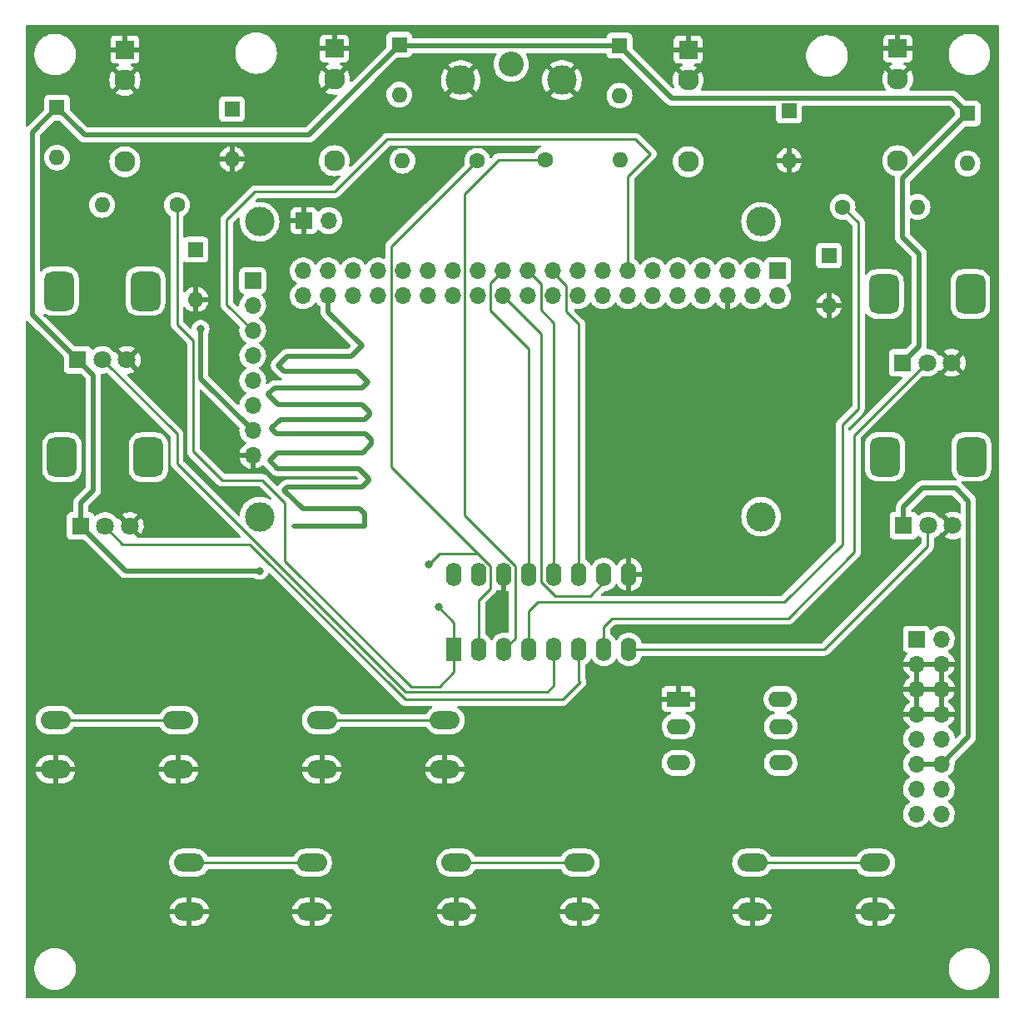
<source format=gbl>
G04 #@! TF.GenerationSoftware,KiCad,Pcbnew,6.0.7*
G04 #@! TF.CreationDate,2023-08-31T11:58:30+12:00*
G04 #@! TF.ProjectId,recurBOY,72656375-7242-44f5-992e-6b696361645f,v0_7_2*
G04 #@! TF.SameCoordinates,Original*
G04 #@! TF.FileFunction,Copper,L2,Bot*
G04 #@! TF.FilePolarity,Positive*
%FSLAX46Y46*%
G04 Gerber Fmt 4.6, Leading zero omitted, Abs format (unit mm)*
G04 Created by KiCad (PCBNEW 6.0.7) date 2023-08-31 11:58:30*
%MOMM*%
%LPD*%
G01*
G04 APERTURE LIST*
G04 Aperture macros list*
%AMRoundRect*
0 Rectangle with rounded corners*
0 $1 Rounding radius*
0 $2 $3 $4 $5 $6 $7 $8 $9 X,Y pos of 4 corners*
0 Add a 4 corners polygon primitive as box body*
4,1,4,$2,$3,$4,$5,$6,$7,$8,$9,$2,$3,0*
0 Add four circle primitives for the rounded corners*
1,1,$1+$1,$2,$3*
1,1,$1+$1,$4,$5*
1,1,$1+$1,$6,$7*
1,1,$1+$1,$8,$9*
0 Add four rect primitives between the rounded corners*
20,1,$1+$1,$2,$3,$4,$5,0*
20,1,$1+$1,$4,$5,$6,$7,0*
20,1,$1+$1,$6,$7,$8,$9,0*
20,1,$1+$1,$8,$9,$2,$3,0*%
G04 Aperture macros list end*
G04 #@! TA.AperFunction,ComponentPad*
%ADD10R,1.600000X1.600000*%
G04 #@! TD*
G04 #@! TA.AperFunction,ComponentPad*
%ADD11O,1.600000X1.600000*%
G04 #@! TD*
G04 #@! TA.AperFunction,ComponentPad*
%ADD12R,1.930000X1.830000*%
G04 #@! TD*
G04 #@! TA.AperFunction,ComponentPad*
%ADD13C,2.130000*%
G04 #@! TD*
G04 #@! TA.AperFunction,WasherPad*
%ADD14C,3.000000*%
G04 #@! TD*
G04 #@! TA.AperFunction,ComponentPad*
%ADD15R,1.700000X1.700000*%
G04 #@! TD*
G04 #@! TA.AperFunction,ComponentPad*
%ADD16O,1.700000X1.700000*%
G04 #@! TD*
G04 #@! TA.AperFunction,ComponentPad*
%ADD17R,2.400000X1.600000*%
G04 #@! TD*
G04 #@! TA.AperFunction,ComponentPad*
%ADD18O,2.400000X1.600000*%
G04 #@! TD*
G04 #@! TA.AperFunction,ComponentPad*
%ADD19C,1.600000*%
G04 #@! TD*
G04 #@! TA.AperFunction,WasherPad*
%ADD20RoundRect,0.750000X0.750000X-1.250000X0.750000X1.250000X-0.750000X1.250000X-0.750000X-1.250000X0*%
G04 #@! TD*
G04 #@! TA.AperFunction,ComponentPad*
%ADD21R,1.800000X1.800000*%
G04 #@! TD*
G04 #@! TA.AperFunction,ComponentPad*
%ADD22C,1.800000*%
G04 #@! TD*
G04 #@! TA.AperFunction,ComponentPad*
%ADD23R,1.600000X2.400000*%
G04 #@! TD*
G04 #@! TA.AperFunction,ComponentPad*
%ADD24O,1.600000X2.400000*%
G04 #@! TD*
G04 #@! TA.AperFunction,ComponentPad*
%ADD25C,2.550000*%
G04 #@! TD*
G04 #@! TA.AperFunction,ComponentPad*
%ADD26C,3.000000*%
G04 #@! TD*
G04 #@! TA.AperFunction,ComponentPad*
%ADD27O,3.048000X1.850000*%
G04 #@! TD*
G04 #@! TA.AperFunction,ViaPad*
%ADD28C,0.800000*%
G04 #@! TD*
G04 #@! TA.AperFunction,Conductor*
%ADD29C,0.250000*%
G04 #@! TD*
G04 #@! TA.AperFunction,Conductor*
%ADD30C,0.500000*%
G04 #@! TD*
G04 APERTURE END LIST*
D10*
X108700000Y-43900000D03*
D11*
X108700000Y-48980000D03*
D10*
X122800000Y-58350000D03*
D11*
X122800000Y-63430000D03*
D10*
X143500000Y-37500000D03*
D11*
X143500000Y-42580000D03*
D10*
X126500000Y-44050000D03*
D11*
X126500000Y-49130000D03*
D10*
X165900000Y-37600000D03*
D11*
X165900000Y-42680000D03*
D10*
X183150000Y-44200000D03*
D11*
X183150000Y-49280000D03*
D10*
X201300000Y-44500000D03*
D11*
X201300000Y-49580000D03*
D10*
X187200000Y-58950000D03*
D11*
X187200000Y-64030000D03*
D12*
X115600000Y-38000000D03*
D13*
X115600000Y-49400000D03*
X115600000Y-41100000D03*
D12*
X136900000Y-37900000D03*
D13*
X136900000Y-49300000D03*
X136900000Y-41000000D03*
D12*
X172900000Y-38000000D03*
D13*
X172900000Y-49400000D03*
X172900000Y-41100000D03*
D12*
X194200000Y-37900000D03*
D13*
X194200000Y-49300000D03*
X194200000Y-41000000D03*
D14*
X180300000Y-55500000D03*
X129300000Y-55500000D03*
X180300000Y-85500000D03*
X129300000Y-85500000D03*
D15*
X128600000Y-61500000D03*
D16*
X128600000Y-64040000D03*
X128600000Y-66580000D03*
X128600000Y-69120000D03*
X128600000Y-71660000D03*
X128600000Y-74200000D03*
X128600000Y-76740000D03*
X128600000Y-79280000D03*
D15*
X133800000Y-55400000D03*
D16*
X136340000Y-55400000D03*
D15*
X182000000Y-60500000D03*
D16*
X182000000Y-63040000D03*
X179460000Y-60500000D03*
X179460000Y-63040000D03*
X176920000Y-60500000D03*
X176920000Y-63040000D03*
X174380000Y-60500000D03*
X174380000Y-63040000D03*
X171840000Y-60500000D03*
X171840000Y-63040000D03*
X169300000Y-60500000D03*
X169300000Y-63040000D03*
X166760000Y-60500000D03*
X166760000Y-63040000D03*
X164220000Y-60500000D03*
X164220000Y-63040000D03*
X161680000Y-60500000D03*
X161680000Y-63040000D03*
X159140000Y-60500000D03*
X159140000Y-63040000D03*
X156600000Y-60500000D03*
X156600000Y-63040000D03*
X154060000Y-60500000D03*
X154060000Y-63040000D03*
X151520000Y-60500000D03*
X151520000Y-63040000D03*
X148980000Y-60500000D03*
X148980000Y-63040000D03*
X146440000Y-60500000D03*
X146440000Y-63040000D03*
X143900000Y-60500000D03*
X143900000Y-63040000D03*
X141360000Y-60500000D03*
X141360000Y-63040000D03*
X138820000Y-60500000D03*
X138820000Y-63040000D03*
X136280000Y-60500000D03*
X136280000Y-63040000D03*
X133740000Y-60500000D03*
X133740000Y-63040000D03*
D17*
X171900000Y-104050000D03*
D18*
X171900000Y-106850000D03*
X171900000Y-110550000D03*
X182270000Y-104050000D03*
X182300000Y-106850000D03*
X182300000Y-110550000D03*
D15*
X196100000Y-97950000D03*
D16*
X198640000Y-97950000D03*
X196100000Y-100490000D03*
X198640000Y-100490000D03*
X196100000Y-103030000D03*
X198640000Y-103030000D03*
X196100000Y-105570000D03*
X198640000Y-105570000D03*
X196100000Y-108110000D03*
X198640000Y-108110000D03*
X196100000Y-110650000D03*
X198640000Y-110650000D03*
X196100000Y-113190000D03*
X198640000Y-113190000D03*
X196100000Y-115730000D03*
X198640000Y-115730000D03*
D19*
X120900000Y-53800000D03*
D11*
X113280000Y-53800000D03*
D19*
X151450000Y-49300000D03*
D11*
X143830000Y-49300000D03*
D19*
X158350000Y-49200000D03*
D11*
X165970000Y-49200000D03*
D19*
X188600000Y-54000000D03*
D11*
X196220000Y-54000000D03*
D20*
X108900000Y-62550000D03*
X117700000Y-62550000D03*
D21*
X110800000Y-69550000D03*
D22*
X113300000Y-69550000D03*
X115800000Y-69550000D03*
D20*
X118000000Y-79450000D03*
X109200000Y-79450000D03*
D21*
X111100000Y-86450000D03*
D22*
X113600000Y-86450000D03*
X116100000Y-86450000D03*
D20*
X201600000Y-62850000D03*
X192800000Y-62850000D03*
D21*
X194700000Y-69850000D03*
D22*
X197200000Y-69850000D03*
X199700000Y-69850000D03*
D20*
X201700000Y-79400000D03*
X192900000Y-79400000D03*
D21*
X194800000Y-86400000D03*
D22*
X197300000Y-86400000D03*
X199800000Y-86400000D03*
D23*
X149081250Y-99000000D03*
D24*
X151621250Y-99000000D03*
X154161250Y-99000000D03*
X156701250Y-99000000D03*
X159241250Y-99000000D03*
X161781250Y-99000000D03*
X164321250Y-99000000D03*
X166861250Y-99000000D03*
X166861250Y-91380000D03*
X164321250Y-91380000D03*
X161781250Y-91380000D03*
X159241250Y-91380000D03*
X156701250Y-91380000D03*
X154161250Y-91380000D03*
X151621250Y-91380000D03*
X149081250Y-91380000D03*
D25*
X154900000Y-39500000D03*
D26*
X149750000Y-41100000D03*
X160050000Y-41100000D03*
D27*
X191900000Y-125700000D03*
X179400000Y-125700000D03*
X191900000Y-120700000D03*
X179400000Y-120700000D03*
X121040000Y-111200000D03*
X108540000Y-111200000D03*
X121040000Y-106200000D03*
X108540000Y-106200000D03*
X122140000Y-125700000D03*
X134640000Y-125700000D03*
X122140000Y-120700000D03*
X134640000Y-120700000D03*
X135640000Y-111200000D03*
X148140000Y-111200000D03*
X135640000Y-106200000D03*
X148140000Y-106200000D03*
X161840000Y-125700000D03*
X149340000Y-125700000D03*
X161840000Y-120700000D03*
X149340000Y-120700000D03*
D28*
X147500000Y-94700000D03*
X146500000Y-90400000D03*
X123300000Y-66400000D03*
X129300000Y-91000000D03*
D29*
X147500000Y-94700000D02*
X149081250Y-96281250D01*
X149081250Y-96281250D02*
X149081250Y-99000000D01*
X142700000Y-80467760D02*
X151516120Y-89283880D01*
X151516120Y-89283880D02*
X152800000Y-90567760D01*
X146500000Y-90400000D02*
X147616120Y-89283880D01*
X147616120Y-89283880D02*
X151516120Y-89283880D01*
X120900000Y-53800000D02*
X120900000Y-65950000D01*
X120900000Y-65950000D02*
X122550000Y-67600000D01*
X125500000Y-81800000D02*
X129600000Y-81800000D01*
X129600000Y-81800000D02*
X131900000Y-84100000D01*
X144700000Y-102800000D02*
X147600000Y-102800000D01*
X122550000Y-67600000D02*
X122550000Y-78850000D01*
X122550000Y-78850000D02*
X125500000Y-81800000D01*
X149081250Y-101318750D02*
X149081250Y-99000000D01*
X131900000Y-84100000D02*
X131900000Y-90000000D01*
X131900000Y-90000000D02*
X144700000Y-102800000D01*
X147600000Y-102800000D02*
X149081250Y-101318750D01*
X113350000Y-69550000D02*
X120900000Y-77100000D01*
X159241250Y-102658750D02*
X159241250Y-99000000D01*
X120900000Y-77100000D02*
X120900000Y-80100000D01*
X120900000Y-80100000D02*
X144100000Y-103300000D01*
X144100000Y-103300000D02*
X158600000Y-103300000D01*
X158600000Y-103300000D02*
X159241250Y-102658750D01*
X113550000Y-86500000D02*
X115350000Y-88300000D01*
X128300000Y-88300000D02*
X144100000Y-104100000D01*
X115350000Y-88300000D02*
X128300000Y-88300000D01*
X144100000Y-104100000D02*
X160100000Y-104100000D01*
X160100000Y-104100000D02*
X161900000Y-102300000D01*
X161900000Y-102300000D02*
X161781250Y-102181250D01*
X161781250Y-102181250D02*
X161781250Y-99000000D01*
X151450000Y-49300000D02*
X142700000Y-58050000D01*
X142700000Y-58050000D02*
X142700000Y-80467760D01*
X151621250Y-93978750D02*
X151621250Y-99000000D01*
X152800000Y-90567760D02*
X152800000Y-92800000D01*
X152800000Y-92800000D02*
X151621250Y-93978750D01*
X153600000Y-49200000D02*
X153550000Y-49200000D01*
X158350000Y-49200000D02*
X153600000Y-49200000D01*
X153600000Y-49200000D02*
X150155000Y-52645000D01*
X150155000Y-52645000D02*
X150155000Y-85382760D01*
X155300000Y-97861250D02*
X154161250Y-99000000D01*
X150155000Y-85382760D02*
X155300000Y-90527760D01*
X155300000Y-90527760D02*
X155300000Y-97861250D01*
X152800000Y-64500000D02*
X156701250Y-68401250D01*
X156701250Y-68401250D02*
X156701250Y-91380000D01*
X159400000Y-93600000D02*
X162900000Y-93600000D01*
X157914926Y-92114926D02*
X159400000Y-93600000D01*
X162900000Y-93600000D02*
X164321250Y-92178750D01*
X157914926Y-66894926D02*
X157914926Y-92114926D01*
X154060000Y-63040000D02*
X157914926Y-66894926D01*
X164321250Y-92178750D02*
X164321250Y-91380000D01*
X157900000Y-64450000D02*
X159241250Y-65791250D01*
X159241250Y-65791250D02*
X159241250Y-91380000D01*
X160500000Y-64650000D02*
X161781250Y-65931250D01*
X161781250Y-65931250D02*
X161781250Y-91380000D01*
X197250000Y-86400000D02*
X197250000Y-88500000D01*
X197250000Y-88500000D02*
X186750000Y-99000000D01*
X186750000Y-99000000D02*
X166861250Y-99000000D01*
X197150000Y-69850000D02*
X189800000Y-77200000D01*
X189800000Y-89100000D02*
X183050000Y-95850000D01*
X183050000Y-95850000D02*
X165150000Y-95850000D01*
X189800000Y-77200000D02*
X189800000Y-89100000D01*
X165150000Y-95850000D02*
X164321250Y-96678750D01*
X164321250Y-96678750D02*
X164321250Y-99000000D01*
X188600000Y-54000000D02*
X190200000Y-55600000D01*
X190200000Y-55600000D02*
X190200000Y-74500000D01*
X190200000Y-74500000D02*
X188550000Y-76150000D01*
X188550000Y-88300000D02*
X182650000Y-94200000D01*
X182650000Y-94200000D02*
X157600000Y-94200000D01*
X188550000Y-76150000D02*
X188550000Y-88300000D01*
X157600000Y-94200000D02*
X156701250Y-95098750D01*
X156701250Y-95098750D02*
X156701250Y-99000000D01*
D30*
X201300000Y-44500000D02*
X199750000Y-42950000D01*
X196100000Y-110650000D02*
X198640000Y-110650000D01*
X194700000Y-51100000D02*
X201300000Y-44500000D01*
X196400000Y-68150000D02*
X196400000Y-58800000D01*
X111100000Y-84100000D02*
X111100000Y-86450000D01*
X112400000Y-71150000D02*
X112400000Y-82800000D01*
X196400000Y-58800000D02*
X194700000Y-57100000D01*
X106200000Y-46400000D02*
X108700000Y-43900000D01*
X111100000Y-86450000D02*
X115650000Y-91000000D01*
X134300000Y-46700000D02*
X111500000Y-46700000D01*
X194700000Y-69850000D02*
X196400000Y-68150000D01*
X194700000Y-57100000D02*
X194700000Y-51100000D01*
X199750000Y-42950000D02*
X171250000Y-42950000D01*
X171250000Y-42950000D02*
X165900000Y-37600000D01*
X143600000Y-37600000D02*
X143500000Y-37500000D01*
X110800000Y-69550000D02*
X107150000Y-65900000D01*
X194800000Y-84500000D02*
X194800000Y-86400000D01*
X115650000Y-91000000D02*
X129300000Y-91000000D01*
X201400000Y-107890000D02*
X201400000Y-83900000D01*
X198640000Y-110650000D02*
X201400000Y-107890000D01*
X110800000Y-69550000D02*
X112400000Y-71150000D01*
X123300000Y-71440000D02*
X123300000Y-66400000D01*
X134300000Y-46700000D02*
X143500000Y-37500000D01*
X107100000Y-65900000D02*
X106200000Y-65000000D01*
X200100000Y-82600000D02*
X196700000Y-82600000D01*
X196700000Y-82600000D02*
X194800000Y-84500000D01*
X201400000Y-83900000D02*
X200100000Y-82600000D01*
X107150000Y-65900000D02*
X107100000Y-65900000D01*
X106200000Y-65000000D02*
X106200000Y-46400000D01*
X165900000Y-37600000D02*
X143600000Y-37600000D01*
X128600000Y-76740000D02*
X123300000Y-71440000D01*
X112400000Y-82800000D02*
X111100000Y-84100000D01*
X111500000Y-46700000D02*
X108700000Y-43900000D01*
D29*
X182610000Y-100490000D02*
X196100000Y-100490000D01*
X171900000Y-104050000D02*
X179050000Y-104050000D01*
X179050000Y-104050000D02*
X182610000Y-100490000D01*
X128850000Y-52450000D02*
X136950000Y-52450000D01*
X128600000Y-66580000D02*
X125950000Y-63930000D01*
X125950000Y-55350000D02*
X128850000Y-52450000D01*
X125950000Y-63930000D02*
X125950000Y-55350000D01*
X142300000Y-47100000D02*
X167500000Y-47100000D01*
X136950000Y-52450000D02*
X142300000Y-47100000D01*
X167500000Y-47100000D02*
X169000000Y-48600000D01*
X169050000Y-48600000D02*
X166760000Y-50890000D01*
X169000000Y-48600000D02*
X169050000Y-48600000D01*
X166760000Y-50890000D02*
X166760000Y-60500000D01*
D30*
X131100000Y-79000000D02*
X130300000Y-79800000D01*
X140400000Y-81800000D02*
X139700000Y-82500000D01*
X140000000Y-85200000D02*
X140000000Y-86500000D01*
X139800000Y-79000000D02*
X131100000Y-79000000D01*
X130200000Y-73100000D02*
X131200000Y-74100000D01*
X140700000Y-77700000D02*
X140700000Y-78100000D01*
X136280000Y-63040000D02*
X136280000Y-64680000D01*
X140700000Y-78100000D02*
X139800000Y-79000000D01*
X139700000Y-82500000D02*
X132100000Y-82500000D01*
X140000000Y-86500000D02*
X132800000Y-86500000D01*
X132100000Y-69200000D02*
X131200000Y-70100000D01*
X130500000Y-76600000D02*
X131000000Y-77100000D01*
X139500000Y-84700000D02*
X140000000Y-85200000D01*
X131800000Y-70700000D02*
X139200000Y-70700000D01*
X140000000Y-75600000D02*
X131400000Y-75600000D01*
X140100000Y-77100000D02*
X140700000Y-77700000D01*
X130300000Y-79800000D02*
X131100000Y-80600000D01*
X139700000Y-72400000D02*
X130800000Y-72400000D01*
X139700000Y-68100000D02*
X138600000Y-69200000D01*
X130200000Y-73000000D02*
X130200000Y-73100000D01*
X136280000Y-64680000D02*
X139700000Y-68100000D01*
X139200000Y-70700000D02*
X140300000Y-71800000D01*
X140500000Y-74900000D02*
X140500000Y-75100000D01*
X140400000Y-81600000D02*
X140400000Y-81800000D01*
X131100000Y-80600000D02*
X139400000Y-80600000D01*
X132100000Y-82500000D02*
X131800000Y-82800000D01*
X139400000Y-80600000D02*
X140400000Y-81600000D01*
X131800000Y-82800000D02*
X133700000Y-84700000D01*
X133700000Y-84700000D02*
X139500000Y-84700000D01*
X130800000Y-72400000D02*
X130200000Y-73000000D01*
X131000000Y-77100000D02*
X140100000Y-77100000D01*
X131200000Y-70100000D02*
X131800000Y-70700000D01*
X140300000Y-71800000D02*
X139700000Y-72400000D01*
X131200000Y-74100000D02*
X139700000Y-74100000D01*
X131400000Y-75600000D02*
X130500000Y-76500000D01*
X138600000Y-69200000D02*
X132100000Y-69200000D01*
X140500000Y-75100000D02*
X140000000Y-75600000D01*
X130500000Y-76500000D02*
X130500000Y-76600000D01*
X139700000Y-74100000D02*
X140500000Y-74900000D01*
D29*
X157900000Y-64450000D02*
X157900000Y-61800000D01*
X157900000Y-61800000D02*
X156600000Y-60500000D01*
X159140000Y-60640000D02*
X160500000Y-62000000D01*
X160500000Y-62000000D02*
X160500000Y-64650000D01*
X152800000Y-64500000D02*
X152800000Y-61760000D01*
X152800000Y-61760000D02*
X154060000Y-60500000D01*
X135640000Y-106200000D02*
X148140000Y-106200000D01*
X122140000Y-120700000D02*
X134640000Y-120700000D01*
X108540000Y-106200000D02*
X121040000Y-106200000D01*
X179400000Y-120700000D02*
X191900000Y-120700000D01*
X149340000Y-120700000D02*
X161840000Y-120700000D01*
G04 #@! TA.AperFunction,Conductor*
G36*
X204433621Y-35528502D02*
G01*
X204480114Y-35582158D01*
X204491500Y-35634500D01*
X204491500Y-134365500D01*
X204471498Y-134433621D01*
X204417842Y-134480114D01*
X204365500Y-134491500D01*
X105634500Y-134491500D01*
X105566379Y-134471498D01*
X105519886Y-134417842D01*
X105508500Y-134365500D01*
X105508500Y-131632703D01*
X106390743Y-131632703D01*
X106428268Y-131917734D01*
X106504129Y-132195036D01*
X106616923Y-132459476D01*
X106764561Y-132706161D01*
X106944313Y-132930528D01*
X107152851Y-133128423D01*
X107386317Y-133296186D01*
X107390112Y-133298195D01*
X107390113Y-133298196D01*
X107411869Y-133309715D01*
X107640392Y-133430712D01*
X107910373Y-133529511D01*
X108191264Y-133590755D01*
X108219841Y-133593004D01*
X108414282Y-133608307D01*
X108414291Y-133608307D01*
X108416739Y-133608500D01*
X108572271Y-133608500D01*
X108574407Y-133608354D01*
X108574418Y-133608354D01*
X108782548Y-133594165D01*
X108782554Y-133594164D01*
X108786825Y-133593873D01*
X108791020Y-133593004D01*
X108791022Y-133593004D01*
X108927583Y-133564724D01*
X109068342Y-133535574D01*
X109339343Y-133439607D01*
X109594812Y-133307750D01*
X109598313Y-133305289D01*
X109598317Y-133305287D01*
X109712417Y-133225096D01*
X109830023Y-133142441D01*
X110040622Y-132946740D01*
X110222713Y-132724268D01*
X110372927Y-132479142D01*
X110488483Y-132215898D01*
X110567244Y-131939406D01*
X110607751Y-131654784D01*
X110607845Y-131636951D01*
X110607867Y-131632703D01*
X199390743Y-131632703D01*
X199428268Y-131917734D01*
X199504129Y-132195036D01*
X199616923Y-132459476D01*
X199764561Y-132706161D01*
X199944313Y-132930528D01*
X200152851Y-133128423D01*
X200386317Y-133296186D01*
X200390112Y-133298195D01*
X200390113Y-133298196D01*
X200411869Y-133309715D01*
X200640392Y-133430712D01*
X200910373Y-133529511D01*
X201191264Y-133590755D01*
X201219841Y-133593004D01*
X201414282Y-133608307D01*
X201414291Y-133608307D01*
X201416739Y-133608500D01*
X201572271Y-133608500D01*
X201574407Y-133608354D01*
X201574418Y-133608354D01*
X201782548Y-133594165D01*
X201782554Y-133594164D01*
X201786825Y-133593873D01*
X201791020Y-133593004D01*
X201791022Y-133593004D01*
X201927583Y-133564724D01*
X202068342Y-133535574D01*
X202339343Y-133439607D01*
X202594812Y-133307750D01*
X202598313Y-133305289D01*
X202598317Y-133305287D01*
X202712417Y-133225096D01*
X202830023Y-133142441D01*
X203040622Y-132946740D01*
X203222713Y-132724268D01*
X203372927Y-132479142D01*
X203488483Y-132215898D01*
X203567244Y-131939406D01*
X203607751Y-131654784D01*
X203607845Y-131636951D01*
X203609235Y-131371583D01*
X203609235Y-131371576D01*
X203609257Y-131367297D01*
X203571732Y-131082266D01*
X203495871Y-130804964D01*
X203383077Y-130540524D01*
X203235439Y-130293839D01*
X203055687Y-130069472D01*
X202847149Y-129871577D01*
X202613683Y-129703814D01*
X202591843Y-129692250D01*
X202568654Y-129679972D01*
X202359608Y-129569288D01*
X202089627Y-129470489D01*
X201808736Y-129409245D01*
X201777685Y-129406801D01*
X201585718Y-129391693D01*
X201585709Y-129391693D01*
X201583261Y-129391500D01*
X201427729Y-129391500D01*
X201425593Y-129391646D01*
X201425582Y-129391646D01*
X201217452Y-129405835D01*
X201217446Y-129405836D01*
X201213175Y-129406127D01*
X201208980Y-129406996D01*
X201208978Y-129406996D01*
X201072417Y-129435276D01*
X200931658Y-129464426D01*
X200660657Y-129560393D01*
X200405188Y-129692250D01*
X200401687Y-129694711D01*
X200401683Y-129694713D01*
X200391594Y-129701804D01*
X200169977Y-129857559D01*
X199959378Y-130053260D01*
X199777287Y-130275732D01*
X199627073Y-130520858D01*
X199511517Y-130784102D01*
X199432756Y-131060594D01*
X199392249Y-131345216D01*
X199392227Y-131349505D01*
X199392226Y-131349512D01*
X199390765Y-131628417D01*
X199390743Y-131632703D01*
X110607867Y-131632703D01*
X110609235Y-131371583D01*
X110609235Y-131371576D01*
X110609257Y-131367297D01*
X110571732Y-131082266D01*
X110495871Y-130804964D01*
X110383077Y-130540524D01*
X110235439Y-130293839D01*
X110055687Y-130069472D01*
X109847149Y-129871577D01*
X109613683Y-129703814D01*
X109591843Y-129692250D01*
X109568654Y-129679972D01*
X109359608Y-129569288D01*
X109089627Y-129470489D01*
X108808736Y-129409245D01*
X108777685Y-129406801D01*
X108585718Y-129391693D01*
X108585709Y-129391693D01*
X108583261Y-129391500D01*
X108427729Y-129391500D01*
X108425593Y-129391646D01*
X108425582Y-129391646D01*
X108217452Y-129405835D01*
X108217446Y-129405836D01*
X108213175Y-129406127D01*
X108208980Y-129406996D01*
X108208978Y-129406996D01*
X108072417Y-129435276D01*
X107931658Y-129464426D01*
X107660657Y-129560393D01*
X107405188Y-129692250D01*
X107401687Y-129694711D01*
X107401683Y-129694713D01*
X107391594Y-129701804D01*
X107169977Y-129857559D01*
X106959378Y-130053260D01*
X106777287Y-130275732D01*
X106627073Y-130520858D01*
X106511517Y-130784102D01*
X106432756Y-131060594D01*
X106392249Y-131345216D01*
X106392227Y-131349505D01*
X106392226Y-131349512D01*
X106390765Y-131628417D01*
X106390743Y-131632703D01*
X105508500Y-131632703D01*
X105508500Y-125972194D01*
X120132895Y-125972194D01*
X120141453Y-126028121D01*
X120143841Y-126038146D01*
X120213836Y-126252295D01*
X120217833Y-126261804D01*
X120321861Y-126461640D01*
X120327355Y-126470365D01*
X120462628Y-126650532D01*
X120469471Y-126658239D01*
X120632356Y-126813896D01*
X120640362Y-126820379D01*
X120826485Y-126947343D01*
X120835444Y-126952432D01*
X121039807Y-127047294D01*
X121049475Y-127050851D01*
X121266580Y-127111060D01*
X121276699Y-127112991D01*
X121460595Y-127132644D01*
X121467287Y-127133000D01*
X121867885Y-127133000D01*
X121883124Y-127128525D01*
X121884329Y-127127135D01*
X121886000Y-127119452D01*
X121886000Y-127114885D01*
X122394000Y-127114885D01*
X122398475Y-127130124D01*
X122399865Y-127131329D01*
X122407548Y-127133000D01*
X122796145Y-127133000D01*
X122801318Y-127132788D01*
X122968687Y-127119027D01*
X122978867Y-127117342D01*
X123197377Y-127062456D01*
X123207128Y-127059136D01*
X123413749Y-126969296D01*
X123422824Y-126964430D01*
X123611990Y-126842052D01*
X123620161Y-126835760D01*
X123786800Y-126684131D01*
X123793825Y-126676598D01*
X123933466Y-126499782D01*
X123939162Y-126491209D01*
X124048052Y-126293955D01*
X124052273Y-126284560D01*
X124127481Y-126072180D01*
X124130113Y-126062217D01*
X124146148Y-125972194D01*
X132632895Y-125972194D01*
X132641453Y-126028121D01*
X132643841Y-126038146D01*
X132713836Y-126252295D01*
X132717833Y-126261804D01*
X132821861Y-126461640D01*
X132827355Y-126470365D01*
X132962628Y-126650532D01*
X132969471Y-126658239D01*
X133132356Y-126813896D01*
X133140362Y-126820379D01*
X133326485Y-126947343D01*
X133335444Y-126952432D01*
X133539807Y-127047294D01*
X133549475Y-127050851D01*
X133766580Y-127111060D01*
X133776699Y-127112991D01*
X133960595Y-127132644D01*
X133967287Y-127133000D01*
X134367885Y-127133000D01*
X134383124Y-127128525D01*
X134384329Y-127127135D01*
X134386000Y-127119452D01*
X134386000Y-127114885D01*
X134894000Y-127114885D01*
X134898475Y-127130124D01*
X134899865Y-127131329D01*
X134907548Y-127133000D01*
X135296145Y-127133000D01*
X135301318Y-127132788D01*
X135468687Y-127119027D01*
X135478867Y-127117342D01*
X135697377Y-127062456D01*
X135707128Y-127059136D01*
X135913749Y-126969296D01*
X135922824Y-126964430D01*
X136111990Y-126842052D01*
X136120161Y-126835760D01*
X136286800Y-126684131D01*
X136293825Y-126676598D01*
X136433466Y-126499782D01*
X136439162Y-126491209D01*
X136548052Y-126293955D01*
X136552273Y-126284560D01*
X136627481Y-126072180D01*
X136630113Y-126062217D01*
X136646148Y-125972194D01*
X147332895Y-125972194D01*
X147341453Y-126028121D01*
X147343841Y-126038146D01*
X147413836Y-126252295D01*
X147417833Y-126261804D01*
X147521861Y-126461640D01*
X147527355Y-126470365D01*
X147662628Y-126650532D01*
X147669471Y-126658239D01*
X147832356Y-126813896D01*
X147840362Y-126820379D01*
X148026485Y-126947343D01*
X148035444Y-126952432D01*
X148239807Y-127047294D01*
X148249475Y-127050851D01*
X148466580Y-127111060D01*
X148476699Y-127112991D01*
X148660595Y-127132644D01*
X148667287Y-127133000D01*
X149067885Y-127133000D01*
X149083124Y-127128525D01*
X149084329Y-127127135D01*
X149086000Y-127119452D01*
X149086000Y-127114885D01*
X149594000Y-127114885D01*
X149598475Y-127130124D01*
X149599865Y-127131329D01*
X149607548Y-127133000D01*
X149996145Y-127133000D01*
X150001318Y-127132788D01*
X150168687Y-127119027D01*
X150178867Y-127117342D01*
X150397377Y-127062456D01*
X150407128Y-127059136D01*
X150613749Y-126969296D01*
X150622824Y-126964430D01*
X150811990Y-126842052D01*
X150820161Y-126835760D01*
X150986800Y-126684131D01*
X150993825Y-126676598D01*
X151133466Y-126499782D01*
X151139162Y-126491209D01*
X151248052Y-126293955D01*
X151252273Y-126284560D01*
X151327481Y-126072180D01*
X151330113Y-126062217D01*
X151346148Y-125972194D01*
X159832895Y-125972194D01*
X159841453Y-126028121D01*
X159843841Y-126038146D01*
X159913836Y-126252295D01*
X159917833Y-126261804D01*
X160021861Y-126461640D01*
X160027355Y-126470365D01*
X160162628Y-126650532D01*
X160169471Y-126658239D01*
X160332356Y-126813896D01*
X160340362Y-126820379D01*
X160526485Y-126947343D01*
X160535444Y-126952432D01*
X160739807Y-127047294D01*
X160749475Y-127050851D01*
X160966580Y-127111060D01*
X160976699Y-127112991D01*
X161160595Y-127132644D01*
X161167287Y-127133000D01*
X161567885Y-127133000D01*
X161583124Y-127128525D01*
X161584329Y-127127135D01*
X161586000Y-127119452D01*
X161586000Y-127114885D01*
X162094000Y-127114885D01*
X162098475Y-127130124D01*
X162099865Y-127131329D01*
X162107548Y-127133000D01*
X162496145Y-127133000D01*
X162501318Y-127132788D01*
X162668687Y-127119027D01*
X162678867Y-127117342D01*
X162897377Y-127062456D01*
X162907128Y-127059136D01*
X163113749Y-126969296D01*
X163122824Y-126964430D01*
X163311990Y-126842052D01*
X163320161Y-126835760D01*
X163486800Y-126684131D01*
X163493825Y-126676598D01*
X163633466Y-126499782D01*
X163639162Y-126491209D01*
X163748052Y-126293955D01*
X163752273Y-126284560D01*
X163827481Y-126072180D01*
X163830113Y-126062217D01*
X163846148Y-125972194D01*
X177392895Y-125972194D01*
X177401453Y-126028121D01*
X177403841Y-126038146D01*
X177473836Y-126252295D01*
X177477833Y-126261804D01*
X177581861Y-126461640D01*
X177587355Y-126470365D01*
X177722628Y-126650532D01*
X177729471Y-126658239D01*
X177892356Y-126813896D01*
X177900362Y-126820379D01*
X178086485Y-126947343D01*
X178095444Y-126952432D01*
X178299807Y-127047294D01*
X178309475Y-127050851D01*
X178526580Y-127111060D01*
X178536699Y-127112991D01*
X178720595Y-127132644D01*
X178727287Y-127133000D01*
X179127885Y-127133000D01*
X179143124Y-127128525D01*
X179144329Y-127127135D01*
X179146000Y-127119452D01*
X179146000Y-127114885D01*
X179654000Y-127114885D01*
X179658475Y-127130124D01*
X179659865Y-127131329D01*
X179667548Y-127133000D01*
X180056145Y-127133000D01*
X180061318Y-127132788D01*
X180228687Y-127119027D01*
X180238867Y-127117342D01*
X180457377Y-127062456D01*
X180467128Y-127059136D01*
X180673749Y-126969296D01*
X180682824Y-126964430D01*
X180871990Y-126842052D01*
X180880161Y-126835760D01*
X181046800Y-126684131D01*
X181053825Y-126676598D01*
X181193466Y-126499782D01*
X181199162Y-126491209D01*
X181308052Y-126293955D01*
X181312273Y-126284560D01*
X181387481Y-126072180D01*
X181390113Y-126062217D01*
X181406148Y-125972194D01*
X189892895Y-125972194D01*
X189901453Y-126028121D01*
X189903841Y-126038146D01*
X189973836Y-126252295D01*
X189977833Y-126261804D01*
X190081861Y-126461640D01*
X190087355Y-126470365D01*
X190222628Y-126650532D01*
X190229471Y-126658239D01*
X190392356Y-126813896D01*
X190400362Y-126820379D01*
X190586485Y-126947343D01*
X190595444Y-126952432D01*
X190799807Y-127047294D01*
X190809475Y-127050851D01*
X191026580Y-127111060D01*
X191036699Y-127112991D01*
X191220595Y-127132644D01*
X191227287Y-127133000D01*
X191627885Y-127133000D01*
X191643124Y-127128525D01*
X191644329Y-127127135D01*
X191646000Y-127119452D01*
X191646000Y-127114885D01*
X192154000Y-127114885D01*
X192158475Y-127130124D01*
X192159865Y-127131329D01*
X192167548Y-127133000D01*
X192556145Y-127133000D01*
X192561318Y-127132788D01*
X192728687Y-127119027D01*
X192738867Y-127117342D01*
X192957377Y-127062456D01*
X192967128Y-127059136D01*
X193173749Y-126969296D01*
X193182824Y-126964430D01*
X193371990Y-126842052D01*
X193380161Y-126835760D01*
X193546800Y-126684131D01*
X193553825Y-126676598D01*
X193693466Y-126499782D01*
X193699162Y-126491209D01*
X193808052Y-126293955D01*
X193812273Y-126284560D01*
X193887481Y-126072180D01*
X193890113Y-126062217D01*
X193906212Y-125971837D01*
X193904752Y-125958540D01*
X193890197Y-125954000D01*
X192172115Y-125954000D01*
X192156876Y-125958475D01*
X192155671Y-125959865D01*
X192154000Y-125967548D01*
X192154000Y-127114885D01*
X191646000Y-127114885D01*
X191646000Y-125972115D01*
X191641525Y-125956876D01*
X191640135Y-125955671D01*
X191632452Y-125954000D01*
X189908226Y-125954000D01*
X189894882Y-125957918D01*
X189892895Y-125972194D01*
X181406148Y-125972194D01*
X181406212Y-125971837D01*
X181404752Y-125958540D01*
X181390197Y-125954000D01*
X179672115Y-125954000D01*
X179656876Y-125958475D01*
X179655671Y-125959865D01*
X179654000Y-125967548D01*
X179654000Y-127114885D01*
X179146000Y-127114885D01*
X179146000Y-125972115D01*
X179141525Y-125956876D01*
X179140135Y-125955671D01*
X179132452Y-125954000D01*
X177408226Y-125954000D01*
X177394882Y-125957918D01*
X177392895Y-125972194D01*
X163846148Y-125972194D01*
X163846212Y-125971837D01*
X163844752Y-125958540D01*
X163830197Y-125954000D01*
X162112115Y-125954000D01*
X162096876Y-125958475D01*
X162095671Y-125959865D01*
X162094000Y-125967548D01*
X162094000Y-127114885D01*
X161586000Y-127114885D01*
X161586000Y-125972115D01*
X161581525Y-125956876D01*
X161580135Y-125955671D01*
X161572452Y-125954000D01*
X159848226Y-125954000D01*
X159834882Y-125957918D01*
X159832895Y-125972194D01*
X151346148Y-125972194D01*
X151346212Y-125971837D01*
X151344752Y-125958540D01*
X151330197Y-125954000D01*
X149612115Y-125954000D01*
X149596876Y-125958475D01*
X149595671Y-125959865D01*
X149594000Y-125967548D01*
X149594000Y-127114885D01*
X149086000Y-127114885D01*
X149086000Y-125972115D01*
X149081525Y-125956876D01*
X149080135Y-125955671D01*
X149072452Y-125954000D01*
X147348226Y-125954000D01*
X147334882Y-125957918D01*
X147332895Y-125972194D01*
X136646148Y-125972194D01*
X136646212Y-125971837D01*
X136644752Y-125958540D01*
X136630197Y-125954000D01*
X134912115Y-125954000D01*
X134896876Y-125958475D01*
X134895671Y-125959865D01*
X134894000Y-125967548D01*
X134894000Y-127114885D01*
X134386000Y-127114885D01*
X134386000Y-125972115D01*
X134381525Y-125956876D01*
X134380135Y-125955671D01*
X134372452Y-125954000D01*
X132648226Y-125954000D01*
X132634882Y-125957918D01*
X132632895Y-125972194D01*
X124146148Y-125972194D01*
X124146212Y-125971837D01*
X124144752Y-125958540D01*
X124130197Y-125954000D01*
X122412115Y-125954000D01*
X122396876Y-125958475D01*
X122395671Y-125959865D01*
X122394000Y-125967548D01*
X122394000Y-127114885D01*
X121886000Y-127114885D01*
X121886000Y-125972115D01*
X121881525Y-125956876D01*
X121880135Y-125955671D01*
X121872452Y-125954000D01*
X120148226Y-125954000D01*
X120134882Y-125957918D01*
X120132895Y-125972194D01*
X105508500Y-125972194D01*
X105508500Y-125428163D01*
X120133788Y-125428163D01*
X120135248Y-125441460D01*
X120149803Y-125446000D01*
X121867885Y-125446000D01*
X121883124Y-125441525D01*
X121884329Y-125440135D01*
X121886000Y-125432452D01*
X121886000Y-125427885D01*
X122394000Y-125427885D01*
X122398475Y-125443124D01*
X122399865Y-125444329D01*
X122407548Y-125446000D01*
X124131774Y-125446000D01*
X124145118Y-125442082D01*
X124147055Y-125428163D01*
X132633788Y-125428163D01*
X132635248Y-125441460D01*
X132649803Y-125446000D01*
X134367885Y-125446000D01*
X134383124Y-125441525D01*
X134384329Y-125440135D01*
X134386000Y-125432452D01*
X134386000Y-125427885D01*
X134894000Y-125427885D01*
X134898475Y-125443124D01*
X134899865Y-125444329D01*
X134907548Y-125446000D01*
X136631774Y-125446000D01*
X136645118Y-125442082D01*
X136647055Y-125428163D01*
X147333788Y-125428163D01*
X147335248Y-125441460D01*
X147349803Y-125446000D01*
X149067885Y-125446000D01*
X149083124Y-125441525D01*
X149084329Y-125440135D01*
X149086000Y-125432452D01*
X149086000Y-125427885D01*
X149594000Y-125427885D01*
X149598475Y-125443124D01*
X149599865Y-125444329D01*
X149607548Y-125446000D01*
X151331774Y-125446000D01*
X151345118Y-125442082D01*
X151347055Y-125428163D01*
X159833788Y-125428163D01*
X159835248Y-125441460D01*
X159849803Y-125446000D01*
X161567885Y-125446000D01*
X161583124Y-125441525D01*
X161584329Y-125440135D01*
X161586000Y-125432452D01*
X161586000Y-125427885D01*
X162094000Y-125427885D01*
X162098475Y-125443124D01*
X162099865Y-125444329D01*
X162107548Y-125446000D01*
X163831774Y-125446000D01*
X163845118Y-125442082D01*
X163847055Y-125428163D01*
X177393788Y-125428163D01*
X177395248Y-125441460D01*
X177409803Y-125446000D01*
X179127885Y-125446000D01*
X179143124Y-125441525D01*
X179144329Y-125440135D01*
X179146000Y-125432452D01*
X179146000Y-125427885D01*
X179654000Y-125427885D01*
X179658475Y-125443124D01*
X179659865Y-125444329D01*
X179667548Y-125446000D01*
X181391774Y-125446000D01*
X181405118Y-125442082D01*
X181407055Y-125428163D01*
X189893788Y-125428163D01*
X189895248Y-125441460D01*
X189909803Y-125446000D01*
X191627885Y-125446000D01*
X191643124Y-125441525D01*
X191644329Y-125440135D01*
X191646000Y-125432452D01*
X191646000Y-125427885D01*
X192154000Y-125427885D01*
X192158475Y-125443124D01*
X192159865Y-125444329D01*
X192167548Y-125446000D01*
X193891774Y-125446000D01*
X193905118Y-125442082D01*
X193907105Y-125427806D01*
X193898547Y-125371879D01*
X193896159Y-125361854D01*
X193826164Y-125147705D01*
X193822167Y-125138196D01*
X193718139Y-124938360D01*
X193712645Y-124929635D01*
X193577372Y-124749468D01*
X193570529Y-124741761D01*
X193407644Y-124586104D01*
X193399638Y-124579621D01*
X193213515Y-124452657D01*
X193204556Y-124447568D01*
X193000193Y-124352706D01*
X192990525Y-124349149D01*
X192773420Y-124288940D01*
X192763301Y-124287009D01*
X192579405Y-124267356D01*
X192572713Y-124267000D01*
X192172115Y-124267000D01*
X192156876Y-124271475D01*
X192155671Y-124272865D01*
X192154000Y-124280548D01*
X192154000Y-125427885D01*
X191646000Y-125427885D01*
X191646000Y-124285115D01*
X191641525Y-124269876D01*
X191640135Y-124268671D01*
X191632452Y-124267000D01*
X191243855Y-124267000D01*
X191238682Y-124267212D01*
X191071313Y-124280973D01*
X191061133Y-124282658D01*
X190842623Y-124337544D01*
X190832872Y-124340864D01*
X190626251Y-124430704D01*
X190617176Y-124435570D01*
X190428010Y-124557948D01*
X190419839Y-124564240D01*
X190253200Y-124715869D01*
X190246175Y-124723402D01*
X190106534Y-124900218D01*
X190100838Y-124908791D01*
X189991948Y-125106045D01*
X189987727Y-125115440D01*
X189912519Y-125327820D01*
X189909887Y-125337783D01*
X189893788Y-125428163D01*
X181407055Y-125428163D01*
X181407105Y-125427806D01*
X181398547Y-125371879D01*
X181396159Y-125361854D01*
X181326164Y-125147705D01*
X181322167Y-125138196D01*
X181218139Y-124938360D01*
X181212645Y-124929635D01*
X181077372Y-124749468D01*
X181070529Y-124741761D01*
X180907644Y-124586104D01*
X180899638Y-124579621D01*
X180713515Y-124452657D01*
X180704556Y-124447568D01*
X180500193Y-124352706D01*
X180490525Y-124349149D01*
X180273420Y-124288940D01*
X180263301Y-124287009D01*
X180079405Y-124267356D01*
X180072713Y-124267000D01*
X179672115Y-124267000D01*
X179656876Y-124271475D01*
X179655671Y-124272865D01*
X179654000Y-124280548D01*
X179654000Y-125427885D01*
X179146000Y-125427885D01*
X179146000Y-124285115D01*
X179141525Y-124269876D01*
X179140135Y-124268671D01*
X179132452Y-124267000D01*
X178743855Y-124267000D01*
X178738682Y-124267212D01*
X178571313Y-124280973D01*
X178561133Y-124282658D01*
X178342623Y-124337544D01*
X178332872Y-124340864D01*
X178126251Y-124430704D01*
X178117176Y-124435570D01*
X177928010Y-124557948D01*
X177919839Y-124564240D01*
X177753200Y-124715869D01*
X177746175Y-124723402D01*
X177606534Y-124900218D01*
X177600838Y-124908791D01*
X177491948Y-125106045D01*
X177487727Y-125115440D01*
X177412519Y-125327820D01*
X177409887Y-125337783D01*
X177393788Y-125428163D01*
X163847055Y-125428163D01*
X163847105Y-125427806D01*
X163838547Y-125371879D01*
X163836159Y-125361854D01*
X163766164Y-125147705D01*
X163762167Y-125138196D01*
X163658139Y-124938360D01*
X163652645Y-124929635D01*
X163517372Y-124749468D01*
X163510529Y-124741761D01*
X163347644Y-124586104D01*
X163339638Y-124579621D01*
X163153515Y-124452657D01*
X163144556Y-124447568D01*
X162940193Y-124352706D01*
X162930525Y-124349149D01*
X162713420Y-124288940D01*
X162703301Y-124287009D01*
X162519405Y-124267356D01*
X162512713Y-124267000D01*
X162112115Y-124267000D01*
X162096876Y-124271475D01*
X162095671Y-124272865D01*
X162094000Y-124280548D01*
X162094000Y-125427885D01*
X161586000Y-125427885D01*
X161586000Y-124285115D01*
X161581525Y-124269876D01*
X161580135Y-124268671D01*
X161572452Y-124267000D01*
X161183855Y-124267000D01*
X161178682Y-124267212D01*
X161011313Y-124280973D01*
X161001133Y-124282658D01*
X160782623Y-124337544D01*
X160772872Y-124340864D01*
X160566251Y-124430704D01*
X160557176Y-124435570D01*
X160368010Y-124557948D01*
X160359839Y-124564240D01*
X160193200Y-124715869D01*
X160186175Y-124723402D01*
X160046534Y-124900218D01*
X160040838Y-124908791D01*
X159931948Y-125106045D01*
X159927727Y-125115440D01*
X159852519Y-125327820D01*
X159849887Y-125337783D01*
X159833788Y-125428163D01*
X151347055Y-125428163D01*
X151347105Y-125427806D01*
X151338547Y-125371879D01*
X151336159Y-125361854D01*
X151266164Y-125147705D01*
X151262167Y-125138196D01*
X151158139Y-124938360D01*
X151152645Y-124929635D01*
X151017372Y-124749468D01*
X151010529Y-124741761D01*
X150847644Y-124586104D01*
X150839638Y-124579621D01*
X150653515Y-124452657D01*
X150644556Y-124447568D01*
X150440193Y-124352706D01*
X150430525Y-124349149D01*
X150213420Y-124288940D01*
X150203301Y-124287009D01*
X150019405Y-124267356D01*
X150012713Y-124267000D01*
X149612115Y-124267000D01*
X149596876Y-124271475D01*
X149595671Y-124272865D01*
X149594000Y-124280548D01*
X149594000Y-125427885D01*
X149086000Y-125427885D01*
X149086000Y-124285115D01*
X149081525Y-124269876D01*
X149080135Y-124268671D01*
X149072452Y-124267000D01*
X148683855Y-124267000D01*
X148678682Y-124267212D01*
X148511313Y-124280973D01*
X148501133Y-124282658D01*
X148282623Y-124337544D01*
X148272872Y-124340864D01*
X148066251Y-124430704D01*
X148057176Y-124435570D01*
X147868010Y-124557948D01*
X147859839Y-124564240D01*
X147693200Y-124715869D01*
X147686175Y-124723402D01*
X147546534Y-124900218D01*
X147540838Y-124908791D01*
X147431948Y-125106045D01*
X147427727Y-125115440D01*
X147352519Y-125327820D01*
X147349887Y-125337783D01*
X147333788Y-125428163D01*
X136647055Y-125428163D01*
X136647105Y-125427806D01*
X136638547Y-125371879D01*
X136636159Y-125361854D01*
X136566164Y-125147705D01*
X136562167Y-125138196D01*
X136458139Y-124938360D01*
X136452645Y-124929635D01*
X136317372Y-124749468D01*
X136310529Y-124741761D01*
X136147644Y-124586104D01*
X136139638Y-124579621D01*
X135953515Y-124452657D01*
X135944556Y-124447568D01*
X135740193Y-124352706D01*
X135730525Y-124349149D01*
X135513420Y-124288940D01*
X135503301Y-124287009D01*
X135319405Y-124267356D01*
X135312713Y-124267000D01*
X134912115Y-124267000D01*
X134896876Y-124271475D01*
X134895671Y-124272865D01*
X134894000Y-124280548D01*
X134894000Y-125427885D01*
X134386000Y-125427885D01*
X134386000Y-124285115D01*
X134381525Y-124269876D01*
X134380135Y-124268671D01*
X134372452Y-124267000D01*
X133983855Y-124267000D01*
X133978682Y-124267212D01*
X133811313Y-124280973D01*
X133801133Y-124282658D01*
X133582623Y-124337544D01*
X133572872Y-124340864D01*
X133366251Y-124430704D01*
X133357176Y-124435570D01*
X133168010Y-124557948D01*
X133159839Y-124564240D01*
X132993200Y-124715869D01*
X132986175Y-124723402D01*
X132846534Y-124900218D01*
X132840838Y-124908791D01*
X132731948Y-125106045D01*
X132727727Y-125115440D01*
X132652519Y-125327820D01*
X132649887Y-125337783D01*
X132633788Y-125428163D01*
X124147055Y-125428163D01*
X124147105Y-125427806D01*
X124138547Y-125371879D01*
X124136159Y-125361854D01*
X124066164Y-125147705D01*
X124062167Y-125138196D01*
X123958139Y-124938360D01*
X123952645Y-124929635D01*
X123817372Y-124749468D01*
X123810529Y-124741761D01*
X123647644Y-124586104D01*
X123639638Y-124579621D01*
X123453515Y-124452657D01*
X123444556Y-124447568D01*
X123240193Y-124352706D01*
X123230525Y-124349149D01*
X123013420Y-124288940D01*
X123003301Y-124287009D01*
X122819405Y-124267356D01*
X122812713Y-124267000D01*
X122412115Y-124267000D01*
X122396876Y-124271475D01*
X122395671Y-124272865D01*
X122394000Y-124280548D01*
X122394000Y-125427885D01*
X121886000Y-125427885D01*
X121886000Y-124285115D01*
X121881525Y-124269876D01*
X121880135Y-124268671D01*
X121872452Y-124267000D01*
X121483855Y-124267000D01*
X121478682Y-124267212D01*
X121311313Y-124280973D01*
X121301133Y-124282658D01*
X121082623Y-124337544D01*
X121072872Y-124340864D01*
X120866251Y-124430704D01*
X120857176Y-124435570D01*
X120668010Y-124557948D01*
X120659839Y-124564240D01*
X120493200Y-124715869D01*
X120486175Y-124723402D01*
X120346534Y-124900218D01*
X120340838Y-124908791D01*
X120231948Y-125106045D01*
X120227727Y-125115440D01*
X120152519Y-125327820D01*
X120149887Y-125337783D01*
X120133788Y-125428163D01*
X105508500Y-125428163D01*
X105508500Y-120800339D01*
X120106091Y-120800339D01*
X120141747Y-121033349D01*
X120214980Y-121257407D01*
X120323825Y-121466496D01*
X120326928Y-121470629D01*
X120326930Y-121470632D01*
X120349026Y-121500061D01*
X120465358Y-121655000D01*
X120635777Y-121817857D01*
X120830508Y-121950693D01*
X120835192Y-121952867D01*
X120835195Y-121952869D01*
X121039628Y-122047764D01*
X121039633Y-122047766D01*
X121044319Y-122049941D01*
X121271468Y-122112935D01*
X121276605Y-122113484D01*
X121460563Y-122133144D01*
X121460571Y-122133144D01*
X121463898Y-122133500D01*
X122798757Y-122133500D01*
X122801330Y-122133288D01*
X122801341Y-122133288D01*
X122968779Y-122119522D01*
X122968785Y-122119521D01*
X122973930Y-122119098D01*
X123202551Y-122061673D01*
X123418723Y-121967678D01*
X123616641Y-121839640D01*
X123640581Y-121817857D01*
X123787167Y-121684473D01*
X123787168Y-121684471D01*
X123790989Y-121680995D01*
X123794188Y-121676944D01*
X123794192Y-121676940D01*
X123908142Y-121532655D01*
X123937085Y-121496006D01*
X123939578Y-121491491D01*
X123939586Y-121491478D01*
X123990854Y-121398606D01*
X124041286Y-121348636D01*
X124101162Y-121333500D01*
X132678134Y-121333500D01*
X132746255Y-121353502D01*
X132789895Y-121401317D01*
X132823825Y-121466496D01*
X132826928Y-121470629D01*
X132826930Y-121470632D01*
X132849026Y-121500061D01*
X132965358Y-121655000D01*
X133135777Y-121817857D01*
X133330508Y-121950693D01*
X133335192Y-121952867D01*
X133335195Y-121952869D01*
X133539628Y-122047764D01*
X133539633Y-122047766D01*
X133544319Y-122049941D01*
X133771468Y-122112935D01*
X133776605Y-122113484D01*
X133960563Y-122133144D01*
X133960571Y-122133144D01*
X133963898Y-122133500D01*
X135298757Y-122133500D01*
X135301330Y-122133288D01*
X135301341Y-122133288D01*
X135468779Y-122119522D01*
X135468785Y-122119521D01*
X135473930Y-122119098D01*
X135702551Y-122061673D01*
X135918723Y-121967678D01*
X136116641Y-121839640D01*
X136140581Y-121817857D01*
X136287167Y-121684473D01*
X136287168Y-121684471D01*
X136290989Y-121680995D01*
X136294188Y-121676944D01*
X136294192Y-121676940D01*
X136433883Y-121500061D01*
X136433885Y-121500057D01*
X136437085Y-121496006D01*
X136551005Y-121289639D01*
X136560794Y-121261998D01*
X136627965Y-121072311D01*
X136627966Y-121072307D01*
X136629691Y-121067436D01*
X136630599Y-121062340D01*
X136670123Y-120840456D01*
X136670124Y-120840450D01*
X136671029Y-120835367D01*
X136671457Y-120800339D01*
X147306091Y-120800339D01*
X147341747Y-121033349D01*
X147414980Y-121257407D01*
X147523825Y-121466496D01*
X147526928Y-121470629D01*
X147526930Y-121470632D01*
X147549026Y-121500061D01*
X147665358Y-121655000D01*
X147835777Y-121817857D01*
X148030508Y-121950693D01*
X148035192Y-121952867D01*
X148035195Y-121952869D01*
X148239628Y-122047764D01*
X148239633Y-122047766D01*
X148244319Y-122049941D01*
X148471468Y-122112935D01*
X148476605Y-122113484D01*
X148660563Y-122133144D01*
X148660571Y-122133144D01*
X148663898Y-122133500D01*
X149998757Y-122133500D01*
X150001330Y-122133288D01*
X150001341Y-122133288D01*
X150168779Y-122119522D01*
X150168785Y-122119521D01*
X150173930Y-122119098D01*
X150402551Y-122061673D01*
X150618723Y-121967678D01*
X150816641Y-121839640D01*
X150840581Y-121817857D01*
X150987167Y-121684473D01*
X150987168Y-121684471D01*
X150990989Y-121680995D01*
X150994188Y-121676944D01*
X150994192Y-121676940D01*
X151108142Y-121532655D01*
X151137085Y-121496006D01*
X151139578Y-121491491D01*
X151139586Y-121491478D01*
X151190854Y-121398606D01*
X151241286Y-121348636D01*
X151301162Y-121333500D01*
X159878134Y-121333500D01*
X159946255Y-121353502D01*
X159989895Y-121401317D01*
X160023825Y-121466496D01*
X160026928Y-121470629D01*
X160026930Y-121470632D01*
X160049026Y-121500061D01*
X160165358Y-121655000D01*
X160335777Y-121817857D01*
X160530508Y-121950693D01*
X160535192Y-121952867D01*
X160535195Y-121952869D01*
X160739628Y-122047764D01*
X160739633Y-122047766D01*
X160744319Y-122049941D01*
X160971468Y-122112935D01*
X160976605Y-122113484D01*
X161160563Y-122133144D01*
X161160571Y-122133144D01*
X161163898Y-122133500D01*
X162498757Y-122133500D01*
X162501330Y-122133288D01*
X162501341Y-122133288D01*
X162668779Y-122119522D01*
X162668785Y-122119521D01*
X162673930Y-122119098D01*
X162902551Y-122061673D01*
X163118723Y-121967678D01*
X163316641Y-121839640D01*
X163340581Y-121817857D01*
X163487167Y-121684473D01*
X163487168Y-121684471D01*
X163490989Y-121680995D01*
X163494188Y-121676944D01*
X163494192Y-121676940D01*
X163633883Y-121500061D01*
X163633885Y-121500057D01*
X163637085Y-121496006D01*
X163751005Y-121289639D01*
X163760794Y-121261998D01*
X163827965Y-121072311D01*
X163827966Y-121072307D01*
X163829691Y-121067436D01*
X163830599Y-121062340D01*
X163870123Y-120840456D01*
X163870124Y-120840450D01*
X163871029Y-120835367D01*
X163871457Y-120800339D01*
X177366091Y-120800339D01*
X177401747Y-121033349D01*
X177474980Y-121257407D01*
X177583825Y-121466496D01*
X177586928Y-121470629D01*
X177586930Y-121470632D01*
X177609026Y-121500061D01*
X177725358Y-121655000D01*
X177895777Y-121817857D01*
X178090508Y-121950693D01*
X178095192Y-121952867D01*
X178095195Y-121952869D01*
X178299628Y-122047764D01*
X178299633Y-122047766D01*
X178304319Y-122049941D01*
X178531468Y-122112935D01*
X178536605Y-122113484D01*
X178720563Y-122133144D01*
X178720571Y-122133144D01*
X178723898Y-122133500D01*
X180058757Y-122133500D01*
X180061330Y-122133288D01*
X180061341Y-122133288D01*
X180228779Y-122119522D01*
X180228785Y-122119521D01*
X180233930Y-122119098D01*
X180462551Y-122061673D01*
X180678723Y-121967678D01*
X180876641Y-121839640D01*
X180900581Y-121817857D01*
X181047167Y-121684473D01*
X181047168Y-121684471D01*
X181050989Y-121680995D01*
X181054188Y-121676944D01*
X181054192Y-121676940D01*
X181168142Y-121532655D01*
X181197085Y-121496006D01*
X181199578Y-121491491D01*
X181199586Y-121491478D01*
X181250854Y-121398606D01*
X181301286Y-121348636D01*
X181361162Y-121333500D01*
X189938134Y-121333500D01*
X190006255Y-121353502D01*
X190049895Y-121401317D01*
X190083825Y-121466496D01*
X190086928Y-121470629D01*
X190086930Y-121470632D01*
X190109026Y-121500061D01*
X190225358Y-121655000D01*
X190395777Y-121817857D01*
X190590508Y-121950693D01*
X190595192Y-121952867D01*
X190595195Y-121952869D01*
X190799628Y-122047764D01*
X190799633Y-122047766D01*
X190804319Y-122049941D01*
X191031468Y-122112935D01*
X191036605Y-122113484D01*
X191220563Y-122133144D01*
X191220571Y-122133144D01*
X191223898Y-122133500D01*
X192558757Y-122133500D01*
X192561330Y-122133288D01*
X192561341Y-122133288D01*
X192728779Y-122119522D01*
X192728785Y-122119521D01*
X192733930Y-122119098D01*
X192962551Y-122061673D01*
X193178723Y-121967678D01*
X193376641Y-121839640D01*
X193400581Y-121817857D01*
X193547167Y-121684473D01*
X193547168Y-121684471D01*
X193550989Y-121680995D01*
X193554188Y-121676944D01*
X193554192Y-121676940D01*
X193693883Y-121500061D01*
X193693885Y-121500057D01*
X193697085Y-121496006D01*
X193811005Y-121289639D01*
X193820794Y-121261998D01*
X193887965Y-121072311D01*
X193887966Y-121072307D01*
X193889691Y-121067436D01*
X193890599Y-121062340D01*
X193930123Y-120840456D01*
X193930124Y-120840450D01*
X193931029Y-120835367D01*
X193933909Y-120599661D01*
X193898253Y-120366651D01*
X193825020Y-120142593D01*
X193716175Y-119933504D01*
X193697415Y-119908517D01*
X193577747Y-119749135D01*
X193577745Y-119749132D01*
X193574642Y-119745000D01*
X193404223Y-119582143D01*
X193209492Y-119449307D01*
X193204808Y-119447133D01*
X193204805Y-119447131D01*
X193000372Y-119352236D01*
X193000367Y-119352234D01*
X192995681Y-119350059D01*
X192768532Y-119287065D01*
X192763395Y-119286516D01*
X192579437Y-119266856D01*
X192579429Y-119266856D01*
X192576102Y-119266500D01*
X191241243Y-119266500D01*
X191238670Y-119266712D01*
X191238659Y-119266712D01*
X191071221Y-119280478D01*
X191071215Y-119280479D01*
X191066070Y-119280902D01*
X190837449Y-119338327D01*
X190621277Y-119432322D01*
X190423359Y-119560360D01*
X190419536Y-119563839D01*
X190419533Y-119563841D01*
X190395495Y-119585714D01*
X190249011Y-119719005D01*
X190245812Y-119723056D01*
X190245808Y-119723060D01*
X190131858Y-119867345D01*
X190102915Y-119903994D01*
X190100422Y-119908509D01*
X190100414Y-119908522D01*
X190049146Y-120001394D01*
X189998714Y-120051364D01*
X189938838Y-120066500D01*
X181361866Y-120066500D01*
X181293745Y-120046498D01*
X181250105Y-119998683D01*
X181216175Y-119933504D01*
X181197415Y-119908517D01*
X181077747Y-119749135D01*
X181077745Y-119749132D01*
X181074642Y-119745000D01*
X180904223Y-119582143D01*
X180709492Y-119449307D01*
X180704808Y-119447133D01*
X180704805Y-119447131D01*
X180500372Y-119352236D01*
X180500367Y-119352234D01*
X180495681Y-119350059D01*
X180268532Y-119287065D01*
X180263395Y-119286516D01*
X180079437Y-119266856D01*
X180079429Y-119266856D01*
X180076102Y-119266500D01*
X178741243Y-119266500D01*
X178738670Y-119266712D01*
X178738659Y-119266712D01*
X178571221Y-119280478D01*
X178571215Y-119280479D01*
X178566070Y-119280902D01*
X178337449Y-119338327D01*
X178121277Y-119432322D01*
X177923359Y-119560360D01*
X177919536Y-119563839D01*
X177919533Y-119563841D01*
X177895495Y-119585714D01*
X177749011Y-119719005D01*
X177745812Y-119723056D01*
X177745808Y-119723060D01*
X177606117Y-119899939D01*
X177602915Y-119903994D01*
X177488995Y-120110361D01*
X177487271Y-120115230D01*
X177487269Y-120115234D01*
X177412035Y-120327689D01*
X177410309Y-120332564D01*
X177409402Y-120337657D01*
X177409401Y-120337660D01*
X177405113Y-120361736D01*
X177368971Y-120564633D01*
X177366091Y-120800339D01*
X163871457Y-120800339D01*
X163873909Y-120599661D01*
X163838253Y-120366651D01*
X163765020Y-120142593D01*
X163656175Y-119933504D01*
X163637415Y-119908517D01*
X163517747Y-119749135D01*
X163517745Y-119749132D01*
X163514642Y-119745000D01*
X163344223Y-119582143D01*
X163149492Y-119449307D01*
X163144808Y-119447133D01*
X163144805Y-119447131D01*
X162940372Y-119352236D01*
X162940367Y-119352234D01*
X162935681Y-119350059D01*
X162708532Y-119287065D01*
X162703395Y-119286516D01*
X162519437Y-119266856D01*
X162519429Y-119266856D01*
X162516102Y-119266500D01*
X161181243Y-119266500D01*
X161178670Y-119266712D01*
X161178659Y-119266712D01*
X161011221Y-119280478D01*
X161011215Y-119280479D01*
X161006070Y-119280902D01*
X160777449Y-119338327D01*
X160561277Y-119432322D01*
X160363359Y-119560360D01*
X160359536Y-119563839D01*
X160359533Y-119563841D01*
X160335495Y-119585714D01*
X160189011Y-119719005D01*
X160185812Y-119723056D01*
X160185808Y-119723060D01*
X160071858Y-119867345D01*
X160042915Y-119903994D01*
X160040422Y-119908509D01*
X160040414Y-119908522D01*
X159989146Y-120001394D01*
X159938714Y-120051364D01*
X159878838Y-120066500D01*
X151301866Y-120066500D01*
X151233745Y-120046498D01*
X151190105Y-119998683D01*
X151156175Y-119933504D01*
X151137415Y-119908517D01*
X151017747Y-119749135D01*
X151017745Y-119749132D01*
X151014642Y-119745000D01*
X150844223Y-119582143D01*
X150649492Y-119449307D01*
X150644808Y-119447133D01*
X150644805Y-119447131D01*
X150440372Y-119352236D01*
X150440367Y-119352234D01*
X150435681Y-119350059D01*
X150208532Y-119287065D01*
X150203395Y-119286516D01*
X150019437Y-119266856D01*
X150019429Y-119266856D01*
X150016102Y-119266500D01*
X148681243Y-119266500D01*
X148678670Y-119266712D01*
X148678659Y-119266712D01*
X148511221Y-119280478D01*
X148511215Y-119280479D01*
X148506070Y-119280902D01*
X148277449Y-119338327D01*
X148061277Y-119432322D01*
X147863359Y-119560360D01*
X147859536Y-119563839D01*
X147859533Y-119563841D01*
X147835495Y-119585714D01*
X147689011Y-119719005D01*
X147685812Y-119723056D01*
X147685808Y-119723060D01*
X147546117Y-119899939D01*
X147542915Y-119903994D01*
X147428995Y-120110361D01*
X147427271Y-120115230D01*
X147427269Y-120115234D01*
X147352035Y-120327689D01*
X147350309Y-120332564D01*
X147349402Y-120337657D01*
X147349401Y-120337660D01*
X147345113Y-120361736D01*
X147308971Y-120564633D01*
X147306091Y-120800339D01*
X136671457Y-120800339D01*
X136673909Y-120599661D01*
X136638253Y-120366651D01*
X136565020Y-120142593D01*
X136456175Y-119933504D01*
X136437415Y-119908517D01*
X136317747Y-119749135D01*
X136317745Y-119749132D01*
X136314642Y-119745000D01*
X136144223Y-119582143D01*
X135949492Y-119449307D01*
X135944808Y-119447133D01*
X135944805Y-119447131D01*
X135740372Y-119352236D01*
X135740367Y-119352234D01*
X135735681Y-119350059D01*
X135508532Y-119287065D01*
X135503395Y-119286516D01*
X135319437Y-119266856D01*
X135319429Y-119266856D01*
X135316102Y-119266500D01*
X133981243Y-119266500D01*
X133978670Y-119266712D01*
X133978659Y-119266712D01*
X133811221Y-119280478D01*
X133811215Y-119280479D01*
X133806070Y-119280902D01*
X133577449Y-119338327D01*
X133361277Y-119432322D01*
X133163359Y-119560360D01*
X133159536Y-119563839D01*
X133159533Y-119563841D01*
X133135495Y-119585714D01*
X132989011Y-119719005D01*
X132985812Y-119723056D01*
X132985808Y-119723060D01*
X132871858Y-119867345D01*
X132842915Y-119903994D01*
X132840422Y-119908509D01*
X132840414Y-119908522D01*
X132789146Y-120001394D01*
X132738714Y-120051364D01*
X132678838Y-120066500D01*
X124101866Y-120066500D01*
X124033745Y-120046498D01*
X123990105Y-119998683D01*
X123956175Y-119933504D01*
X123937415Y-119908517D01*
X123817747Y-119749135D01*
X123817745Y-119749132D01*
X123814642Y-119745000D01*
X123644223Y-119582143D01*
X123449492Y-119449307D01*
X123444808Y-119447133D01*
X123444805Y-119447131D01*
X123240372Y-119352236D01*
X123240367Y-119352234D01*
X123235681Y-119350059D01*
X123008532Y-119287065D01*
X123003395Y-119286516D01*
X122819437Y-119266856D01*
X122819429Y-119266856D01*
X122816102Y-119266500D01*
X121481243Y-119266500D01*
X121478670Y-119266712D01*
X121478659Y-119266712D01*
X121311221Y-119280478D01*
X121311215Y-119280479D01*
X121306070Y-119280902D01*
X121077449Y-119338327D01*
X120861277Y-119432322D01*
X120663359Y-119560360D01*
X120659536Y-119563839D01*
X120659533Y-119563841D01*
X120635495Y-119585714D01*
X120489011Y-119719005D01*
X120485812Y-119723056D01*
X120485808Y-119723060D01*
X120346117Y-119899939D01*
X120342915Y-119903994D01*
X120228995Y-120110361D01*
X120227271Y-120115230D01*
X120227269Y-120115234D01*
X120152035Y-120327689D01*
X120150309Y-120332564D01*
X120149402Y-120337657D01*
X120149401Y-120337660D01*
X120145113Y-120361736D01*
X120108971Y-120564633D01*
X120106091Y-120800339D01*
X105508500Y-120800339D01*
X105508500Y-111472194D01*
X106532895Y-111472194D01*
X106541453Y-111528121D01*
X106543841Y-111538146D01*
X106613836Y-111752295D01*
X106617833Y-111761804D01*
X106721861Y-111961640D01*
X106727355Y-111970365D01*
X106862628Y-112150532D01*
X106869471Y-112158239D01*
X107032356Y-112313896D01*
X107040362Y-112320379D01*
X107226485Y-112447343D01*
X107235444Y-112452432D01*
X107439807Y-112547294D01*
X107449475Y-112550851D01*
X107666580Y-112611060D01*
X107676699Y-112612991D01*
X107860595Y-112632644D01*
X107867287Y-112633000D01*
X108267885Y-112633000D01*
X108283124Y-112628525D01*
X108284329Y-112627135D01*
X108286000Y-112619452D01*
X108286000Y-112614885D01*
X108794000Y-112614885D01*
X108798475Y-112630124D01*
X108799865Y-112631329D01*
X108807548Y-112633000D01*
X109196145Y-112633000D01*
X109201318Y-112632788D01*
X109368687Y-112619027D01*
X109378867Y-112617342D01*
X109597377Y-112562456D01*
X109607128Y-112559136D01*
X109813749Y-112469296D01*
X109822824Y-112464430D01*
X110011990Y-112342052D01*
X110020161Y-112335760D01*
X110186800Y-112184131D01*
X110193825Y-112176598D01*
X110333466Y-111999782D01*
X110339162Y-111991209D01*
X110448052Y-111793955D01*
X110452273Y-111784560D01*
X110527481Y-111572180D01*
X110530113Y-111562217D01*
X110546148Y-111472194D01*
X119032895Y-111472194D01*
X119041453Y-111528121D01*
X119043841Y-111538146D01*
X119113836Y-111752295D01*
X119117833Y-111761804D01*
X119221861Y-111961640D01*
X119227355Y-111970365D01*
X119362628Y-112150532D01*
X119369471Y-112158239D01*
X119532356Y-112313896D01*
X119540362Y-112320379D01*
X119726485Y-112447343D01*
X119735444Y-112452432D01*
X119939807Y-112547294D01*
X119949475Y-112550851D01*
X120166580Y-112611060D01*
X120176699Y-112612991D01*
X120360595Y-112632644D01*
X120367287Y-112633000D01*
X120767885Y-112633000D01*
X120783124Y-112628525D01*
X120784329Y-112627135D01*
X120786000Y-112619452D01*
X120786000Y-112614885D01*
X121294000Y-112614885D01*
X121298475Y-112630124D01*
X121299865Y-112631329D01*
X121307548Y-112633000D01*
X121696145Y-112633000D01*
X121701318Y-112632788D01*
X121868687Y-112619027D01*
X121878867Y-112617342D01*
X122097377Y-112562456D01*
X122107128Y-112559136D01*
X122313749Y-112469296D01*
X122322824Y-112464430D01*
X122511990Y-112342052D01*
X122520161Y-112335760D01*
X122686800Y-112184131D01*
X122693825Y-112176598D01*
X122833466Y-111999782D01*
X122839162Y-111991209D01*
X122948052Y-111793955D01*
X122952273Y-111784560D01*
X123027481Y-111572180D01*
X123030113Y-111562217D01*
X123046148Y-111472194D01*
X133632895Y-111472194D01*
X133641453Y-111528121D01*
X133643841Y-111538146D01*
X133713836Y-111752295D01*
X133717833Y-111761804D01*
X133821861Y-111961640D01*
X133827355Y-111970365D01*
X133962628Y-112150532D01*
X133969471Y-112158239D01*
X134132356Y-112313896D01*
X134140362Y-112320379D01*
X134326485Y-112447343D01*
X134335444Y-112452432D01*
X134539807Y-112547294D01*
X134549475Y-112550851D01*
X134766580Y-112611060D01*
X134776699Y-112612991D01*
X134960595Y-112632644D01*
X134967287Y-112633000D01*
X135367885Y-112633000D01*
X135383124Y-112628525D01*
X135384329Y-112627135D01*
X135386000Y-112619452D01*
X135386000Y-112614885D01*
X135894000Y-112614885D01*
X135898475Y-112630124D01*
X135899865Y-112631329D01*
X135907548Y-112633000D01*
X136296145Y-112633000D01*
X136301318Y-112632788D01*
X136468687Y-112619027D01*
X136478867Y-112617342D01*
X136697377Y-112562456D01*
X136707128Y-112559136D01*
X136913749Y-112469296D01*
X136922824Y-112464430D01*
X137111990Y-112342052D01*
X137120161Y-112335760D01*
X137286800Y-112184131D01*
X137293825Y-112176598D01*
X137433466Y-111999782D01*
X137439162Y-111991209D01*
X137548052Y-111793955D01*
X137552273Y-111784560D01*
X137627481Y-111572180D01*
X137630113Y-111562217D01*
X137646148Y-111472194D01*
X146132895Y-111472194D01*
X146141453Y-111528121D01*
X146143841Y-111538146D01*
X146213836Y-111752295D01*
X146217833Y-111761804D01*
X146321861Y-111961640D01*
X146327355Y-111970365D01*
X146462628Y-112150532D01*
X146469471Y-112158239D01*
X146632356Y-112313896D01*
X146640362Y-112320379D01*
X146826485Y-112447343D01*
X146835444Y-112452432D01*
X147039807Y-112547294D01*
X147049475Y-112550851D01*
X147266580Y-112611060D01*
X147276699Y-112612991D01*
X147460595Y-112632644D01*
X147467287Y-112633000D01*
X147867885Y-112633000D01*
X147883124Y-112628525D01*
X147884329Y-112627135D01*
X147886000Y-112619452D01*
X147886000Y-112614885D01*
X148394000Y-112614885D01*
X148398475Y-112630124D01*
X148399865Y-112631329D01*
X148407548Y-112633000D01*
X148796145Y-112633000D01*
X148801318Y-112632788D01*
X148968687Y-112619027D01*
X148978867Y-112617342D01*
X149197377Y-112562456D01*
X149207128Y-112559136D01*
X149413749Y-112469296D01*
X149422824Y-112464430D01*
X149611990Y-112342052D01*
X149620161Y-112335760D01*
X149786800Y-112184131D01*
X149793825Y-112176598D01*
X149933466Y-111999782D01*
X149939162Y-111991209D01*
X150048052Y-111793955D01*
X150052273Y-111784560D01*
X150127481Y-111572180D01*
X150130113Y-111562217D01*
X150146212Y-111471837D01*
X150144752Y-111458540D01*
X150130197Y-111454000D01*
X148412115Y-111454000D01*
X148396876Y-111458475D01*
X148395671Y-111459865D01*
X148394000Y-111467548D01*
X148394000Y-112614885D01*
X147886000Y-112614885D01*
X147886000Y-111472115D01*
X147881525Y-111456876D01*
X147880135Y-111455671D01*
X147872452Y-111454000D01*
X146148226Y-111454000D01*
X146134882Y-111457918D01*
X146132895Y-111472194D01*
X137646148Y-111472194D01*
X137646212Y-111471837D01*
X137644752Y-111458540D01*
X137630197Y-111454000D01*
X135912115Y-111454000D01*
X135896876Y-111458475D01*
X135895671Y-111459865D01*
X135894000Y-111467548D01*
X135894000Y-112614885D01*
X135386000Y-112614885D01*
X135386000Y-111472115D01*
X135381525Y-111456876D01*
X135380135Y-111455671D01*
X135372452Y-111454000D01*
X133648226Y-111454000D01*
X133634882Y-111457918D01*
X133632895Y-111472194D01*
X123046148Y-111472194D01*
X123046212Y-111471837D01*
X123044752Y-111458540D01*
X123030197Y-111454000D01*
X121312115Y-111454000D01*
X121296876Y-111458475D01*
X121295671Y-111459865D01*
X121294000Y-111467548D01*
X121294000Y-112614885D01*
X120786000Y-112614885D01*
X120786000Y-111472115D01*
X120781525Y-111456876D01*
X120780135Y-111455671D01*
X120772452Y-111454000D01*
X119048226Y-111454000D01*
X119034882Y-111457918D01*
X119032895Y-111472194D01*
X110546148Y-111472194D01*
X110546212Y-111471837D01*
X110544752Y-111458540D01*
X110530197Y-111454000D01*
X108812115Y-111454000D01*
X108796876Y-111458475D01*
X108795671Y-111459865D01*
X108794000Y-111467548D01*
X108794000Y-112614885D01*
X108286000Y-112614885D01*
X108286000Y-111472115D01*
X108281525Y-111456876D01*
X108280135Y-111455671D01*
X108272452Y-111454000D01*
X106548226Y-111454000D01*
X106534882Y-111457918D01*
X106532895Y-111472194D01*
X105508500Y-111472194D01*
X105508500Y-110928163D01*
X106533788Y-110928163D01*
X106535248Y-110941460D01*
X106549803Y-110946000D01*
X108267885Y-110946000D01*
X108283124Y-110941525D01*
X108284329Y-110940135D01*
X108286000Y-110932452D01*
X108286000Y-110927885D01*
X108794000Y-110927885D01*
X108798475Y-110943124D01*
X108799865Y-110944329D01*
X108807548Y-110946000D01*
X110531774Y-110946000D01*
X110545118Y-110942082D01*
X110547055Y-110928163D01*
X119033788Y-110928163D01*
X119035248Y-110941460D01*
X119049803Y-110946000D01*
X120767885Y-110946000D01*
X120783124Y-110941525D01*
X120784329Y-110940135D01*
X120786000Y-110932452D01*
X120786000Y-110927885D01*
X121294000Y-110927885D01*
X121298475Y-110943124D01*
X121299865Y-110944329D01*
X121307548Y-110946000D01*
X123031774Y-110946000D01*
X123045118Y-110942082D01*
X123047055Y-110928163D01*
X133633788Y-110928163D01*
X133635248Y-110941460D01*
X133649803Y-110946000D01*
X135367885Y-110946000D01*
X135383124Y-110941525D01*
X135384329Y-110940135D01*
X135386000Y-110932452D01*
X135386000Y-110927885D01*
X135894000Y-110927885D01*
X135898475Y-110943124D01*
X135899865Y-110944329D01*
X135907548Y-110946000D01*
X137631774Y-110946000D01*
X137645118Y-110942082D01*
X137647055Y-110928163D01*
X146133788Y-110928163D01*
X146135248Y-110941460D01*
X146149803Y-110946000D01*
X147867885Y-110946000D01*
X147883124Y-110941525D01*
X147884329Y-110940135D01*
X147886000Y-110932452D01*
X147886000Y-110927885D01*
X148394000Y-110927885D01*
X148398475Y-110943124D01*
X148399865Y-110944329D01*
X148407548Y-110946000D01*
X150131774Y-110946000D01*
X150145118Y-110942082D01*
X150147105Y-110927806D01*
X150138547Y-110871879D01*
X150136159Y-110861854D01*
X150066164Y-110647705D01*
X150062167Y-110638196D01*
X150016255Y-110550000D01*
X170186502Y-110550000D01*
X170206457Y-110778087D01*
X170207881Y-110783400D01*
X170207881Y-110783402D01*
X170250400Y-110942082D01*
X170265716Y-110999243D01*
X170268039Y-111004224D01*
X170268039Y-111004225D01*
X170360151Y-111201762D01*
X170360154Y-111201767D01*
X170362477Y-111206749D01*
X170493802Y-111394300D01*
X170655700Y-111556198D01*
X170660208Y-111559355D01*
X170660211Y-111559357D01*
X170738389Y-111614098D01*
X170843251Y-111687523D01*
X170848233Y-111689846D01*
X170848238Y-111689849D01*
X171018499Y-111769242D01*
X171050757Y-111784284D01*
X171056065Y-111785706D01*
X171056067Y-111785707D01*
X171266598Y-111842119D01*
X171266600Y-111842119D01*
X171271913Y-111843543D01*
X171371480Y-111852254D01*
X171440149Y-111858262D01*
X171440156Y-111858262D01*
X171442873Y-111858500D01*
X172357127Y-111858500D01*
X172359844Y-111858262D01*
X172359851Y-111858262D01*
X172428520Y-111852254D01*
X172528087Y-111843543D01*
X172533400Y-111842119D01*
X172533402Y-111842119D01*
X172743933Y-111785707D01*
X172743935Y-111785706D01*
X172749243Y-111784284D01*
X172781501Y-111769242D01*
X172951762Y-111689849D01*
X172951767Y-111689846D01*
X172956749Y-111687523D01*
X173061611Y-111614098D01*
X173139789Y-111559357D01*
X173139792Y-111559355D01*
X173144300Y-111556198D01*
X173306198Y-111394300D01*
X173437523Y-111206749D01*
X173439846Y-111201767D01*
X173439849Y-111201762D01*
X173531961Y-111004225D01*
X173531961Y-111004224D01*
X173534284Y-110999243D01*
X173549601Y-110942082D01*
X173592119Y-110783402D01*
X173592119Y-110783400D01*
X173593543Y-110778087D01*
X173613498Y-110550000D01*
X180586502Y-110550000D01*
X180606457Y-110778087D01*
X180607881Y-110783400D01*
X180607881Y-110783402D01*
X180650400Y-110942082D01*
X180665716Y-110999243D01*
X180668039Y-111004224D01*
X180668039Y-111004225D01*
X180760151Y-111201762D01*
X180760154Y-111201767D01*
X180762477Y-111206749D01*
X180893802Y-111394300D01*
X181055700Y-111556198D01*
X181060208Y-111559355D01*
X181060211Y-111559357D01*
X181138389Y-111614098D01*
X181243251Y-111687523D01*
X181248233Y-111689846D01*
X181248238Y-111689849D01*
X181418499Y-111769242D01*
X181450757Y-111784284D01*
X181456065Y-111785706D01*
X181456067Y-111785707D01*
X181666598Y-111842119D01*
X181666600Y-111842119D01*
X181671913Y-111843543D01*
X181771480Y-111852254D01*
X181840149Y-111858262D01*
X181840156Y-111858262D01*
X181842873Y-111858500D01*
X182757127Y-111858500D01*
X182759844Y-111858262D01*
X182759851Y-111858262D01*
X182828520Y-111852254D01*
X182928087Y-111843543D01*
X182933400Y-111842119D01*
X182933402Y-111842119D01*
X183143933Y-111785707D01*
X183143935Y-111785706D01*
X183149243Y-111784284D01*
X183181501Y-111769242D01*
X183351762Y-111689849D01*
X183351767Y-111689846D01*
X183356749Y-111687523D01*
X183461611Y-111614098D01*
X183539789Y-111559357D01*
X183539792Y-111559355D01*
X183544300Y-111556198D01*
X183706198Y-111394300D01*
X183837523Y-111206749D01*
X183839846Y-111201767D01*
X183839849Y-111201762D01*
X183931961Y-111004225D01*
X183931961Y-111004224D01*
X183934284Y-110999243D01*
X183949601Y-110942082D01*
X183992119Y-110783402D01*
X183992119Y-110783400D01*
X183993543Y-110778087D01*
X184013498Y-110550000D01*
X183993543Y-110321913D01*
X183967147Y-110223402D01*
X183935707Y-110106067D01*
X183935706Y-110106065D01*
X183934284Y-110100757D01*
X183878616Y-109981375D01*
X183839849Y-109898238D01*
X183839846Y-109898233D01*
X183837523Y-109893251D01*
X183706198Y-109705700D01*
X183544300Y-109543802D01*
X183539792Y-109540645D01*
X183539789Y-109540643D01*
X183461611Y-109485902D01*
X183356749Y-109412477D01*
X183351767Y-109410154D01*
X183351762Y-109410151D01*
X183154225Y-109318039D01*
X183154224Y-109318039D01*
X183149243Y-109315716D01*
X183143935Y-109314294D01*
X183143933Y-109314293D01*
X182933402Y-109257881D01*
X182933400Y-109257881D01*
X182928087Y-109256457D01*
X182828520Y-109247746D01*
X182759851Y-109241738D01*
X182759844Y-109241738D01*
X182757127Y-109241500D01*
X181842873Y-109241500D01*
X181840156Y-109241738D01*
X181840149Y-109241738D01*
X181771480Y-109247746D01*
X181671913Y-109256457D01*
X181666600Y-109257881D01*
X181666598Y-109257881D01*
X181456067Y-109314293D01*
X181456065Y-109314294D01*
X181450757Y-109315716D01*
X181445776Y-109318039D01*
X181445775Y-109318039D01*
X181248238Y-109410151D01*
X181248233Y-109410154D01*
X181243251Y-109412477D01*
X181138389Y-109485902D01*
X181060211Y-109540643D01*
X181060208Y-109540645D01*
X181055700Y-109543802D01*
X180893802Y-109705700D01*
X180762477Y-109893251D01*
X180760154Y-109898233D01*
X180760151Y-109898238D01*
X180721384Y-109981375D01*
X180665716Y-110100757D01*
X180664294Y-110106065D01*
X180664293Y-110106067D01*
X180632853Y-110223402D01*
X180606457Y-110321913D01*
X180586502Y-110550000D01*
X173613498Y-110550000D01*
X173593543Y-110321913D01*
X173567147Y-110223402D01*
X173535707Y-110106067D01*
X173535706Y-110106065D01*
X173534284Y-110100757D01*
X173478616Y-109981375D01*
X173439849Y-109898238D01*
X173439846Y-109898233D01*
X173437523Y-109893251D01*
X173306198Y-109705700D01*
X173144300Y-109543802D01*
X173139792Y-109540645D01*
X173139789Y-109540643D01*
X173061611Y-109485902D01*
X172956749Y-109412477D01*
X172951767Y-109410154D01*
X172951762Y-109410151D01*
X172754225Y-109318039D01*
X172754224Y-109318039D01*
X172749243Y-109315716D01*
X172743935Y-109314294D01*
X172743933Y-109314293D01*
X172533402Y-109257881D01*
X172533400Y-109257881D01*
X172528087Y-109256457D01*
X172428520Y-109247746D01*
X172359851Y-109241738D01*
X172359844Y-109241738D01*
X172357127Y-109241500D01*
X171442873Y-109241500D01*
X171440156Y-109241738D01*
X171440149Y-109241738D01*
X171371480Y-109247746D01*
X171271913Y-109256457D01*
X171266600Y-109257881D01*
X171266598Y-109257881D01*
X171056067Y-109314293D01*
X171056065Y-109314294D01*
X171050757Y-109315716D01*
X171045776Y-109318039D01*
X171045775Y-109318039D01*
X170848238Y-109410151D01*
X170848233Y-109410154D01*
X170843251Y-109412477D01*
X170738389Y-109485902D01*
X170660211Y-109540643D01*
X170660208Y-109540645D01*
X170655700Y-109543802D01*
X170493802Y-109705700D01*
X170362477Y-109893251D01*
X170360154Y-109898233D01*
X170360151Y-109898238D01*
X170321384Y-109981375D01*
X170265716Y-110100757D01*
X170264294Y-110106065D01*
X170264293Y-110106067D01*
X170232853Y-110223402D01*
X170206457Y-110321913D01*
X170186502Y-110550000D01*
X150016255Y-110550000D01*
X149958139Y-110438360D01*
X149952645Y-110429635D01*
X149817372Y-110249468D01*
X149810529Y-110241761D01*
X149647644Y-110086104D01*
X149639638Y-110079621D01*
X149453515Y-109952657D01*
X149444556Y-109947568D01*
X149240193Y-109852706D01*
X149230525Y-109849149D01*
X149013420Y-109788940D01*
X149003301Y-109787009D01*
X148819405Y-109767356D01*
X148812713Y-109767000D01*
X148412115Y-109767000D01*
X148396876Y-109771475D01*
X148395671Y-109772865D01*
X148394000Y-109780548D01*
X148394000Y-110927885D01*
X147886000Y-110927885D01*
X147886000Y-109785115D01*
X147881525Y-109769876D01*
X147880135Y-109768671D01*
X147872452Y-109767000D01*
X147483855Y-109767000D01*
X147478682Y-109767212D01*
X147311313Y-109780973D01*
X147301133Y-109782658D01*
X147082623Y-109837544D01*
X147072872Y-109840864D01*
X146866251Y-109930704D01*
X146857176Y-109935570D01*
X146668010Y-110057948D01*
X146659839Y-110064240D01*
X146493200Y-110215869D01*
X146486175Y-110223402D01*
X146346534Y-110400218D01*
X146340838Y-110408791D01*
X146231948Y-110606045D01*
X146227727Y-110615440D01*
X146152519Y-110827820D01*
X146149887Y-110837783D01*
X146133788Y-110928163D01*
X137647055Y-110928163D01*
X137647105Y-110927806D01*
X137638547Y-110871879D01*
X137636159Y-110861854D01*
X137566164Y-110647705D01*
X137562167Y-110638196D01*
X137458139Y-110438360D01*
X137452645Y-110429635D01*
X137317372Y-110249468D01*
X137310529Y-110241761D01*
X137147644Y-110086104D01*
X137139638Y-110079621D01*
X136953515Y-109952657D01*
X136944556Y-109947568D01*
X136740193Y-109852706D01*
X136730525Y-109849149D01*
X136513420Y-109788940D01*
X136503301Y-109787009D01*
X136319405Y-109767356D01*
X136312713Y-109767000D01*
X135912115Y-109767000D01*
X135896876Y-109771475D01*
X135895671Y-109772865D01*
X135894000Y-109780548D01*
X135894000Y-110927885D01*
X135386000Y-110927885D01*
X135386000Y-109785115D01*
X135381525Y-109769876D01*
X135380135Y-109768671D01*
X135372452Y-109767000D01*
X134983855Y-109767000D01*
X134978682Y-109767212D01*
X134811313Y-109780973D01*
X134801133Y-109782658D01*
X134582623Y-109837544D01*
X134572872Y-109840864D01*
X134366251Y-109930704D01*
X134357176Y-109935570D01*
X134168010Y-110057948D01*
X134159839Y-110064240D01*
X133993200Y-110215869D01*
X133986175Y-110223402D01*
X133846534Y-110400218D01*
X133840838Y-110408791D01*
X133731948Y-110606045D01*
X133727727Y-110615440D01*
X133652519Y-110827820D01*
X133649887Y-110837783D01*
X133633788Y-110928163D01*
X123047055Y-110928163D01*
X123047105Y-110927806D01*
X123038547Y-110871879D01*
X123036159Y-110861854D01*
X122966164Y-110647705D01*
X122962167Y-110638196D01*
X122858139Y-110438360D01*
X122852645Y-110429635D01*
X122717372Y-110249468D01*
X122710529Y-110241761D01*
X122547644Y-110086104D01*
X122539638Y-110079621D01*
X122353515Y-109952657D01*
X122344556Y-109947568D01*
X122140193Y-109852706D01*
X122130525Y-109849149D01*
X121913420Y-109788940D01*
X121903301Y-109787009D01*
X121719405Y-109767356D01*
X121712713Y-109767000D01*
X121312115Y-109767000D01*
X121296876Y-109771475D01*
X121295671Y-109772865D01*
X121294000Y-109780548D01*
X121294000Y-110927885D01*
X120786000Y-110927885D01*
X120786000Y-109785115D01*
X120781525Y-109769876D01*
X120780135Y-109768671D01*
X120772452Y-109767000D01*
X120383855Y-109767000D01*
X120378682Y-109767212D01*
X120211313Y-109780973D01*
X120201133Y-109782658D01*
X119982623Y-109837544D01*
X119972872Y-109840864D01*
X119766251Y-109930704D01*
X119757176Y-109935570D01*
X119568010Y-110057948D01*
X119559839Y-110064240D01*
X119393200Y-110215869D01*
X119386175Y-110223402D01*
X119246534Y-110400218D01*
X119240838Y-110408791D01*
X119131948Y-110606045D01*
X119127727Y-110615440D01*
X119052519Y-110827820D01*
X119049887Y-110837783D01*
X119033788Y-110928163D01*
X110547055Y-110928163D01*
X110547105Y-110927806D01*
X110538547Y-110871879D01*
X110536159Y-110861854D01*
X110466164Y-110647705D01*
X110462167Y-110638196D01*
X110358139Y-110438360D01*
X110352645Y-110429635D01*
X110217372Y-110249468D01*
X110210529Y-110241761D01*
X110047644Y-110086104D01*
X110039638Y-110079621D01*
X109853515Y-109952657D01*
X109844556Y-109947568D01*
X109640193Y-109852706D01*
X109630525Y-109849149D01*
X109413420Y-109788940D01*
X109403301Y-109787009D01*
X109219405Y-109767356D01*
X109212713Y-109767000D01*
X108812115Y-109767000D01*
X108796876Y-109771475D01*
X108795671Y-109772865D01*
X108794000Y-109780548D01*
X108794000Y-110927885D01*
X108286000Y-110927885D01*
X108286000Y-109785115D01*
X108281525Y-109769876D01*
X108280135Y-109768671D01*
X108272452Y-109767000D01*
X107883855Y-109767000D01*
X107878682Y-109767212D01*
X107711313Y-109780973D01*
X107701133Y-109782658D01*
X107482623Y-109837544D01*
X107472872Y-109840864D01*
X107266251Y-109930704D01*
X107257176Y-109935570D01*
X107068010Y-110057948D01*
X107059839Y-110064240D01*
X106893200Y-110215869D01*
X106886175Y-110223402D01*
X106746534Y-110400218D01*
X106740838Y-110408791D01*
X106631948Y-110606045D01*
X106627727Y-110615440D01*
X106552519Y-110827820D01*
X106549887Y-110837783D01*
X106533788Y-110928163D01*
X105508500Y-110928163D01*
X105508500Y-106300339D01*
X106506091Y-106300339D01*
X106541747Y-106533349D01*
X106614980Y-106757407D01*
X106617370Y-106761998D01*
X106717385Y-106954124D01*
X106723825Y-106966496D01*
X106726928Y-106970629D01*
X106726930Y-106970632D01*
X106836729Y-107116870D01*
X106865358Y-107155000D01*
X107035777Y-107317857D01*
X107230508Y-107450693D01*
X107235192Y-107452867D01*
X107235195Y-107452869D01*
X107439628Y-107547764D01*
X107439633Y-107547766D01*
X107444319Y-107549941D01*
X107671468Y-107612935D01*
X107676605Y-107613484D01*
X107860563Y-107633144D01*
X107860571Y-107633144D01*
X107863898Y-107633500D01*
X109198757Y-107633500D01*
X109201330Y-107633288D01*
X109201341Y-107633288D01*
X109368779Y-107619522D01*
X109368785Y-107619521D01*
X109373930Y-107619098D01*
X109602551Y-107561673D01*
X109818723Y-107467678D01*
X110016641Y-107339640D01*
X110040581Y-107317857D01*
X110187167Y-107184473D01*
X110187168Y-107184471D01*
X110190989Y-107180995D01*
X110194188Y-107176944D01*
X110194192Y-107176940D01*
X110308142Y-107032655D01*
X110337085Y-106996006D01*
X110339578Y-106991491D01*
X110339586Y-106991478D01*
X110390854Y-106898606D01*
X110441286Y-106848636D01*
X110501162Y-106833500D01*
X119078134Y-106833500D01*
X119146255Y-106853502D01*
X119189895Y-106901317D01*
X119223825Y-106966496D01*
X119226928Y-106970629D01*
X119226930Y-106970632D01*
X119336729Y-107116870D01*
X119365358Y-107155000D01*
X119535777Y-107317857D01*
X119730508Y-107450693D01*
X119735192Y-107452867D01*
X119735195Y-107452869D01*
X119939628Y-107547764D01*
X119939633Y-107547766D01*
X119944319Y-107549941D01*
X120171468Y-107612935D01*
X120176605Y-107613484D01*
X120360563Y-107633144D01*
X120360571Y-107633144D01*
X120363898Y-107633500D01*
X121698757Y-107633500D01*
X121701330Y-107633288D01*
X121701341Y-107633288D01*
X121868779Y-107619522D01*
X121868785Y-107619521D01*
X121873930Y-107619098D01*
X122102551Y-107561673D01*
X122318723Y-107467678D01*
X122516641Y-107339640D01*
X122540581Y-107317857D01*
X122687167Y-107184473D01*
X122687168Y-107184471D01*
X122690989Y-107180995D01*
X122694188Y-107176944D01*
X122694192Y-107176940D01*
X122833883Y-107000061D01*
X122833885Y-107000057D01*
X122837085Y-106996006D01*
X122857176Y-106959612D01*
X122890852Y-106898606D01*
X122951005Y-106789639D01*
X122954121Y-106780842D01*
X123027965Y-106572311D01*
X123027966Y-106572307D01*
X123029691Y-106567436D01*
X123033352Y-106546883D01*
X123070123Y-106340456D01*
X123070124Y-106340450D01*
X123071029Y-106335367D01*
X123072705Y-106198238D01*
X123073846Y-106104830D01*
X123073846Y-106104828D01*
X123073909Y-106099661D01*
X123038253Y-105866651D01*
X122965020Y-105642593D01*
X122856175Y-105433504D01*
X122837415Y-105408517D01*
X122717747Y-105249135D01*
X122717745Y-105249132D01*
X122714642Y-105245000D01*
X122557450Y-105094783D01*
X122547960Y-105085714D01*
X122547959Y-105085713D01*
X122544223Y-105082143D01*
X122349492Y-104949307D01*
X122344808Y-104947133D01*
X122344805Y-104947131D01*
X122140372Y-104852236D01*
X122140367Y-104852234D01*
X122135681Y-104850059D01*
X121908532Y-104787065D01*
X121903395Y-104786516D01*
X121719437Y-104766856D01*
X121719429Y-104766856D01*
X121716102Y-104766500D01*
X120381243Y-104766500D01*
X120378670Y-104766712D01*
X120378659Y-104766712D01*
X120211221Y-104780478D01*
X120211215Y-104780479D01*
X120206070Y-104780902D01*
X119977449Y-104838327D01*
X119761277Y-104932322D01*
X119563359Y-105060360D01*
X119559536Y-105063839D01*
X119559533Y-105063841D01*
X119392833Y-105215527D01*
X119389011Y-105219005D01*
X119385812Y-105223056D01*
X119385808Y-105223060D01*
X119315943Y-105311525D01*
X119242915Y-105403994D01*
X119240422Y-105408509D01*
X119240414Y-105408522D01*
X119189146Y-105501394D01*
X119138714Y-105551364D01*
X119078838Y-105566500D01*
X110501866Y-105566500D01*
X110433745Y-105546498D01*
X110390105Y-105498683D01*
X110356175Y-105433504D01*
X110337415Y-105408517D01*
X110217747Y-105249135D01*
X110217745Y-105249132D01*
X110214642Y-105245000D01*
X110057450Y-105094783D01*
X110047960Y-105085714D01*
X110047959Y-105085713D01*
X110044223Y-105082143D01*
X109849492Y-104949307D01*
X109844808Y-104947133D01*
X109844805Y-104947131D01*
X109640372Y-104852236D01*
X109640367Y-104852234D01*
X109635681Y-104850059D01*
X109408532Y-104787065D01*
X109403395Y-104786516D01*
X109219437Y-104766856D01*
X109219429Y-104766856D01*
X109216102Y-104766500D01*
X107881243Y-104766500D01*
X107878670Y-104766712D01*
X107878659Y-104766712D01*
X107711221Y-104780478D01*
X107711215Y-104780479D01*
X107706070Y-104780902D01*
X107477449Y-104838327D01*
X107261277Y-104932322D01*
X107063359Y-105060360D01*
X107059536Y-105063839D01*
X107059533Y-105063841D01*
X106892833Y-105215527D01*
X106889011Y-105219005D01*
X106885812Y-105223056D01*
X106885808Y-105223060D01*
X106779239Y-105358000D01*
X106742915Y-105403994D01*
X106628995Y-105610361D01*
X106627271Y-105615230D01*
X106627269Y-105615234D01*
X106552035Y-105827689D01*
X106550309Y-105832564D01*
X106549402Y-105837657D01*
X106549401Y-105837660D01*
X106519469Y-106005700D01*
X106508971Y-106064633D01*
X106508543Y-106099661D01*
X106506430Y-106272627D01*
X106506091Y-106300339D01*
X105508500Y-106300339D01*
X105508500Y-80762542D01*
X107191500Y-80762542D01*
X107203022Y-80904200D01*
X107204356Y-80909395D01*
X107204356Y-80909396D01*
X107254608Y-81105116D01*
X107258890Y-81121794D01*
X107352409Y-81326055D01*
X107355609Y-81330659D01*
X107355610Y-81330661D01*
X107362055Y-81339934D01*
X107480620Y-81510527D01*
X107639473Y-81669380D01*
X107756256Y-81750546D01*
X107813737Y-81790496D01*
X107823945Y-81797591D01*
X108028206Y-81891110D01*
X108033638Y-81892505D01*
X108033639Y-81892505D01*
X108160380Y-81925046D01*
X108245800Y-81946978D01*
X108286225Y-81950266D01*
X108384908Y-81958293D01*
X108384918Y-81958293D01*
X108387458Y-81958500D01*
X110012542Y-81958500D01*
X110015082Y-81958293D01*
X110015092Y-81958293D01*
X110113775Y-81950266D01*
X110154200Y-81946978D01*
X110239621Y-81925046D01*
X110366361Y-81892505D01*
X110366362Y-81892505D01*
X110371794Y-81891110D01*
X110576055Y-81797591D01*
X110586264Y-81790496D01*
X110643744Y-81750546D01*
X110760527Y-81669380D01*
X110919380Y-81510527D01*
X111037945Y-81339934D01*
X111044390Y-81330661D01*
X111044391Y-81330659D01*
X111047591Y-81326055D01*
X111141110Y-81121794D01*
X111145392Y-81105116D01*
X111195644Y-80909396D01*
X111195644Y-80909395D01*
X111196978Y-80904200D01*
X111208500Y-80762542D01*
X111208500Y-78137458D01*
X111207897Y-78130036D01*
X111201308Y-78049030D01*
X111196978Y-77995800D01*
X111162276Y-77860641D01*
X111142505Y-77783639D01*
X111142505Y-77783638D01*
X111141110Y-77778206D01*
X111047591Y-77573945D01*
X111036274Y-77557661D01*
X110965413Y-77455706D01*
X110919380Y-77389473D01*
X110760527Y-77230620D01*
X110576055Y-77102409D01*
X110371794Y-77008890D01*
X110307931Y-76992493D01*
X110159396Y-76954356D01*
X110159395Y-76954356D01*
X110154200Y-76953022D01*
X110100295Y-76948638D01*
X110015092Y-76941707D01*
X110015082Y-76941707D01*
X110012542Y-76941500D01*
X108387458Y-76941500D01*
X108384918Y-76941707D01*
X108384908Y-76941707D01*
X108299705Y-76948638D01*
X108245800Y-76953022D01*
X108240605Y-76954356D01*
X108240604Y-76954356D01*
X108092069Y-76992493D01*
X108028206Y-77008890D01*
X107823945Y-77102409D01*
X107639473Y-77230620D01*
X107480620Y-77389473D01*
X107434587Y-77455706D01*
X107363727Y-77557661D01*
X107352409Y-77573945D01*
X107258890Y-77778206D01*
X107257495Y-77783638D01*
X107257495Y-77783639D01*
X107237725Y-77860641D01*
X107203022Y-77995800D01*
X107198692Y-78049030D01*
X107192104Y-78130036D01*
X107191500Y-78137458D01*
X107191500Y-80762542D01*
X105508500Y-80762542D01*
X105508500Y-65685371D01*
X105528502Y-65617250D01*
X105582158Y-65570757D01*
X105652432Y-65560653D01*
X105717012Y-65590147D01*
X105723595Y-65596276D01*
X106516230Y-66388911D01*
X106528616Y-66403323D01*
X106537149Y-66414918D01*
X106537154Y-66414923D01*
X106541492Y-66420818D01*
X106547070Y-66425557D01*
X106547073Y-66425560D01*
X106581768Y-66455035D01*
X106589284Y-66461965D01*
X106594979Y-66467660D01*
X106597861Y-66469940D01*
X106617251Y-66485281D01*
X106620655Y-66488072D01*
X106643940Y-66507854D01*
X106676285Y-66535333D01*
X106682801Y-66538661D01*
X106687850Y-66542028D01*
X106692979Y-66545195D01*
X106698716Y-66549734D01*
X106731842Y-66565216D01*
X106767588Y-66590269D01*
X109354595Y-69177276D01*
X109388621Y-69239588D01*
X109391500Y-69266371D01*
X109391500Y-70498134D01*
X109398255Y-70560316D01*
X109449385Y-70696705D01*
X109536739Y-70813261D01*
X109653295Y-70900615D01*
X109789684Y-70951745D01*
X109851866Y-70958500D01*
X111083629Y-70958500D01*
X111151750Y-70978502D01*
X111172724Y-70995405D01*
X111604595Y-71427276D01*
X111638621Y-71489588D01*
X111641500Y-71516371D01*
X111641500Y-82433630D01*
X111621498Y-82501751D01*
X111604595Y-82522725D01*
X110611089Y-83516230D01*
X110596677Y-83528616D01*
X110585082Y-83537149D01*
X110585077Y-83537154D01*
X110579182Y-83541492D01*
X110574443Y-83547070D01*
X110574440Y-83547073D01*
X110544965Y-83581768D01*
X110538035Y-83589284D01*
X110532340Y-83594979D01*
X110530060Y-83597861D01*
X110514719Y-83617251D01*
X110511928Y-83620655D01*
X110469409Y-83670703D01*
X110464667Y-83676285D01*
X110461339Y-83682801D01*
X110457972Y-83687850D01*
X110454805Y-83692979D01*
X110450266Y-83698716D01*
X110419345Y-83764875D01*
X110417442Y-83768769D01*
X110384231Y-83833808D01*
X110382492Y-83840916D01*
X110380393Y-83846559D01*
X110378476Y-83852322D01*
X110375378Y-83858950D01*
X110373888Y-83866112D01*
X110373888Y-83866113D01*
X110372251Y-83873982D01*
X110360888Y-83928616D01*
X110360514Y-83930412D01*
X110359544Y-83934696D01*
X110342192Y-84005610D01*
X110341500Y-84016764D01*
X110341464Y-84016762D01*
X110341225Y-84020755D01*
X110340851Y-84024947D01*
X110339360Y-84032115D01*
X110340076Y-84058577D01*
X110341454Y-84109521D01*
X110341500Y-84112928D01*
X110341500Y-84915500D01*
X110321498Y-84983621D01*
X110267842Y-85030114D01*
X110215500Y-85041500D01*
X110151866Y-85041500D01*
X110089684Y-85048255D01*
X109953295Y-85099385D01*
X109836739Y-85186739D01*
X109749385Y-85303295D01*
X109698255Y-85439684D01*
X109691500Y-85501866D01*
X109691500Y-87398134D01*
X109698255Y-87460316D01*
X109749385Y-87596705D01*
X109836739Y-87713261D01*
X109953295Y-87800615D01*
X110089684Y-87851745D01*
X110151866Y-87858500D01*
X111383629Y-87858500D01*
X111451750Y-87878502D01*
X111472724Y-87895405D01*
X115066230Y-91488911D01*
X115078616Y-91503323D01*
X115087149Y-91514918D01*
X115087154Y-91514923D01*
X115091492Y-91520818D01*
X115097070Y-91525557D01*
X115097073Y-91525560D01*
X115131768Y-91555035D01*
X115139284Y-91561965D01*
X115144980Y-91567661D01*
X115147841Y-91569924D01*
X115147846Y-91569929D01*
X115167266Y-91585293D01*
X115170667Y-91588082D01*
X115226285Y-91635333D01*
X115232798Y-91638659D01*
X115237837Y-91642020D01*
X115242979Y-91645196D01*
X115248716Y-91649734D01*
X115314875Y-91680655D01*
X115318769Y-91682558D01*
X115383808Y-91715769D01*
X115390917Y-91717508D01*
X115396551Y-91719604D01*
X115402321Y-91721523D01*
X115408950Y-91724622D01*
X115416113Y-91726112D01*
X115416116Y-91726113D01*
X115466830Y-91736661D01*
X115480435Y-91739491D01*
X115484701Y-91740457D01*
X115555610Y-91757808D01*
X115561212Y-91758156D01*
X115561215Y-91758156D01*
X115566764Y-91758500D01*
X115566762Y-91758535D01*
X115570734Y-91758775D01*
X115574955Y-91759152D01*
X115582115Y-91760641D01*
X115659542Y-91758546D01*
X115662950Y-91758500D01*
X128757413Y-91758500D01*
X128831472Y-91782563D01*
X128837902Y-91787235D01*
X128837909Y-91787239D01*
X128843248Y-91791118D01*
X128849276Y-91793802D01*
X128849278Y-91793803D01*
X129011681Y-91866109D01*
X129017712Y-91868794D01*
X129111113Y-91888647D01*
X129198056Y-91907128D01*
X129198061Y-91907128D01*
X129204513Y-91908500D01*
X129395487Y-91908500D01*
X129401939Y-91907128D01*
X129401944Y-91907128D01*
X129488888Y-91888647D01*
X129582288Y-91868794D01*
X129588319Y-91866109D01*
X129750722Y-91793803D01*
X129750724Y-91793802D01*
X129756752Y-91791118D01*
X129762097Y-91787235D01*
X129827200Y-91739934D01*
X129911253Y-91678866D01*
X129950450Y-91635333D01*
X130034621Y-91541852D01*
X130034622Y-91541851D01*
X130039040Y-91536944D01*
X130134527Y-91371556D01*
X130154646Y-91309635D01*
X130194720Y-91251031D01*
X130260117Y-91223394D01*
X130330073Y-91235501D01*
X130363574Y-91259478D01*
X143596343Y-104492247D01*
X143603887Y-104500537D01*
X143608000Y-104507018D01*
X143613777Y-104512443D01*
X143657667Y-104553658D01*
X143660509Y-104556413D01*
X143680230Y-104576134D01*
X143683425Y-104578612D01*
X143692447Y-104586318D01*
X143724679Y-104616586D01*
X143731628Y-104620406D01*
X143742432Y-104626346D01*
X143758956Y-104637199D01*
X143774959Y-104649613D01*
X143815543Y-104667176D01*
X143826173Y-104672383D01*
X143864940Y-104693695D01*
X143872617Y-104695666D01*
X143872622Y-104695668D01*
X143884558Y-104698732D01*
X143903266Y-104705137D01*
X143921855Y-104713181D01*
X143929683Y-104714421D01*
X143929690Y-104714423D01*
X143965524Y-104720099D01*
X143977144Y-104722505D01*
X144008959Y-104730673D01*
X144019970Y-104733500D01*
X144040224Y-104733500D01*
X144059934Y-104735051D01*
X144079943Y-104738220D01*
X144087835Y-104737474D01*
X144106580Y-104735702D01*
X144123962Y-104734059D01*
X144135819Y-104733500D01*
X146741873Y-104733500D01*
X146809994Y-104753502D01*
X146856487Y-104807158D01*
X146866591Y-104877432D01*
X146837097Y-104942012D01*
X146810314Y-104965291D01*
X146663359Y-105060360D01*
X146659536Y-105063839D01*
X146659533Y-105063841D01*
X146492833Y-105215527D01*
X146489011Y-105219005D01*
X146485812Y-105223056D01*
X146485808Y-105223060D01*
X146415943Y-105311525D01*
X146342915Y-105403994D01*
X146340422Y-105408509D01*
X146340414Y-105408522D01*
X146289146Y-105501394D01*
X146238714Y-105551364D01*
X146178838Y-105566500D01*
X137601866Y-105566500D01*
X137533745Y-105546498D01*
X137490105Y-105498683D01*
X137456175Y-105433504D01*
X137437415Y-105408517D01*
X137317747Y-105249135D01*
X137317745Y-105249132D01*
X137314642Y-105245000D01*
X137157450Y-105094783D01*
X137147960Y-105085714D01*
X137147959Y-105085713D01*
X137144223Y-105082143D01*
X136949492Y-104949307D01*
X136944808Y-104947133D01*
X136944805Y-104947131D01*
X136740372Y-104852236D01*
X136740367Y-104852234D01*
X136735681Y-104850059D01*
X136508532Y-104787065D01*
X136503395Y-104786516D01*
X136319437Y-104766856D01*
X136319429Y-104766856D01*
X136316102Y-104766500D01*
X134981243Y-104766500D01*
X134978670Y-104766712D01*
X134978659Y-104766712D01*
X134811221Y-104780478D01*
X134811215Y-104780479D01*
X134806070Y-104780902D01*
X134577449Y-104838327D01*
X134361277Y-104932322D01*
X134163359Y-105060360D01*
X134159536Y-105063839D01*
X134159533Y-105063841D01*
X133992833Y-105215527D01*
X133989011Y-105219005D01*
X133985812Y-105223056D01*
X133985808Y-105223060D01*
X133879239Y-105358000D01*
X133842915Y-105403994D01*
X133728995Y-105610361D01*
X133727271Y-105615230D01*
X133727269Y-105615234D01*
X133652035Y-105827689D01*
X133650309Y-105832564D01*
X133649402Y-105837657D01*
X133649401Y-105837660D01*
X133619469Y-106005700D01*
X133608971Y-106064633D01*
X133608543Y-106099661D01*
X133606430Y-106272627D01*
X133606091Y-106300339D01*
X133641747Y-106533349D01*
X133714980Y-106757407D01*
X133717370Y-106761998D01*
X133817385Y-106954124D01*
X133823825Y-106966496D01*
X133826928Y-106970629D01*
X133826930Y-106970632D01*
X133936729Y-107116870D01*
X133965358Y-107155000D01*
X134135777Y-107317857D01*
X134330508Y-107450693D01*
X134335192Y-107452867D01*
X134335195Y-107452869D01*
X134539628Y-107547764D01*
X134539633Y-107547766D01*
X134544319Y-107549941D01*
X134771468Y-107612935D01*
X134776605Y-107613484D01*
X134960563Y-107633144D01*
X134960571Y-107633144D01*
X134963898Y-107633500D01*
X136298757Y-107633500D01*
X136301330Y-107633288D01*
X136301341Y-107633288D01*
X136468779Y-107619522D01*
X136468785Y-107619521D01*
X136473930Y-107619098D01*
X136702551Y-107561673D01*
X136918723Y-107467678D01*
X137116641Y-107339640D01*
X137140581Y-107317857D01*
X137287167Y-107184473D01*
X137287168Y-107184471D01*
X137290989Y-107180995D01*
X137294188Y-107176944D01*
X137294192Y-107176940D01*
X137408142Y-107032655D01*
X137437085Y-106996006D01*
X137439578Y-106991491D01*
X137439586Y-106991478D01*
X137490854Y-106898606D01*
X137541286Y-106848636D01*
X137601162Y-106833500D01*
X146178134Y-106833500D01*
X146246255Y-106853502D01*
X146289895Y-106901317D01*
X146323825Y-106966496D01*
X146326928Y-106970629D01*
X146326930Y-106970632D01*
X146436729Y-107116870D01*
X146465358Y-107155000D01*
X146635777Y-107317857D01*
X146830508Y-107450693D01*
X146835192Y-107452867D01*
X146835195Y-107452869D01*
X147039628Y-107547764D01*
X147039633Y-107547766D01*
X147044319Y-107549941D01*
X147271468Y-107612935D01*
X147276605Y-107613484D01*
X147460563Y-107633144D01*
X147460571Y-107633144D01*
X147463898Y-107633500D01*
X148798757Y-107633500D01*
X148801330Y-107633288D01*
X148801341Y-107633288D01*
X148968779Y-107619522D01*
X148968785Y-107619521D01*
X148973930Y-107619098D01*
X149202551Y-107561673D01*
X149418723Y-107467678D01*
X149616641Y-107339640D01*
X149640581Y-107317857D01*
X149787167Y-107184473D01*
X149787168Y-107184471D01*
X149790989Y-107180995D01*
X149794188Y-107176944D01*
X149794192Y-107176940D01*
X149933883Y-107000061D01*
X149933885Y-107000057D01*
X149937085Y-106996006D01*
X149957176Y-106959612D01*
X149990852Y-106898606D01*
X150017684Y-106850000D01*
X170186502Y-106850000D01*
X170206457Y-107078087D01*
X170207881Y-107083400D01*
X170207881Y-107083402D01*
X170259075Y-107274457D01*
X170265716Y-107299243D01*
X170268039Y-107304224D01*
X170268039Y-107304225D01*
X170360151Y-107501762D01*
X170360154Y-107501767D01*
X170362477Y-107506749D01*
X170493802Y-107694300D01*
X170655700Y-107856198D01*
X170660208Y-107859355D01*
X170660211Y-107859357D01*
X170693037Y-107882342D01*
X170843251Y-107987523D01*
X170848231Y-107989845D01*
X170848238Y-107989849D01*
X171023474Y-108071562D01*
X171050757Y-108084284D01*
X171056065Y-108085706D01*
X171056067Y-108085707D01*
X171266598Y-108142119D01*
X171266600Y-108142119D01*
X171271913Y-108143543D01*
X171371480Y-108152254D01*
X171440149Y-108158262D01*
X171440156Y-108158262D01*
X171442873Y-108158500D01*
X172357127Y-108158500D01*
X172359844Y-108158262D01*
X172359851Y-108158262D01*
X172428520Y-108152254D01*
X172528087Y-108143543D01*
X172533400Y-108142119D01*
X172533402Y-108142119D01*
X172743933Y-108085707D01*
X172743935Y-108085706D01*
X172749243Y-108084284D01*
X172776526Y-108071562D01*
X172951762Y-107989849D01*
X172951769Y-107989845D01*
X172956749Y-107987523D01*
X173106963Y-107882342D01*
X173139789Y-107859357D01*
X173139792Y-107859355D01*
X173144300Y-107856198D01*
X173306198Y-107694300D01*
X173437523Y-107506749D01*
X173439846Y-107501767D01*
X173439849Y-107501762D01*
X173531961Y-107304225D01*
X173531961Y-107304224D01*
X173534284Y-107299243D01*
X173540926Y-107274457D01*
X173592119Y-107083402D01*
X173592119Y-107083400D01*
X173593543Y-107078087D01*
X173613498Y-106850000D01*
X173593543Y-106621913D01*
X173578946Y-106567436D01*
X173535707Y-106406067D01*
X173535706Y-106406065D01*
X173534284Y-106400757D01*
X173520123Y-106370388D01*
X173439849Y-106198238D01*
X173439846Y-106198233D01*
X173437523Y-106193251D01*
X173348891Y-106066672D01*
X173309357Y-106010211D01*
X173309355Y-106010208D01*
X173306198Y-106005700D01*
X173144300Y-105843802D01*
X173139792Y-105840645D01*
X173139789Y-105840643D01*
X173061611Y-105785902D01*
X172956749Y-105712477D01*
X172951767Y-105710154D01*
X172951762Y-105710151D01*
X172754225Y-105618039D01*
X172754224Y-105618039D01*
X172749243Y-105615716D01*
X172743936Y-105614294D01*
X172743925Y-105614290D01*
X172711885Y-105605705D01*
X172651263Y-105568754D01*
X172620241Y-105504893D01*
X172628670Y-105434398D01*
X172673874Y-105379652D01*
X172744497Y-105357999D01*
X173144669Y-105357999D01*
X173151490Y-105357629D01*
X173202352Y-105352105D01*
X173217604Y-105348479D01*
X173338054Y-105303324D01*
X173353649Y-105294786D01*
X173455724Y-105218285D01*
X173468285Y-105205724D01*
X173544786Y-105103649D01*
X173553324Y-105088054D01*
X173598478Y-104967606D01*
X173602105Y-104952351D01*
X173607631Y-104901486D01*
X173608000Y-104894672D01*
X173608000Y-104322115D01*
X173603525Y-104306876D01*
X173602135Y-104305671D01*
X173594452Y-104304000D01*
X170210116Y-104304000D01*
X170194877Y-104308475D01*
X170193672Y-104309865D01*
X170192001Y-104317548D01*
X170192001Y-104894669D01*
X170192371Y-104901490D01*
X170197895Y-104952352D01*
X170201521Y-104967604D01*
X170246676Y-105088054D01*
X170255214Y-105103649D01*
X170331715Y-105205724D01*
X170344276Y-105218285D01*
X170446351Y-105294786D01*
X170461946Y-105303324D01*
X170582394Y-105348478D01*
X170597649Y-105352105D01*
X170648514Y-105357631D01*
X170655328Y-105358000D01*
X171055500Y-105358000D01*
X171123621Y-105378002D01*
X171170114Y-105431658D01*
X171180218Y-105501932D01*
X171150724Y-105566512D01*
X171088111Y-105605707D01*
X171056067Y-105614293D01*
X171056065Y-105614294D01*
X171050757Y-105615716D01*
X171045776Y-105618039D01*
X171045775Y-105618039D01*
X170848238Y-105710151D01*
X170848233Y-105710154D01*
X170843251Y-105712477D01*
X170738389Y-105785902D01*
X170660211Y-105840643D01*
X170660208Y-105840645D01*
X170655700Y-105843802D01*
X170493802Y-106005700D01*
X170490645Y-106010208D01*
X170490643Y-106010211D01*
X170451109Y-106066672D01*
X170362477Y-106193251D01*
X170360154Y-106198233D01*
X170360151Y-106198238D01*
X170279877Y-106370388D01*
X170265716Y-106400757D01*
X170264294Y-106406065D01*
X170264293Y-106406067D01*
X170221054Y-106567436D01*
X170206457Y-106621913D01*
X170186502Y-106850000D01*
X150017684Y-106850000D01*
X150051005Y-106789639D01*
X150054121Y-106780842D01*
X150127965Y-106572311D01*
X150127966Y-106572307D01*
X150129691Y-106567436D01*
X150133352Y-106546883D01*
X150170123Y-106340456D01*
X150170124Y-106340450D01*
X150171029Y-106335367D01*
X150172705Y-106198238D01*
X150173846Y-106104830D01*
X150173846Y-106104828D01*
X150173909Y-106099661D01*
X150138253Y-105866651D01*
X150065020Y-105642593D01*
X149956175Y-105433504D01*
X149937415Y-105408517D01*
X149817747Y-105249135D01*
X149817745Y-105249132D01*
X149814642Y-105245000D01*
X149657450Y-105094783D01*
X149647960Y-105085714D01*
X149647959Y-105085713D01*
X149644223Y-105082143D01*
X149639949Y-105079228D01*
X149639946Y-105079225D01*
X149470429Y-104963588D01*
X149425426Y-104908677D01*
X149417255Y-104838152D01*
X149448509Y-104774405D01*
X149509266Y-104737675D01*
X149541433Y-104733500D01*
X160021233Y-104733500D01*
X160032416Y-104734027D01*
X160039909Y-104735702D01*
X160047835Y-104735453D01*
X160047836Y-104735453D01*
X160107986Y-104733562D01*
X160111945Y-104733500D01*
X160139856Y-104733500D01*
X160143791Y-104733003D01*
X160143856Y-104732995D01*
X160155693Y-104732062D01*
X160187951Y-104731048D01*
X160191970Y-104730922D01*
X160199889Y-104730673D01*
X160219343Y-104725021D01*
X160238700Y-104721013D01*
X160250930Y-104719468D01*
X160250931Y-104719468D01*
X160258797Y-104718474D01*
X160266168Y-104715555D01*
X160266170Y-104715555D01*
X160299912Y-104702196D01*
X160311142Y-104698351D01*
X160345983Y-104688229D01*
X160345984Y-104688229D01*
X160353593Y-104686018D01*
X160360412Y-104681985D01*
X160360417Y-104681983D01*
X160371028Y-104675707D01*
X160388776Y-104667012D01*
X160407617Y-104659552D01*
X160427987Y-104644753D01*
X160443387Y-104633564D01*
X160453307Y-104627048D01*
X160484535Y-104608580D01*
X160484538Y-104608578D01*
X160491362Y-104604542D01*
X160505683Y-104590221D01*
X160520717Y-104577380D01*
X160522432Y-104576134D01*
X160537107Y-104565472D01*
X160565298Y-104531395D01*
X160573288Y-104522616D01*
X161045904Y-104050000D01*
X180556502Y-104050000D01*
X180576457Y-104278087D01*
X180577881Y-104283400D01*
X180577881Y-104283402D01*
X180587031Y-104317548D01*
X180635716Y-104499243D01*
X180638039Y-104504224D01*
X180638039Y-104504225D01*
X180730151Y-104701762D01*
X180730154Y-104701767D01*
X180732477Y-104706749D01*
X180784103Y-104780478D01*
X180847152Y-104870521D01*
X180863802Y-104894300D01*
X181025700Y-105056198D01*
X181030208Y-105059355D01*
X181030211Y-105059357D01*
X181036615Y-105063841D01*
X181213251Y-105187523D01*
X181218233Y-105189846D01*
X181218238Y-105189849D01*
X181345379Y-105249135D01*
X181420757Y-105284284D01*
X181426065Y-105285706D01*
X181426067Y-105285707D01*
X181471516Y-105297885D01*
X181600001Y-105332313D01*
X181660623Y-105369264D01*
X181691644Y-105433124D01*
X181683216Y-105503619D01*
X181638013Y-105558366D01*
X181600002Y-105575726D01*
X181450757Y-105615716D01*
X181445776Y-105618039D01*
X181445775Y-105618039D01*
X181248238Y-105710151D01*
X181248233Y-105710154D01*
X181243251Y-105712477D01*
X181138389Y-105785902D01*
X181060211Y-105840643D01*
X181060208Y-105840645D01*
X181055700Y-105843802D01*
X180893802Y-106005700D01*
X180890645Y-106010208D01*
X180890643Y-106010211D01*
X180851109Y-106066672D01*
X180762477Y-106193251D01*
X180760154Y-106198233D01*
X180760151Y-106198238D01*
X180679877Y-106370388D01*
X180665716Y-106400757D01*
X180664294Y-106406065D01*
X180664293Y-106406067D01*
X180621054Y-106567436D01*
X180606457Y-106621913D01*
X180586502Y-106850000D01*
X180606457Y-107078087D01*
X180607881Y-107083400D01*
X180607881Y-107083402D01*
X180659075Y-107274457D01*
X180665716Y-107299243D01*
X180668039Y-107304224D01*
X180668039Y-107304225D01*
X180760151Y-107501762D01*
X180760154Y-107501767D01*
X180762477Y-107506749D01*
X180893802Y-107694300D01*
X181055700Y-107856198D01*
X181060208Y-107859355D01*
X181060211Y-107859357D01*
X181093037Y-107882342D01*
X181243251Y-107987523D01*
X181248231Y-107989845D01*
X181248238Y-107989849D01*
X181423474Y-108071562D01*
X181450757Y-108084284D01*
X181456065Y-108085706D01*
X181456067Y-108085707D01*
X181666598Y-108142119D01*
X181666600Y-108142119D01*
X181671913Y-108143543D01*
X181771480Y-108152254D01*
X181840149Y-108158262D01*
X181840156Y-108158262D01*
X181842873Y-108158500D01*
X182757127Y-108158500D01*
X182759844Y-108158262D01*
X182759851Y-108158262D01*
X182828520Y-108152254D01*
X182928087Y-108143543D01*
X182933400Y-108142119D01*
X182933402Y-108142119D01*
X183143933Y-108085707D01*
X183143935Y-108085706D01*
X183149243Y-108084284D01*
X183176526Y-108071562D01*
X183351762Y-107989849D01*
X183351769Y-107989845D01*
X183356749Y-107987523D01*
X183506963Y-107882342D01*
X183539789Y-107859357D01*
X183539792Y-107859355D01*
X183544300Y-107856198D01*
X183706198Y-107694300D01*
X183837523Y-107506749D01*
X183839846Y-107501767D01*
X183839849Y-107501762D01*
X183931961Y-107304225D01*
X183931961Y-107304224D01*
X183934284Y-107299243D01*
X183940926Y-107274457D01*
X183992119Y-107083402D01*
X183992119Y-107083400D01*
X183993543Y-107078087D01*
X184013498Y-106850000D01*
X183993543Y-106621913D01*
X183978946Y-106567436D01*
X183935707Y-106406067D01*
X183935706Y-106406065D01*
X183934284Y-106400757D01*
X183920123Y-106370388D01*
X183839849Y-106198238D01*
X183839846Y-106198233D01*
X183837523Y-106193251D01*
X183748891Y-106066672D01*
X183709357Y-106010211D01*
X183709355Y-106010208D01*
X183706198Y-106005700D01*
X183544300Y-105843802D01*
X183539792Y-105840645D01*
X183539789Y-105840643D01*
X183461611Y-105785902D01*
X183356749Y-105712477D01*
X183351767Y-105710154D01*
X183351762Y-105710151D01*
X183154225Y-105618039D01*
X183154224Y-105618039D01*
X183149243Y-105615716D01*
X183143935Y-105614294D01*
X183143933Y-105614293D01*
X183086521Y-105598910D01*
X182969999Y-105567687D01*
X182909377Y-105530736D01*
X182878356Y-105466876D01*
X182886784Y-105396381D01*
X182931987Y-105341634D01*
X182969999Y-105324274D01*
X183044980Y-105304183D01*
X194764389Y-105304183D01*
X194765912Y-105312607D01*
X194778292Y-105316000D01*
X195827885Y-105316000D01*
X195843124Y-105311525D01*
X195844329Y-105310135D01*
X195846000Y-105302452D01*
X195846000Y-105297885D01*
X196354000Y-105297885D01*
X196358475Y-105313124D01*
X196359865Y-105314329D01*
X196367548Y-105316000D01*
X198367885Y-105316000D01*
X198383124Y-105311525D01*
X198384329Y-105310135D01*
X198386000Y-105302452D01*
X198386000Y-105297885D01*
X198894000Y-105297885D01*
X198898475Y-105313124D01*
X198899865Y-105314329D01*
X198907548Y-105316000D01*
X199958344Y-105316000D01*
X199971875Y-105312027D01*
X199973180Y-105302947D01*
X199931214Y-105135875D01*
X199927894Y-105126124D01*
X199842972Y-104930814D01*
X199838105Y-104921739D01*
X199722426Y-104742926D01*
X199716136Y-104734757D01*
X199572806Y-104577240D01*
X199565273Y-104570215D01*
X199398139Y-104438222D01*
X199389552Y-104432517D01*
X199352116Y-104411851D01*
X199302146Y-104361419D01*
X199287374Y-104291976D01*
X199312490Y-104225571D01*
X199339842Y-104198964D01*
X199515327Y-104073792D01*
X199523200Y-104067139D01*
X199674052Y-103916812D01*
X199680730Y-103908965D01*
X199805003Y-103736020D01*
X199810313Y-103727183D01*
X199904670Y-103536267D01*
X199908469Y-103526672D01*
X199970377Y-103322910D01*
X199972555Y-103312837D01*
X199973986Y-103301962D01*
X199971775Y-103287778D01*
X199958617Y-103284000D01*
X198912115Y-103284000D01*
X198896876Y-103288475D01*
X198895671Y-103289865D01*
X198894000Y-103297548D01*
X198894000Y-105297885D01*
X198386000Y-105297885D01*
X198386000Y-103302115D01*
X198381525Y-103286876D01*
X198380135Y-103285671D01*
X198372452Y-103284000D01*
X196372115Y-103284000D01*
X196356876Y-103288475D01*
X196355671Y-103289865D01*
X196354000Y-103297548D01*
X196354000Y-105297885D01*
X195846000Y-105297885D01*
X195846000Y-103302115D01*
X195841525Y-103286876D01*
X195840135Y-103285671D01*
X195832452Y-103284000D01*
X194783225Y-103284000D01*
X194769694Y-103287973D01*
X194768257Y-103297966D01*
X194798565Y-103432446D01*
X194801645Y-103442275D01*
X194881770Y-103639603D01*
X194886413Y-103648794D01*
X194997694Y-103830388D01*
X195003777Y-103838699D01*
X195143213Y-103999667D01*
X195150580Y-104006883D01*
X195314434Y-104142916D01*
X195322881Y-104148831D01*
X195392479Y-104189501D01*
X195441203Y-104241140D01*
X195454274Y-104310923D01*
X195427543Y-104376694D01*
X195387087Y-104410053D01*
X195378462Y-104414542D01*
X195369738Y-104420036D01*
X195199433Y-104547905D01*
X195191726Y-104554748D01*
X195044590Y-104708717D01*
X195038104Y-104716727D01*
X194918098Y-104892649D01*
X194913000Y-104901623D01*
X194823338Y-105094783D01*
X194819775Y-105104470D01*
X194764389Y-105304183D01*
X183044980Y-105304183D01*
X183051440Y-105302452D01*
X183119243Y-105284284D01*
X183194621Y-105249135D01*
X183321762Y-105189849D01*
X183321767Y-105189846D01*
X183326749Y-105187523D01*
X183503385Y-105063841D01*
X183509789Y-105059357D01*
X183509792Y-105059355D01*
X183514300Y-105056198D01*
X183676198Y-104894300D01*
X183692849Y-104870521D01*
X183755897Y-104780478D01*
X183807523Y-104706749D01*
X183809846Y-104701767D01*
X183809849Y-104701762D01*
X183901961Y-104504225D01*
X183901961Y-104504224D01*
X183904284Y-104499243D01*
X183952970Y-104317548D01*
X183962119Y-104283402D01*
X183962119Y-104283400D01*
X183963543Y-104278087D01*
X183983498Y-104050000D01*
X183963543Y-103821913D01*
X183955028Y-103790135D01*
X183905707Y-103606067D01*
X183905706Y-103606065D01*
X183904284Y-103600757D01*
X183869738Y-103526672D01*
X183809849Y-103398238D01*
X183809846Y-103398233D01*
X183807523Y-103393251D01*
X183676198Y-103205700D01*
X183514300Y-103043802D01*
X183509792Y-103040645D01*
X183509789Y-103040643D01*
X183418204Y-102976515D01*
X183326749Y-102912477D01*
X183321767Y-102910154D01*
X183321762Y-102910151D01*
X183124225Y-102818039D01*
X183124224Y-102818039D01*
X183119243Y-102815716D01*
X183113935Y-102814294D01*
X183113933Y-102814293D01*
X182926921Y-102764183D01*
X194764389Y-102764183D01*
X194765912Y-102772607D01*
X194778292Y-102776000D01*
X195827885Y-102776000D01*
X195843124Y-102771525D01*
X195844329Y-102770135D01*
X195846000Y-102762452D01*
X195846000Y-102757885D01*
X196354000Y-102757885D01*
X196358475Y-102773124D01*
X196359865Y-102774329D01*
X196367548Y-102776000D01*
X198367885Y-102776000D01*
X198383124Y-102771525D01*
X198384329Y-102770135D01*
X198386000Y-102762452D01*
X198386000Y-102757885D01*
X198894000Y-102757885D01*
X198898475Y-102773124D01*
X198899865Y-102774329D01*
X198907548Y-102776000D01*
X199958344Y-102776000D01*
X199971875Y-102772027D01*
X199973180Y-102762947D01*
X199931214Y-102595875D01*
X199927894Y-102586124D01*
X199842972Y-102390814D01*
X199838105Y-102381739D01*
X199722426Y-102202926D01*
X199716136Y-102194757D01*
X199572806Y-102037240D01*
X199565273Y-102030215D01*
X199398139Y-101898222D01*
X199389552Y-101892517D01*
X199352116Y-101871851D01*
X199302146Y-101821419D01*
X199287374Y-101751976D01*
X199312490Y-101685571D01*
X199339842Y-101658964D01*
X199515327Y-101533792D01*
X199523200Y-101527139D01*
X199674052Y-101376812D01*
X199680730Y-101368965D01*
X199805003Y-101196020D01*
X199810313Y-101187183D01*
X199904670Y-100996267D01*
X199908469Y-100986672D01*
X199970377Y-100782910D01*
X199972555Y-100772837D01*
X199973986Y-100761962D01*
X199971775Y-100747778D01*
X199958617Y-100744000D01*
X198912115Y-100744000D01*
X198896876Y-100748475D01*
X198895671Y-100749865D01*
X198894000Y-100757548D01*
X198894000Y-102757885D01*
X198386000Y-102757885D01*
X198386000Y-100762115D01*
X198381525Y-100746876D01*
X198380135Y-100745671D01*
X198372452Y-100744000D01*
X196372115Y-100744000D01*
X196356876Y-100748475D01*
X196355671Y-100749865D01*
X196354000Y-100757548D01*
X196354000Y-102757885D01*
X195846000Y-102757885D01*
X195846000Y-100762115D01*
X195841525Y-100746876D01*
X195840135Y-100745671D01*
X195832452Y-100744000D01*
X194783225Y-100744000D01*
X194769694Y-100747973D01*
X194768257Y-100757966D01*
X194798565Y-100892446D01*
X194801645Y-100902275D01*
X194881770Y-101099603D01*
X194886413Y-101108794D01*
X194997694Y-101290388D01*
X195003777Y-101298699D01*
X195143213Y-101459667D01*
X195150580Y-101466883D01*
X195314434Y-101602916D01*
X195322881Y-101608831D01*
X195392479Y-101649501D01*
X195441203Y-101701140D01*
X195454274Y-101770923D01*
X195427543Y-101836694D01*
X195387087Y-101870053D01*
X195378462Y-101874542D01*
X195369738Y-101880036D01*
X195199433Y-102007905D01*
X195191726Y-102014748D01*
X195044590Y-102168717D01*
X195038104Y-102176727D01*
X194918098Y-102352649D01*
X194913000Y-102361623D01*
X194823338Y-102554783D01*
X194819775Y-102564470D01*
X194764389Y-102764183D01*
X182926921Y-102764183D01*
X182903402Y-102757881D01*
X182903400Y-102757881D01*
X182898087Y-102756457D01*
X182798520Y-102747746D01*
X182729851Y-102741738D01*
X182729844Y-102741738D01*
X182727127Y-102741500D01*
X181812873Y-102741500D01*
X181810156Y-102741738D01*
X181810149Y-102741738D01*
X181741480Y-102747746D01*
X181641913Y-102756457D01*
X181636600Y-102757881D01*
X181636598Y-102757881D01*
X181426067Y-102814293D01*
X181426065Y-102814294D01*
X181420757Y-102815716D01*
X181415776Y-102818039D01*
X181415775Y-102818039D01*
X181218238Y-102910151D01*
X181218233Y-102910154D01*
X181213251Y-102912477D01*
X181121796Y-102976515D01*
X181030211Y-103040643D01*
X181030208Y-103040645D01*
X181025700Y-103043802D01*
X180863802Y-103205700D01*
X180732477Y-103393251D01*
X180730154Y-103398233D01*
X180730151Y-103398238D01*
X180670262Y-103526672D01*
X180635716Y-103600757D01*
X180634294Y-103606065D01*
X180634293Y-103606067D01*
X180584972Y-103790135D01*
X180576457Y-103821913D01*
X180556502Y-104050000D01*
X161045904Y-104050000D01*
X161318019Y-103777885D01*
X170192000Y-103777885D01*
X170196475Y-103793124D01*
X170197865Y-103794329D01*
X170205548Y-103796000D01*
X171627885Y-103796000D01*
X171643124Y-103791525D01*
X171644329Y-103790135D01*
X171646000Y-103782452D01*
X171646000Y-103777885D01*
X172154000Y-103777885D01*
X172158475Y-103793124D01*
X172159865Y-103794329D01*
X172167548Y-103796000D01*
X173589884Y-103796000D01*
X173605123Y-103791525D01*
X173606328Y-103790135D01*
X173607999Y-103782452D01*
X173607999Y-103205331D01*
X173607629Y-103198510D01*
X173602105Y-103147648D01*
X173598479Y-103132396D01*
X173553324Y-103011946D01*
X173544786Y-102996351D01*
X173468285Y-102894276D01*
X173455724Y-102881715D01*
X173353649Y-102805214D01*
X173338054Y-102796676D01*
X173217606Y-102751522D01*
X173202351Y-102747895D01*
X173151486Y-102742369D01*
X173144672Y-102742000D01*
X172172115Y-102742000D01*
X172156876Y-102746475D01*
X172155671Y-102747865D01*
X172154000Y-102755548D01*
X172154000Y-103777885D01*
X171646000Y-103777885D01*
X171646000Y-102760116D01*
X171641525Y-102744877D01*
X171640135Y-102743672D01*
X171632452Y-102742001D01*
X170655331Y-102742001D01*
X170648510Y-102742371D01*
X170597648Y-102747895D01*
X170582396Y-102751521D01*
X170461946Y-102796676D01*
X170446351Y-102805214D01*
X170344276Y-102881715D01*
X170331715Y-102894276D01*
X170255214Y-102996351D01*
X170246676Y-103011946D01*
X170201522Y-103132394D01*
X170197895Y-103147649D01*
X170192369Y-103198514D01*
X170192000Y-103205328D01*
X170192000Y-103777885D01*
X161318019Y-103777885D01*
X162297182Y-102798722D01*
X162315453Y-102783606D01*
X162315710Y-102783431D01*
X162322271Y-102778972D01*
X162328837Y-102771525D01*
X162359418Y-102736837D01*
X162364837Y-102731067D01*
X162376134Y-102719770D01*
X162378559Y-102716644D01*
X162378564Y-102716638D01*
X162385926Y-102707146D01*
X162390975Y-102701043D01*
X162422879Y-102664856D01*
X162422883Y-102664850D01*
X162428120Y-102658910D01*
X162431860Y-102651570D01*
X162444569Y-102631543D01*
X162449613Y-102625041D01*
X162471911Y-102573513D01*
X162475280Y-102566354D01*
X162497189Y-102523355D01*
X162500786Y-102516296D01*
X162502514Y-102508566D01*
X162502516Y-102508560D01*
X162502584Y-102508254D01*
X162509911Y-102485701D01*
X162513181Y-102478145D01*
X162521963Y-102422694D01*
X162523447Y-102414921D01*
X162533973Y-102367833D01*
X162533974Y-102367821D01*
X162535702Y-102360091D01*
X162535443Y-102351850D01*
X162536932Y-102328182D01*
X162536979Y-102327885D01*
X162538219Y-102320057D01*
X162532936Y-102264162D01*
X162532439Y-102256264D01*
X162530923Y-102208032D01*
X162530923Y-102208031D01*
X162530674Y-102200111D01*
X162528376Y-102192200D01*
X162523932Y-102168904D01*
X162523903Y-102168599D01*
X162523157Y-102160708D01*
X162504131Y-102107862D01*
X162501686Y-102100336D01*
X162488229Y-102054016D01*
X162488228Y-102054014D01*
X162486018Y-102046407D01*
X162481985Y-102039587D01*
X162481982Y-102039581D01*
X162481823Y-102039312D01*
X162471733Y-102017868D01*
X162471628Y-102017577D01*
X162471624Y-102017569D01*
X162468939Y-102010111D01*
X162437365Y-101963653D01*
X162433118Y-101956959D01*
X162432273Y-101955529D01*
X162414750Y-101891430D01*
X162414750Y-100619394D01*
X162434752Y-100551273D01*
X162468479Y-100516181D01*
X162621039Y-100409357D01*
X162621042Y-100409355D01*
X162625550Y-100406198D01*
X162787448Y-100244300D01*
X162918773Y-100056749D01*
X162921096Y-100051767D01*
X162921099Y-100051762D01*
X162937055Y-100017543D01*
X162983972Y-99964258D01*
X163052249Y-99944797D01*
X163120209Y-99965339D01*
X163165445Y-100017543D01*
X163181401Y-100051762D01*
X163181404Y-100051767D01*
X163183727Y-100056749D01*
X163315052Y-100244300D01*
X163476950Y-100406198D01*
X163481458Y-100409355D01*
X163481461Y-100409357D01*
X163522792Y-100438297D01*
X163664501Y-100537523D01*
X163669483Y-100539846D01*
X163669488Y-100539849D01*
X163840075Y-100619394D01*
X163872007Y-100634284D01*
X163877315Y-100635706D01*
X163877317Y-100635707D01*
X164087848Y-100692119D01*
X164087850Y-100692119D01*
X164093163Y-100693543D01*
X164321250Y-100713498D01*
X164549337Y-100693543D01*
X164554650Y-100692119D01*
X164554652Y-100692119D01*
X164765183Y-100635707D01*
X164765185Y-100635706D01*
X164770493Y-100634284D01*
X164802425Y-100619394D01*
X164973012Y-100539849D01*
X164973017Y-100539846D01*
X164977999Y-100537523D01*
X165119708Y-100438297D01*
X165161039Y-100409357D01*
X165161042Y-100409355D01*
X165165550Y-100406198D01*
X165327448Y-100244300D01*
X165458773Y-100056749D01*
X165461096Y-100051767D01*
X165461099Y-100051762D01*
X165477055Y-100017543D01*
X165523972Y-99964258D01*
X165592249Y-99944797D01*
X165660209Y-99965339D01*
X165705445Y-100017543D01*
X165721401Y-100051762D01*
X165721404Y-100051767D01*
X165723727Y-100056749D01*
X165855052Y-100244300D01*
X166016950Y-100406198D01*
X166021458Y-100409355D01*
X166021461Y-100409357D01*
X166062792Y-100438297D01*
X166204501Y-100537523D01*
X166209483Y-100539846D01*
X166209488Y-100539849D01*
X166380075Y-100619394D01*
X166412007Y-100634284D01*
X166417315Y-100635706D01*
X166417317Y-100635707D01*
X166627848Y-100692119D01*
X166627850Y-100692119D01*
X166633163Y-100693543D01*
X166861250Y-100713498D01*
X167089337Y-100693543D01*
X167094650Y-100692119D01*
X167094652Y-100692119D01*
X167305183Y-100635707D01*
X167305185Y-100635706D01*
X167310493Y-100634284D01*
X167342425Y-100619394D01*
X167513012Y-100539849D01*
X167513017Y-100539846D01*
X167517999Y-100537523D01*
X167659708Y-100438297D01*
X167701039Y-100409357D01*
X167701042Y-100409355D01*
X167705550Y-100406198D01*
X167867448Y-100244300D01*
X167998773Y-100056749D01*
X168001096Y-100051767D01*
X168001099Y-100051762D01*
X168093209Y-99854228D01*
X168095534Y-99849243D01*
X168105340Y-99812649D01*
X168128319Y-99726889D01*
X168165271Y-99666266D01*
X168229131Y-99635245D01*
X168250026Y-99633500D01*
X186671233Y-99633500D01*
X186682416Y-99634027D01*
X186689909Y-99635702D01*
X186697835Y-99635453D01*
X186697836Y-99635453D01*
X186757986Y-99633562D01*
X186761945Y-99633500D01*
X186789856Y-99633500D01*
X186793791Y-99633003D01*
X186793856Y-99632995D01*
X186805693Y-99632062D01*
X186837951Y-99631048D01*
X186841970Y-99630922D01*
X186849889Y-99630673D01*
X186869343Y-99625021D01*
X186888700Y-99621013D01*
X186900930Y-99619468D01*
X186900931Y-99619468D01*
X186908797Y-99618474D01*
X186916168Y-99615555D01*
X186916170Y-99615555D01*
X186949912Y-99602196D01*
X186961142Y-99598351D01*
X186995983Y-99588229D01*
X186995984Y-99588229D01*
X187003593Y-99586018D01*
X187010412Y-99581985D01*
X187010417Y-99581983D01*
X187021028Y-99575707D01*
X187038776Y-99567012D01*
X187057617Y-99559552D01*
X187093387Y-99533564D01*
X187103307Y-99527048D01*
X187134535Y-99508580D01*
X187134538Y-99508578D01*
X187141362Y-99504542D01*
X187155683Y-99490221D01*
X187170717Y-99477380D01*
X187187107Y-99465472D01*
X187215298Y-99431395D01*
X187223288Y-99422616D01*
X187797770Y-98848134D01*
X194741500Y-98848134D01*
X194748255Y-98910316D01*
X194799385Y-99046705D01*
X194886739Y-99163261D01*
X195003295Y-99250615D01*
X195011704Y-99253767D01*
X195011705Y-99253768D01*
X195120960Y-99294726D01*
X195177725Y-99337367D01*
X195202425Y-99403929D01*
X195187218Y-99473278D01*
X195167825Y-99499759D01*
X195044590Y-99628717D01*
X195038104Y-99636727D01*
X194918098Y-99812649D01*
X194913000Y-99821623D01*
X194823338Y-100014783D01*
X194819775Y-100024470D01*
X194764389Y-100224183D01*
X194765912Y-100232607D01*
X194778292Y-100236000D01*
X199958344Y-100236000D01*
X199971875Y-100232027D01*
X199973180Y-100222947D01*
X199931214Y-100055875D01*
X199927894Y-100046124D01*
X199842972Y-99850814D01*
X199838105Y-99841739D01*
X199722426Y-99662926D01*
X199716136Y-99654757D01*
X199572806Y-99497240D01*
X199565273Y-99490215D01*
X199398139Y-99358222D01*
X199389556Y-99352520D01*
X199352602Y-99332120D01*
X199302631Y-99281687D01*
X199287859Y-99212245D01*
X199312975Y-99145839D01*
X199340327Y-99119232D01*
X199363797Y-99102491D01*
X199519860Y-98991173D01*
X199678096Y-98833489D01*
X199808453Y-98652077D01*
X199907430Y-98451811D01*
X199972370Y-98238069D01*
X200001529Y-98016590D01*
X200003156Y-97950000D01*
X199984852Y-97727361D01*
X199930431Y-97510702D01*
X199841354Y-97305840D01*
X199720014Y-97118277D01*
X199569670Y-96953051D01*
X199565619Y-96949852D01*
X199565615Y-96949848D01*
X199398414Y-96817800D01*
X199398410Y-96817798D01*
X199394359Y-96814598D01*
X199198789Y-96706638D01*
X199193920Y-96704914D01*
X199193916Y-96704912D01*
X198993087Y-96633795D01*
X198993083Y-96633794D01*
X198988212Y-96632069D01*
X198983119Y-96631162D01*
X198983116Y-96631161D01*
X198773373Y-96593800D01*
X198773367Y-96593799D01*
X198768284Y-96592894D01*
X198694452Y-96591992D01*
X198550081Y-96590228D01*
X198550079Y-96590228D01*
X198544911Y-96590165D01*
X198324091Y-96623955D01*
X198111756Y-96693357D01*
X197913607Y-96796507D01*
X197909474Y-96799610D01*
X197909471Y-96799612D01*
X197742173Y-96925223D01*
X197734965Y-96930635D01*
X197678537Y-96989684D01*
X197654283Y-97015064D01*
X197592759Y-97050494D01*
X197521846Y-97047037D01*
X197464060Y-97005791D01*
X197445207Y-96972243D01*
X197403767Y-96861703D01*
X197400615Y-96853295D01*
X197313261Y-96736739D01*
X197196705Y-96649385D01*
X197060316Y-96598255D01*
X196998134Y-96591500D01*
X195201866Y-96591500D01*
X195139684Y-96598255D01*
X195003295Y-96649385D01*
X194886739Y-96736739D01*
X194799385Y-96853295D01*
X194748255Y-96989684D01*
X194741500Y-97051866D01*
X194741500Y-98848134D01*
X187797770Y-98848134D01*
X197642247Y-89003657D01*
X197650537Y-88996113D01*
X197657018Y-88992000D01*
X197703659Y-88942332D01*
X197706413Y-88939491D01*
X197726134Y-88919770D01*
X197728612Y-88916575D01*
X197736318Y-88907553D01*
X197747479Y-88895668D01*
X197766586Y-88875321D01*
X197776346Y-88857568D01*
X197787199Y-88841045D01*
X197794753Y-88831306D01*
X197799613Y-88825041D01*
X197817176Y-88784457D01*
X197822383Y-88773827D01*
X197843695Y-88735060D01*
X197845666Y-88727383D01*
X197845668Y-88727378D01*
X197848732Y-88715442D01*
X197855138Y-88696730D01*
X197860034Y-88685417D01*
X197863181Y-88678145D01*
X197864737Y-88668325D01*
X197870097Y-88634481D01*
X197872504Y-88622860D01*
X197881528Y-88587711D01*
X197881528Y-88587710D01*
X197883500Y-88580030D01*
X197883500Y-88559769D01*
X197885051Y-88540058D01*
X197886979Y-88527885D01*
X197888219Y-88520057D01*
X197884059Y-88476046D01*
X197883500Y-88464189D01*
X197883500Y-87761247D01*
X197903502Y-87693126D01*
X197954067Y-87648096D01*
X197986860Y-87632031D01*
X198019049Y-87616262D01*
X198019052Y-87616260D01*
X198023684Y-87613991D01*
X198212243Y-87479494D01*
X198376303Y-87316005D01*
X198450714Y-87212451D01*
X198506709Y-87168803D01*
X198577412Y-87162357D01*
X198637572Y-87192543D01*
X198640555Y-87195242D01*
X198649330Y-87191459D01*
X199427979Y-86412811D01*
X199435592Y-86398868D01*
X199435461Y-86397034D01*
X199431210Y-86390420D01*
X198653862Y-85613073D01*
X198642331Y-85606776D01*
X198632877Y-85614183D01*
X198566918Y-85640450D01*
X198497229Y-85626887D01*
X198449377Y-85583440D01*
X198422571Y-85542004D01*
X198419764Y-85537665D01*
X198387190Y-85501866D01*
X198349678Y-85460641D01*
X198263887Y-85366358D01*
X198259836Y-85363159D01*
X198259832Y-85363155D01*
X198086177Y-85226011D01*
X198086172Y-85226008D01*
X198082123Y-85222810D01*
X198077607Y-85220317D01*
X198077604Y-85220315D01*
X197883879Y-85113373D01*
X197883875Y-85113371D01*
X197879355Y-85110876D01*
X197874486Y-85109152D01*
X197874482Y-85109150D01*
X197665903Y-85035288D01*
X197665899Y-85035287D01*
X197661028Y-85033562D01*
X197655935Y-85032655D01*
X197655932Y-85032654D01*
X197438095Y-84993851D01*
X197438089Y-84993850D01*
X197433006Y-84992945D01*
X197360096Y-84992054D01*
X197206581Y-84990179D01*
X197206579Y-84990179D01*
X197201411Y-84990116D01*
X196972464Y-85025150D01*
X196752314Y-85097106D01*
X196747726Y-85099494D01*
X196747722Y-85099496D01*
X196551461Y-85201663D01*
X196546872Y-85204052D01*
X196542739Y-85207155D01*
X196542736Y-85207157D01*
X196361655Y-85343117D01*
X196360976Y-85342213D01*
X196301730Y-85370131D01*
X196231341Y-85360869D01*
X196177132Y-85315022D01*
X196164325Y-85289866D01*
X196153768Y-85261705D01*
X196153767Y-85261703D01*
X196150615Y-85253295D01*
X196063261Y-85136739D01*
X195946705Y-85049385D01*
X195810316Y-84998255D01*
X195748134Y-84991500D01*
X195685371Y-84991500D01*
X195617250Y-84971498D01*
X195570757Y-84917842D01*
X195560653Y-84847568D01*
X195590147Y-84782988D01*
X195596276Y-84776405D01*
X196977276Y-83395405D01*
X197039588Y-83361379D01*
X197066371Y-83358500D01*
X199733629Y-83358500D01*
X199801750Y-83378502D01*
X199822724Y-83395405D01*
X200604595Y-84177276D01*
X200638621Y-84239588D01*
X200641500Y-84266371D01*
X200641500Y-85042678D01*
X200621498Y-85110799D01*
X200567842Y-85157292D01*
X200497568Y-85167396D01*
X200454607Y-85152987D01*
X200383679Y-85113833D01*
X200374272Y-85109606D01*
X200165772Y-85035772D01*
X200155809Y-85033140D01*
X199938047Y-84994350D01*
X199927796Y-84993381D01*
X199706616Y-84990679D01*
X199696332Y-84991399D01*
X199477693Y-85024855D01*
X199467666Y-85027244D01*
X199257426Y-85095961D01*
X199247916Y-85099958D01*
X199051725Y-85202089D01*
X199043007Y-85207578D01*
X199013961Y-85229386D01*
X199005508Y-85240711D01*
X199012252Y-85253041D01*
X200070115Y-86310905D01*
X200104141Y-86373217D01*
X200099076Y-86444033D01*
X200070115Y-86489095D01*
X199800000Y-86759210D01*
X199010184Y-87549027D01*
X199003424Y-87561407D01*
X199008705Y-87568461D01*
X199185080Y-87671527D01*
X199194363Y-87675974D01*
X199401003Y-87754883D01*
X199410901Y-87757759D01*
X199627653Y-87801857D01*
X199637883Y-87803076D01*
X199858914Y-87811182D01*
X199869223Y-87810714D01*
X200088623Y-87782608D01*
X200098688Y-87780468D01*
X200310557Y-87716905D01*
X200320147Y-87713146D01*
X200460067Y-87644600D01*
X200530041Y-87632593D01*
X200595399Y-87660323D01*
X200635389Y-87718986D01*
X200641500Y-87757751D01*
X200641500Y-107523629D01*
X200621498Y-107591750D01*
X200604595Y-107612724D01*
X200203448Y-108013871D01*
X200141136Y-108047897D01*
X200070321Y-108042832D01*
X200013485Y-108000285D01*
X199988777Y-107935101D01*
X199985276Y-107892521D01*
X199984852Y-107887361D01*
X199930431Y-107670702D01*
X199841354Y-107465840D01*
X199757460Y-107336159D01*
X199722822Y-107282617D01*
X199722820Y-107282614D01*
X199720014Y-107278277D01*
X199569670Y-107113051D01*
X199565619Y-107109852D01*
X199565615Y-107109848D01*
X199398414Y-106977800D01*
X199398410Y-106977798D01*
X199394359Y-106974598D01*
X199352569Y-106951529D01*
X199302598Y-106901097D01*
X199287826Y-106831654D01*
X199312942Y-106765248D01*
X199340294Y-106738641D01*
X199515328Y-106613792D01*
X199523200Y-106607139D01*
X199674052Y-106456812D01*
X199680730Y-106448965D01*
X199805003Y-106276020D01*
X199810313Y-106267183D01*
X199904670Y-106076267D01*
X199908469Y-106066672D01*
X199970377Y-105862910D01*
X199972555Y-105852837D01*
X199973986Y-105841962D01*
X199971775Y-105827778D01*
X199958617Y-105824000D01*
X194783225Y-105824000D01*
X194769694Y-105827973D01*
X194768257Y-105837966D01*
X194798565Y-105972446D01*
X194801645Y-105982275D01*
X194881770Y-106179603D01*
X194886413Y-106188794D01*
X194997694Y-106370388D01*
X195003777Y-106378699D01*
X195143213Y-106539667D01*
X195150580Y-106546883D01*
X195314434Y-106682916D01*
X195322881Y-106688831D01*
X195391969Y-106729203D01*
X195440693Y-106780842D01*
X195453764Y-106850625D01*
X195427033Y-106916396D01*
X195386584Y-106949752D01*
X195373607Y-106956507D01*
X195369474Y-106959610D01*
X195369471Y-106959612D01*
X195327023Y-106991483D01*
X195194965Y-107090635D01*
X195040629Y-107252138D01*
X195037720Y-107256403D01*
X195037714Y-107256411D01*
X194993812Y-107320769D01*
X194914743Y-107436680D01*
X194899396Y-107469743D01*
X194823383Y-107633500D01*
X194820688Y-107639305D01*
X194760989Y-107854570D01*
X194737251Y-108076695D01*
X194737548Y-108081848D01*
X194737548Y-108081851D01*
X194741954Y-108158262D01*
X194750110Y-108299715D01*
X194751247Y-108304761D01*
X194751248Y-108304767D01*
X194753265Y-108313715D01*
X194799222Y-108517639D01*
X194883266Y-108724616D01*
X194934942Y-108808944D01*
X194997291Y-108910688D01*
X194999987Y-108915088D01*
X195146250Y-109083938D01*
X195318126Y-109226632D01*
X195388595Y-109267811D01*
X195391445Y-109269476D01*
X195440169Y-109321114D01*
X195453240Y-109390897D01*
X195426509Y-109456669D01*
X195386055Y-109490027D01*
X195373607Y-109496507D01*
X195369474Y-109499610D01*
X195369471Y-109499612D01*
X195199100Y-109627530D01*
X195194965Y-109630635D01*
X195191393Y-109634373D01*
X195051299Y-109780973D01*
X195040629Y-109792138D01*
X195037720Y-109796403D01*
X195037714Y-109796411D01*
X195009655Y-109837544D01*
X194914743Y-109976680D01*
X194820688Y-110179305D01*
X194760989Y-110394570D01*
X194737251Y-110616695D01*
X194737548Y-110621848D01*
X194737548Y-110621851D01*
X194743011Y-110716590D01*
X194750110Y-110839715D01*
X194751247Y-110844761D01*
X194751248Y-110844767D01*
X194769962Y-110927806D01*
X194799222Y-111057639D01*
X194883266Y-111264616D01*
X194999987Y-111455088D01*
X195146250Y-111623938D01*
X195318126Y-111766632D01*
X195350769Y-111785707D01*
X195391445Y-111809476D01*
X195440169Y-111861114D01*
X195453240Y-111930897D01*
X195426509Y-111996669D01*
X195386055Y-112030027D01*
X195373607Y-112036507D01*
X195369474Y-112039610D01*
X195369471Y-112039612D01*
X195199100Y-112167530D01*
X195194965Y-112170635D01*
X195040629Y-112332138D01*
X194914743Y-112516680D01*
X194895036Y-112559136D01*
X194860915Y-112632644D01*
X194820688Y-112719305D01*
X194760989Y-112934570D01*
X194737251Y-113156695D01*
X194737548Y-113161848D01*
X194737548Y-113161851D01*
X194743011Y-113256590D01*
X194750110Y-113379715D01*
X194751247Y-113384761D01*
X194751248Y-113384767D01*
X194771119Y-113472939D01*
X194799222Y-113597639D01*
X194883266Y-113804616D01*
X194934019Y-113887438D01*
X194997291Y-113990688D01*
X194999987Y-113995088D01*
X195146250Y-114163938D01*
X195318126Y-114306632D01*
X195388595Y-114347811D01*
X195391445Y-114349476D01*
X195440169Y-114401114D01*
X195453240Y-114470897D01*
X195426509Y-114536669D01*
X195386055Y-114570027D01*
X195373607Y-114576507D01*
X195369474Y-114579610D01*
X195369471Y-114579612D01*
X195345247Y-114597800D01*
X195194965Y-114710635D01*
X195040629Y-114872138D01*
X194914743Y-115056680D01*
X194820688Y-115259305D01*
X194760989Y-115474570D01*
X194737251Y-115696695D01*
X194737548Y-115701848D01*
X194737548Y-115701851D01*
X194743011Y-115796590D01*
X194750110Y-115919715D01*
X194751247Y-115924761D01*
X194751248Y-115924767D01*
X194771119Y-116012939D01*
X194799222Y-116137639D01*
X194883266Y-116344616D01*
X194934019Y-116427438D01*
X194997291Y-116530688D01*
X194999987Y-116535088D01*
X195146250Y-116703938D01*
X195318126Y-116846632D01*
X195511000Y-116959338D01*
X195719692Y-117039030D01*
X195724760Y-117040061D01*
X195724763Y-117040062D01*
X195832017Y-117061883D01*
X195938597Y-117083567D01*
X195943772Y-117083757D01*
X195943774Y-117083757D01*
X196156673Y-117091564D01*
X196156677Y-117091564D01*
X196161837Y-117091753D01*
X196166957Y-117091097D01*
X196166959Y-117091097D01*
X196378288Y-117064025D01*
X196378289Y-117064025D01*
X196383416Y-117063368D01*
X196388366Y-117061883D01*
X196592429Y-117000661D01*
X196592434Y-117000659D01*
X196597384Y-116999174D01*
X196797994Y-116900896D01*
X196979860Y-116771173D01*
X197138096Y-116613489D01*
X197197594Y-116530689D01*
X197268453Y-116432077D01*
X197269776Y-116433028D01*
X197316645Y-116389857D01*
X197386580Y-116377625D01*
X197452026Y-116405144D01*
X197479875Y-116436994D01*
X197539987Y-116535088D01*
X197686250Y-116703938D01*
X197858126Y-116846632D01*
X198051000Y-116959338D01*
X198259692Y-117039030D01*
X198264760Y-117040061D01*
X198264763Y-117040062D01*
X198372017Y-117061883D01*
X198478597Y-117083567D01*
X198483772Y-117083757D01*
X198483774Y-117083757D01*
X198696673Y-117091564D01*
X198696677Y-117091564D01*
X198701837Y-117091753D01*
X198706957Y-117091097D01*
X198706959Y-117091097D01*
X198918288Y-117064025D01*
X198918289Y-117064025D01*
X198923416Y-117063368D01*
X198928366Y-117061883D01*
X199132429Y-117000661D01*
X199132434Y-117000659D01*
X199137384Y-116999174D01*
X199337994Y-116900896D01*
X199519860Y-116771173D01*
X199678096Y-116613489D01*
X199737594Y-116530689D01*
X199805435Y-116436277D01*
X199808453Y-116432077D01*
X199829320Y-116389857D01*
X199905136Y-116236453D01*
X199905137Y-116236451D01*
X199907430Y-116231811D01*
X199972370Y-116018069D01*
X200001529Y-115796590D01*
X200003156Y-115730000D01*
X199984852Y-115507361D01*
X199930431Y-115290702D01*
X199841354Y-115085840D01*
X199720014Y-114898277D01*
X199569670Y-114733051D01*
X199565619Y-114729852D01*
X199565615Y-114729848D01*
X199398414Y-114597800D01*
X199398410Y-114597798D01*
X199394359Y-114594598D01*
X199353053Y-114571796D01*
X199303084Y-114521364D01*
X199288312Y-114451921D01*
X199313428Y-114385516D01*
X199340780Y-114358909D01*
X199384603Y-114327650D01*
X199519860Y-114231173D01*
X199678096Y-114073489D01*
X199737594Y-113990689D01*
X199805435Y-113896277D01*
X199808453Y-113892077D01*
X199829320Y-113849857D01*
X199905136Y-113696453D01*
X199905137Y-113696451D01*
X199907430Y-113691811D01*
X199972370Y-113478069D01*
X200001529Y-113256590D01*
X200003156Y-113190000D01*
X199984852Y-112967361D01*
X199930431Y-112750702D01*
X199841354Y-112545840D01*
X199791835Y-112469296D01*
X199722822Y-112362617D01*
X199722820Y-112362614D01*
X199720014Y-112358277D01*
X199569670Y-112193051D01*
X199565619Y-112189852D01*
X199565615Y-112189848D01*
X199398414Y-112057800D01*
X199398410Y-112057798D01*
X199394359Y-112054598D01*
X199353053Y-112031796D01*
X199303084Y-111981364D01*
X199288312Y-111911921D01*
X199313428Y-111845516D01*
X199340780Y-111818909D01*
X199392579Y-111781961D01*
X199519860Y-111691173D01*
X199678096Y-111533489D01*
X199722198Y-111472115D01*
X199805435Y-111356277D01*
X199808453Y-111352077D01*
X199907430Y-111151811D01*
X199955397Y-110993933D01*
X199970865Y-110943023D01*
X199970865Y-110943021D01*
X199972370Y-110938069D01*
X200001529Y-110716590D01*
X200003156Y-110650000D01*
X199985870Y-110439747D01*
X200000223Y-110370219D01*
X200022351Y-110340330D01*
X201888911Y-108473770D01*
X201903323Y-108461384D01*
X201914918Y-108452851D01*
X201914923Y-108452846D01*
X201920818Y-108448508D01*
X201925557Y-108442930D01*
X201925560Y-108442927D01*
X201955035Y-108408232D01*
X201961965Y-108400716D01*
X201967660Y-108395021D01*
X201985281Y-108372749D01*
X201988072Y-108369345D01*
X202030591Y-108319297D01*
X202030592Y-108319295D01*
X202035333Y-108313715D01*
X202038661Y-108307199D01*
X202042028Y-108302150D01*
X202045195Y-108297021D01*
X202049734Y-108291284D01*
X202080655Y-108225125D01*
X202082561Y-108221225D01*
X202105353Y-108176590D01*
X202115769Y-108156192D01*
X202117508Y-108149084D01*
X202119607Y-108143441D01*
X202121524Y-108137678D01*
X202124622Y-108131050D01*
X202139487Y-108059583D01*
X202140457Y-108055299D01*
X202150594Y-108013871D01*
X202157808Y-107984390D01*
X202158500Y-107973236D01*
X202158536Y-107973238D01*
X202158775Y-107969245D01*
X202159149Y-107965053D01*
X202160640Y-107957885D01*
X202158546Y-107880479D01*
X202158500Y-107877072D01*
X202158500Y-83967070D01*
X202159933Y-83948120D01*
X202162099Y-83933885D01*
X202162099Y-83933881D01*
X202163199Y-83926651D01*
X202162352Y-83916230D01*
X202158915Y-83873982D01*
X202158500Y-83863767D01*
X202158500Y-83855707D01*
X202157783Y-83849550D01*
X202155211Y-83827497D01*
X202154778Y-83823121D01*
X202149454Y-83757662D01*
X202149453Y-83757659D01*
X202148860Y-83750364D01*
X202146604Y-83743400D01*
X202145417Y-83737461D01*
X202144030Y-83731590D01*
X202143182Y-83724319D01*
X202140686Y-83717443D01*
X202140684Y-83717434D01*
X202118275Y-83655702D01*
X202116865Y-83651598D01*
X202094352Y-83582101D01*
X202090556Y-83575846D01*
X202088057Y-83570387D01*
X202085329Y-83564939D01*
X202082833Y-83558063D01*
X202042805Y-83497010D01*
X202040481Y-83493327D01*
X202038936Y-83490780D01*
X202028507Y-83473595D01*
X202005504Y-83435686D01*
X202005501Y-83435682D01*
X202002595Y-83430893D01*
X201995197Y-83422517D01*
X201995224Y-83422493D01*
X201992579Y-83419511D01*
X201989872Y-83416274D01*
X201985856Y-83410148D01*
X201929598Y-83356854D01*
X201927157Y-83354477D01*
X200687690Y-82115009D01*
X200653664Y-82052697D01*
X200658729Y-81981881D01*
X200701276Y-81925046D01*
X200767796Y-81900235D01*
X200786999Y-81900329D01*
X200796749Y-81901122D01*
X200884908Y-81908293D01*
X200884918Y-81908293D01*
X200887458Y-81908500D01*
X202512542Y-81908500D01*
X202515082Y-81908293D01*
X202515092Y-81908293D01*
X202603251Y-81901122D01*
X202654200Y-81896978D01*
X202671622Y-81892505D01*
X202866361Y-81842505D01*
X202866362Y-81842505D01*
X202871794Y-81841110D01*
X203076055Y-81747591D01*
X203084208Y-81741925D01*
X203144530Y-81700000D01*
X203260527Y-81619380D01*
X203419380Y-81460527D01*
X203538705Y-81288841D01*
X203544390Y-81280661D01*
X203544391Y-81280659D01*
X203547591Y-81276055D01*
X203641110Y-81071794D01*
X203645552Y-81054494D01*
X203695644Y-80859396D01*
X203695644Y-80859395D01*
X203696978Y-80854200D01*
X203705671Y-80747323D01*
X203708293Y-80715092D01*
X203708293Y-80715082D01*
X203708500Y-80712542D01*
X203708500Y-78087458D01*
X203707373Y-78073595D01*
X203700622Y-77990604D01*
X203696978Y-77945800D01*
X203694421Y-77935839D01*
X203642505Y-77733639D01*
X203642505Y-77733638D01*
X203641110Y-77728206D01*
X203547591Y-77523945D01*
X203419380Y-77339473D01*
X203260527Y-77180620D01*
X203092875Y-77064099D01*
X203080661Y-77055610D01*
X203080659Y-77055609D01*
X203076055Y-77052409D01*
X202871794Y-76958890D01*
X202854135Y-76954356D01*
X202659396Y-76904356D01*
X202659395Y-76904356D01*
X202654200Y-76903022D01*
X202600295Y-76898638D01*
X202515092Y-76891707D01*
X202515082Y-76891707D01*
X202512542Y-76891500D01*
X200887458Y-76891500D01*
X200884918Y-76891707D01*
X200884908Y-76891707D01*
X200799705Y-76898638D01*
X200745800Y-76903022D01*
X200740605Y-76904356D01*
X200740604Y-76904356D01*
X200545865Y-76954356D01*
X200528206Y-76958890D01*
X200323945Y-77052409D01*
X200319341Y-77055609D01*
X200319339Y-77055610D01*
X200307125Y-77064099D01*
X200139473Y-77180620D01*
X199980620Y-77339473D01*
X199852409Y-77523945D01*
X199758890Y-77728206D01*
X199757495Y-77733638D01*
X199757495Y-77733639D01*
X199705580Y-77935839D01*
X199703022Y-77945800D01*
X199699378Y-77990604D01*
X199692628Y-78073595D01*
X199691500Y-78087458D01*
X199691500Y-80712542D01*
X199691707Y-80715082D01*
X199691707Y-80715092D01*
X199694329Y-80747323D01*
X199703022Y-80854200D01*
X199704356Y-80859395D01*
X199704356Y-80859396D01*
X199754448Y-81054494D01*
X199758890Y-81071794D01*
X199852409Y-81276055D01*
X199855609Y-81280659D01*
X199855610Y-81280661D01*
X199861295Y-81288841D01*
X199980620Y-81460527D01*
X200139473Y-81619380D01*
X200140393Y-81620019D01*
X200179033Y-81677884D01*
X200180280Y-81748869D01*
X200142951Y-81809261D01*
X200078898Y-81839883D01*
X200058779Y-81841500D01*
X196767070Y-81841500D01*
X196748120Y-81840067D01*
X196733885Y-81837901D01*
X196733881Y-81837901D01*
X196726651Y-81836801D01*
X196719359Y-81837394D01*
X196719356Y-81837394D01*
X196673982Y-81841085D01*
X196663767Y-81841500D01*
X196655707Y-81841500D01*
X196652073Y-81841924D01*
X196652067Y-81841924D01*
X196639042Y-81843443D01*
X196627480Y-81844791D01*
X196623132Y-81845221D01*
X196550364Y-81851140D01*
X196543403Y-81853395D01*
X196537463Y-81854582D01*
X196531588Y-81855971D01*
X196524319Y-81856818D01*
X196455670Y-81881736D01*
X196451542Y-81883153D01*
X196389064Y-81903393D01*
X196389062Y-81903394D01*
X196382101Y-81905649D01*
X196375846Y-81909445D01*
X196370372Y-81911951D01*
X196364942Y-81914670D01*
X196358063Y-81917167D01*
X196351943Y-81921180D01*
X196351942Y-81921180D01*
X196297024Y-81957186D01*
X196293320Y-81959523D01*
X196230893Y-81997405D01*
X196222516Y-82004803D01*
X196222492Y-82004776D01*
X196219500Y-82007429D01*
X196216267Y-82010132D01*
X196210148Y-82014144D01*
X196173626Y-82052697D01*
X196156872Y-82070383D01*
X196154494Y-82072825D01*
X194311089Y-83916230D01*
X194296677Y-83928616D01*
X194285082Y-83937149D01*
X194285077Y-83937154D01*
X194279182Y-83941492D01*
X194274443Y-83947070D01*
X194274440Y-83947073D01*
X194244965Y-83981768D01*
X194238035Y-83989284D01*
X194232340Y-83994979D01*
X194230060Y-83997861D01*
X194214719Y-84017251D01*
X194211928Y-84020655D01*
X194169409Y-84070703D01*
X194164667Y-84076285D01*
X194161339Y-84082801D01*
X194157972Y-84087850D01*
X194154805Y-84092979D01*
X194150266Y-84098716D01*
X194119345Y-84164875D01*
X194117442Y-84168769D01*
X194084231Y-84233808D01*
X194082492Y-84240916D01*
X194080393Y-84246559D01*
X194078476Y-84252322D01*
X194075378Y-84258950D01*
X194073888Y-84266112D01*
X194073888Y-84266113D01*
X194060514Y-84330412D01*
X194059544Y-84334696D01*
X194042192Y-84405610D01*
X194041500Y-84416764D01*
X194041464Y-84416762D01*
X194041225Y-84420755D01*
X194040851Y-84424947D01*
X194039360Y-84432115D01*
X194039558Y-84439432D01*
X194041454Y-84509521D01*
X194041500Y-84512928D01*
X194041500Y-84865500D01*
X194021498Y-84933621D01*
X193967842Y-84980114D01*
X193915500Y-84991500D01*
X193851866Y-84991500D01*
X193789684Y-84998255D01*
X193653295Y-85049385D01*
X193536739Y-85136739D01*
X193449385Y-85253295D01*
X193398255Y-85389684D01*
X193391500Y-85451866D01*
X193391500Y-87348134D01*
X193398255Y-87410316D01*
X193449385Y-87546705D01*
X193536739Y-87663261D01*
X193653295Y-87750615D01*
X193789684Y-87801745D01*
X193851866Y-87808500D01*
X195748134Y-87808500D01*
X195810316Y-87801745D01*
X195946705Y-87750615D01*
X196063261Y-87663261D01*
X196150615Y-87546705D01*
X196154549Y-87536212D01*
X196165686Y-87506504D01*
X196208328Y-87449739D01*
X196274890Y-87425040D01*
X196344239Y-87440248D01*
X196364150Y-87453788D01*
X196489349Y-87557730D01*
X196554072Y-87595551D01*
X196602794Y-87647189D01*
X196616500Y-87704338D01*
X196616500Y-88185405D01*
X196596498Y-88253526D01*
X196579595Y-88274500D01*
X186524500Y-98329595D01*
X186462188Y-98363621D01*
X186435405Y-98366500D01*
X168250026Y-98366500D01*
X168181905Y-98346498D01*
X168135412Y-98292842D01*
X168128319Y-98273111D01*
X168118930Y-98238069D01*
X168095534Y-98150757D01*
X168034519Y-98019908D01*
X168001099Y-97948238D01*
X168001096Y-97948233D01*
X167998773Y-97943251D01*
X167867448Y-97755700D01*
X167705550Y-97593802D01*
X167701042Y-97590645D01*
X167701039Y-97590643D01*
X167622861Y-97535902D01*
X167517999Y-97462477D01*
X167513017Y-97460154D01*
X167513012Y-97460151D01*
X167315475Y-97368039D01*
X167315474Y-97368039D01*
X167310493Y-97365716D01*
X167305185Y-97364294D01*
X167305183Y-97364293D01*
X167094652Y-97307881D01*
X167094650Y-97307881D01*
X167089337Y-97306457D01*
X166861250Y-97286502D01*
X166633163Y-97306457D01*
X166627850Y-97307881D01*
X166627848Y-97307881D01*
X166417317Y-97364293D01*
X166417315Y-97364294D01*
X166412007Y-97365716D01*
X166407026Y-97368039D01*
X166407025Y-97368039D01*
X166209488Y-97460151D01*
X166209483Y-97460154D01*
X166204501Y-97462477D01*
X166099639Y-97535902D01*
X166021461Y-97590643D01*
X166021458Y-97590645D01*
X166016950Y-97593802D01*
X165855052Y-97755700D01*
X165723727Y-97943251D01*
X165721404Y-97948233D01*
X165721401Y-97948238D01*
X165705445Y-97982457D01*
X165658528Y-98035742D01*
X165590251Y-98055203D01*
X165522291Y-98034661D01*
X165477055Y-97982457D01*
X165461099Y-97948238D01*
X165461096Y-97948233D01*
X165458773Y-97943251D01*
X165327448Y-97755700D01*
X165165550Y-97593802D01*
X165161042Y-97590645D01*
X165161039Y-97590643D01*
X165008479Y-97483819D01*
X164964151Y-97428362D01*
X164954750Y-97380606D01*
X164954750Y-96993344D01*
X164974752Y-96925223D01*
X164991655Y-96904249D01*
X165375499Y-96520405D01*
X165437811Y-96486379D01*
X165464594Y-96483500D01*
X182971233Y-96483500D01*
X182982416Y-96484027D01*
X182989909Y-96485702D01*
X182997835Y-96485453D01*
X182997836Y-96485453D01*
X183057986Y-96483562D01*
X183061945Y-96483500D01*
X183089856Y-96483500D01*
X183093791Y-96483003D01*
X183093856Y-96482995D01*
X183105693Y-96482062D01*
X183137951Y-96481048D01*
X183141970Y-96480922D01*
X183149889Y-96480673D01*
X183169343Y-96475021D01*
X183188700Y-96471013D01*
X183200930Y-96469468D01*
X183200931Y-96469468D01*
X183208797Y-96468474D01*
X183216168Y-96465555D01*
X183216170Y-96465555D01*
X183249912Y-96452196D01*
X183261142Y-96448351D01*
X183295983Y-96438229D01*
X183295984Y-96438229D01*
X183303593Y-96436018D01*
X183310412Y-96431985D01*
X183310417Y-96431983D01*
X183321028Y-96425707D01*
X183338776Y-96417012D01*
X183357617Y-96409552D01*
X183393387Y-96383564D01*
X183403307Y-96377048D01*
X183434535Y-96358580D01*
X183434538Y-96358578D01*
X183441362Y-96354542D01*
X183455683Y-96340221D01*
X183470717Y-96327380D01*
X183480694Y-96320131D01*
X183487107Y-96315472D01*
X183515298Y-96281395D01*
X183523288Y-96272616D01*
X190192247Y-89603657D01*
X190200537Y-89596113D01*
X190207018Y-89592000D01*
X190227119Y-89570595D01*
X190253658Y-89542333D01*
X190256413Y-89539491D01*
X190276135Y-89519769D01*
X190278612Y-89516576D01*
X190286317Y-89507555D01*
X190311159Y-89481100D01*
X190316586Y-89475321D01*
X190320407Y-89468371D01*
X190326346Y-89457568D01*
X190337202Y-89441041D01*
X190344757Y-89431302D01*
X190344758Y-89431300D01*
X190349614Y-89425040D01*
X190367174Y-89384460D01*
X190372391Y-89373812D01*
X190389875Y-89342009D01*
X190389876Y-89342007D01*
X190393695Y-89335060D01*
X190398733Y-89315437D01*
X190405137Y-89296734D01*
X190410033Y-89285420D01*
X190410033Y-89285419D01*
X190413181Y-89278145D01*
X190414420Y-89270322D01*
X190414423Y-89270312D01*
X190420099Y-89234476D01*
X190422505Y-89222856D01*
X190431528Y-89187711D01*
X190431528Y-89187710D01*
X190433500Y-89180030D01*
X190433500Y-89159776D01*
X190435051Y-89140065D01*
X190436980Y-89127886D01*
X190438220Y-89120057D01*
X190434059Y-89076038D01*
X190433500Y-89064181D01*
X190433500Y-80712542D01*
X190891500Y-80712542D01*
X190891707Y-80715082D01*
X190891707Y-80715092D01*
X190894329Y-80747323D01*
X190903022Y-80854200D01*
X190904356Y-80859395D01*
X190904356Y-80859396D01*
X190954448Y-81054494D01*
X190958890Y-81071794D01*
X191052409Y-81276055D01*
X191055609Y-81280659D01*
X191055610Y-81280661D01*
X191061295Y-81288841D01*
X191180620Y-81460527D01*
X191339473Y-81619380D01*
X191455470Y-81700000D01*
X191515793Y-81741925D01*
X191523945Y-81747591D01*
X191728206Y-81841110D01*
X191733638Y-81842505D01*
X191733639Y-81842505D01*
X191928379Y-81892505D01*
X191945800Y-81896978D01*
X191996749Y-81901122D01*
X192084908Y-81908293D01*
X192084918Y-81908293D01*
X192087458Y-81908500D01*
X193712542Y-81908500D01*
X193715082Y-81908293D01*
X193715092Y-81908293D01*
X193803251Y-81901122D01*
X193854200Y-81896978D01*
X193871622Y-81892505D01*
X194066361Y-81842505D01*
X194066362Y-81842505D01*
X194071794Y-81841110D01*
X194276055Y-81747591D01*
X194284208Y-81741925D01*
X194344530Y-81700000D01*
X194460527Y-81619380D01*
X194619380Y-81460527D01*
X194738705Y-81288841D01*
X194744390Y-81280661D01*
X194744391Y-81280659D01*
X194747591Y-81276055D01*
X194841110Y-81071794D01*
X194845552Y-81054494D01*
X194895644Y-80859396D01*
X194895644Y-80859395D01*
X194896978Y-80854200D01*
X194905671Y-80747323D01*
X194908293Y-80715092D01*
X194908293Y-80715082D01*
X194908500Y-80712542D01*
X194908500Y-78087458D01*
X194907373Y-78073595D01*
X194900622Y-77990604D01*
X194896978Y-77945800D01*
X194894421Y-77935839D01*
X194842505Y-77733639D01*
X194842505Y-77733638D01*
X194841110Y-77728206D01*
X194747591Y-77523945D01*
X194619380Y-77339473D01*
X194460527Y-77180620D01*
X194292875Y-77064099D01*
X194280661Y-77055610D01*
X194280659Y-77055609D01*
X194276055Y-77052409D01*
X194071794Y-76958890D01*
X194054135Y-76954356D01*
X193859396Y-76904356D01*
X193859395Y-76904356D01*
X193854200Y-76903022D01*
X193800295Y-76898638D01*
X193715092Y-76891707D01*
X193715082Y-76891707D01*
X193712542Y-76891500D01*
X192087458Y-76891500D01*
X192084918Y-76891707D01*
X192084908Y-76891707D01*
X191999705Y-76898638D01*
X191945800Y-76903022D01*
X191940605Y-76904356D01*
X191940604Y-76904356D01*
X191745865Y-76954356D01*
X191728206Y-76958890D01*
X191523945Y-77052409D01*
X191519341Y-77055609D01*
X191519339Y-77055610D01*
X191507125Y-77064099D01*
X191339473Y-77180620D01*
X191180620Y-77339473D01*
X191052409Y-77523945D01*
X190958890Y-77728206D01*
X190957495Y-77733638D01*
X190957495Y-77733639D01*
X190905580Y-77935839D01*
X190903022Y-77945800D01*
X190899378Y-77990604D01*
X190892628Y-78073595D01*
X190891500Y-78087458D01*
X190891500Y-80712542D01*
X190433500Y-80712542D01*
X190433500Y-77514594D01*
X190453502Y-77446473D01*
X190470405Y-77425499D01*
X196663278Y-71232626D01*
X196725590Y-71198600D01*
X196797324Y-71204013D01*
X196805694Y-71207209D01*
X196810762Y-71208240D01*
X196810765Y-71208241D01*
X196913130Y-71229067D01*
X197032656Y-71253385D01*
X197162089Y-71258131D01*
X197258949Y-71261683D01*
X197258953Y-71261683D01*
X197264113Y-71261872D01*
X197269233Y-71261216D01*
X197269235Y-71261216D01*
X197343166Y-71251745D01*
X197493847Y-71232442D01*
X197498795Y-71230957D01*
X197498802Y-71230956D01*
X197710747Y-71167369D01*
X197715690Y-71165886D01*
X197721287Y-71163144D01*
X197919049Y-71066262D01*
X197919052Y-71066260D01*
X197923684Y-71063991D01*
X197997406Y-71011406D01*
X198903423Y-71011406D01*
X198908704Y-71018461D01*
X199085080Y-71121527D01*
X199094363Y-71125974D01*
X199301003Y-71204883D01*
X199310901Y-71207759D01*
X199527653Y-71251857D01*
X199537883Y-71253076D01*
X199758914Y-71261182D01*
X199769223Y-71260714D01*
X199988623Y-71232608D01*
X199998688Y-71230468D01*
X200210557Y-71166905D01*
X200220152Y-71163144D01*
X200418778Y-71065838D01*
X200427636Y-71060559D01*
X200485097Y-71019572D01*
X200493497Y-71008874D01*
X200486510Y-70995721D01*
X199712811Y-70222021D01*
X199698868Y-70214408D01*
X199697034Y-70214539D01*
X199690420Y-70218790D01*
X198910180Y-70999031D01*
X198903423Y-71011406D01*
X197997406Y-71011406D01*
X198112243Y-70929494D01*
X198276303Y-70766005D01*
X198350714Y-70662451D01*
X198406709Y-70618803D01*
X198477412Y-70612357D01*
X198537572Y-70642543D01*
X198540555Y-70645242D01*
X198549330Y-70641459D01*
X199327979Y-69862811D01*
X199334356Y-69851132D01*
X200064408Y-69851132D01*
X200064539Y-69852966D01*
X200068790Y-69859580D01*
X200846307Y-70637096D01*
X200858313Y-70643652D01*
X200870052Y-70634684D01*
X200908010Y-70581859D01*
X200913321Y-70573020D01*
X201011318Y-70374737D01*
X201015117Y-70365142D01*
X201079415Y-70153517D01*
X201081594Y-70143436D01*
X201110702Y-69922338D01*
X201111221Y-69915663D01*
X201112744Y-69853364D01*
X201112550Y-69846646D01*
X201094279Y-69624400D01*
X201092596Y-69614238D01*
X201038710Y-69399708D01*
X201035389Y-69389953D01*
X200947193Y-69187118D01*
X200942315Y-69178020D01*
X200869224Y-69065038D01*
X200858538Y-69055835D01*
X200848973Y-69060238D01*
X200072021Y-69837189D01*
X200064408Y-69851132D01*
X199334356Y-69851132D01*
X199335592Y-69848868D01*
X199335461Y-69847034D01*
X199331210Y-69840420D01*
X198553862Y-69063073D01*
X198542331Y-69056776D01*
X198532877Y-69064183D01*
X198466918Y-69090450D01*
X198397229Y-69076887D01*
X198349377Y-69033440D01*
X198322571Y-68992004D01*
X198319764Y-68987665D01*
X198163887Y-68816358D01*
X198159836Y-68813159D01*
X198159832Y-68813155D01*
X198004790Y-68690711D01*
X198905508Y-68690711D01*
X198912251Y-68703040D01*
X199687189Y-69477979D01*
X199701132Y-69485592D01*
X199702966Y-69485461D01*
X199709580Y-69481210D01*
X200488994Y-68701795D01*
X200496011Y-68688944D01*
X200488237Y-68678274D01*
X200485902Y-68676430D01*
X200477320Y-68670729D01*
X200283678Y-68563833D01*
X200274272Y-68559606D01*
X200065772Y-68485772D01*
X200055809Y-68483140D01*
X199838047Y-68444350D01*
X199827796Y-68443381D01*
X199606616Y-68440679D01*
X199596332Y-68441399D01*
X199377693Y-68474855D01*
X199367666Y-68477244D01*
X199157426Y-68545961D01*
X199147916Y-68549958D01*
X198951725Y-68652089D01*
X198943007Y-68657578D01*
X198913961Y-68679386D01*
X198905508Y-68690711D01*
X198004790Y-68690711D01*
X197986177Y-68676011D01*
X197986172Y-68676008D01*
X197982123Y-68672810D01*
X197977607Y-68670317D01*
X197977604Y-68670315D01*
X197783879Y-68563373D01*
X197783875Y-68563371D01*
X197779355Y-68560876D01*
X197774486Y-68559152D01*
X197774482Y-68559150D01*
X197565903Y-68485288D01*
X197565899Y-68485287D01*
X197561028Y-68483562D01*
X197555935Y-68482655D01*
X197555932Y-68482654D01*
X197338095Y-68443851D01*
X197338089Y-68443850D01*
X197333006Y-68442945D01*
X197304144Y-68442592D01*
X197268423Y-68442156D01*
X197200551Y-68421323D01*
X197154718Y-68367103D01*
X197145473Y-68296711D01*
X197147573Y-68286217D01*
X197148762Y-68281358D01*
X197157808Y-68244390D01*
X197158221Y-68237743D01*
X197158500Y-68233236D01*
X197158536Y-68233238D01*
X197158775Y-68229245D01*
X197159149Y-68225053D01*
X197160640Y-68217885D01*
X197158637Y-68143851D01*
X197158546Y-68140479D01*
X197158500Y-68137072D01*
X197158500Y-64162542D01*
X199591500Y-64162542D01*
X199591707Y-64165082D01*
X199591707Y-64165092D01*
X199595433Y-64210896D01*
X199603022Y-64304200D01*
X199604356Y-64309395D01*
X199604356Y-64309396D01*
X199655345Y-64507986D01*
X199658890Y-64521794D01*
X199752409Y-64726055D01*
X199755609Y-64730659D01*
X199755610Y-64730661D01*
X199771548Y-64753593D01*
X199880620Y-64910527D01*
X200039473Y-65069380D01*
X200166238Y-65157484D01*
X200171387Y-65161062D01*
X200223945Y-65197591D01*
X200428206Y-65291110D01*
X200433638Y-65292505D01*
X200433639Y-65292505D01*
X200637960Y-65344965D01*
X200645800Y-65346978D01*
X200699705Y-65351362D01*
X200784908Y-65358293D01*
X200784918Y-65358293D01*
X200787458Y-65358500D01*
X202412542Y-65358500D01*
X202415082Y-65358293D01*
X202415092Y-65358293D01*
X202500295Y-65351362D01*
X202554200Y-65346978D01*
X202562041Y-65344965D01*
X202766361Y-65292505D01*
X202766362Y-65292505D01*
X202771794Y-65291110D01*
X202976055Y-65197591D01*
X203028614Y-65161062D01*
X203033762Y-65157484D01*
X203160527Y-65069380D01*
X203319380Y-64910527D01*
X203428452Y-64753593D01*
X203444390Y-64730661D01*
X203444391Y-64730659D01*
X203447591Y-64726055D01*
X203541110Y-64521794D01*
X203544655Y-64507986D01*
X203595644Y-64309396D01*
X203595644Y-64309395D01*
X203596978Y-64304200D01*
X203604567Y-64210896D01*
X203608293Y-64165092D01*
X203608293Y-64165082D01*
X203608500Y-64162542D01*
X203608500Y-61537458D01*
X203603334Y-61473938D01*
X203597413Y-61401151D01*
X203596978Y-61395800D01*
X203541110Y-61178206D01*
X203447591Y-60973945D01*
X203319380Y-60789473D01*
X203160527Y-60630620D01*
X202976055Y-60502409D01*
X202771794Y-60408890D01*
X202554200Y-60353022D01*
X202500295Y-60348638D01*
X202415092Y-60341707D01*
X202415082Y-60341707D01*
X202412542Y-60341500D01*
X200787458Y-60341500D01*
X200784918Y-60341707D01*
X200784908Y-60341707D01*
X200699705Y-60348638D01*
X200645800Y-60353022D01*
X200428206Y-60408890D01*
X200223945Y-60502409D01*
X200039473Y-60630620D01*
X199880620Y-60789473D01*
X199752409Y-60973945D01*
X199658890Y-61178206D01*
X199603022Y-61395800D01*
X199602587Y-61401151D01*
X199596667Y-61473938D01*
X199591500Y-61537458D01*
X199591500Y-64162542D01*
X197158500Y-64162542D01*
X197158500Y-58867070D01*
X197159933Y-58848120D01*
X197162099Y-58833885D01*
X197162099Y-58833881D01*
X197163199Y-58826651D01*
X197158915Y-58773982D01*
X197158500Y-58763767D01*
X197158500Y-58755707D01*
X197155211Y-58727493D01*
X197154778Y-58723118D01*
X197149454Y-58657661D01*
X197149453Y-58657658D01*
X197148860Y-58650363D01*
X197146604Y-58643399D01*
X197145413Y-58637440D01*
X197144029Y-58631585D01*
X197143182Y-58624319D01*
X197118265Y-58555673D01*
X197116848Y-58551545D01*
X197096607Y-58489064D01*
X197096606Y-58489062D01*
X197094351Y-58482101D01*
X197090555Y-58475846D01*
X197088049Y-58470372D01*
X197085330Y-58464942D01*
X197082833Y-58458063D01*
X197042814Y-58397024D01*
X197040467Y-58393305D01*
X197023045Y-58364594D01*
X197002595Y-58330893D01*
X196995197Y-58322516D01*
X196995224Y-58322492D01*
X196992571Y-58319500D01*
X196989868Y-58316267D01*
X196985856Y-58310148D01*
X196929617Y-58256872D01*
X196927175Y-58254494D01*
X195495405Y-56822724D01*
X195461379Y-56760412D01*
X195458500Y-56733629D01*
X195458500Y-55286457D01*
X195478502Y-55218336D01*
X195532158Y-55171843D01*
X195602432Y-55161739D01*
X195637749Y-55172262D01*
X195770757Y-55234284D01*
X195776065Y-55235706D01*
X195776067Y-55235707D01*
X195986598Y-55292119D01*
X195986600Y-55292119D01*
X195991913Y-55293543D01*
X196220000Y-55313498D01*
X196448087Y-55293543D01*
X196453400Y-55292119D01*
X196453402Y-55292119D01*
X196663933Y-55235707D01*
X196663935Y-55235706D01*
X196669243Y-55234284D01*
X196685340Y-55226778D01*
X196871762Y-55139849D01*
X196871767Y-55139846D01*
X196876749Y-55137523D01*
X197037507Y-55024959D01*
X197059789Y-55009357D01*
X197059792Y-55009355D01*
X197064300Y-55006198D01*
X197226198Y-54844300D01*
X197250666Y-54809357D01*
X197291183Y-54751492D01*
X197357523Y-54656749D01*
X197359846Y-54651767D01*
X197359849Y-54651762D01*
X197451961Y-54454225D01*
X197451961Y-54454224D01*
X197454284Y-54449243D01*
X197457925Y-54435657D01*
X197512119Y-54233402D01*
X197512119Y-54233400D01*
X197513543Y-54228087D01*
X197533498Y-54000000D01*
X197513543Y-53771913D01*
X197475288Y-53629144D01*
X197455707Y-53556067D01*
X197455706Y-53556065D01*
X197454284Y-53550757D01*
X197442985Y-53526525D01*
X197359849Y-53348238D01*
X197359846Y-53348233D01*
X197357523Y-53343251D01*
X197226198Y-53155700D01*
X197064300Y-52993802D01*
X197059792Y-52990645D01*
X197059789Y-52990643D01*
X196981611Y-52935902D01*
X196876749Y-52862477D01*
X196871767Y-52860154D01*
X196871762Y-52860151D01*
X196674225Y-52768039D01*
X196674224Y-52768039D01*
X196669243Y-52765716D01*
X196663935Y-52764294D01*
X196663933Y-52764293D01*
X196453402Y-52707881D01*
X196453400Y-52707881D01*
X196448087Y-52706457D01*
X196220000Y-52686502D01*
X195991913Y-52706457D01*
X195986600Y-52707881D01*
X195986598Y-52707881D01*
X195776067Y-52764293D01*
X195776065Y-52764294D01*
X195770757Y-52765716D01*
X195765776Y-52768039D01*
X195765775Y-52768039D01*
X195637750Y-52827738D01*
X195567558Y-52838399D01*
X195502745Y-52809419D01*
X195463889Y-52749999D01*
X195458500Y-52713543D01*
X195458500Y-51466371D01*
X195478502Y-51398250D01*
X195495405Y-51377276D01*
X197292681Y-49580000D01*
X199986502Y-49580000D01*
X200006457Y-49808087D01*
X200007881Y-49813400D01*
X200007881Y-49813402D01*
X200055029Y-49989357D01*
X200065716Y-50029243D01*
X200068039Y-50034224D01*
X200068039Y-50034225D01*
X200160151Y-50231762D01*
X200160154Y-50231767D01*
X200162477Y-50236749D01*
X200199044Y-50288972D01*
X200290381Y-50419414D01*
X200293802Y-50424300D01*
X200455700Y-50586198D01*
X200460208Y-50589355D01*
X200460211Y-50589357D01*
X200491105Y-50610989D01*
X200643251Y-50717523D01*
X200648233Y-50719846D01*
X200648238Y-50719849D01*
X200845775Y-50811961D01*
X200850757Y-50814284D01*
X200856065Y-50815706D01*
X200856067Y-50815707D01*
X201066598Y-50872119D01*
X201066600Y-50872119D01*
X201071913Y-50873543D01*
X201300000Y-50893498D01*
X201528087Y-50873543D01*
X201533400Y-50872119D01*
X201533402Y-50872119D01*
X201743933Y-50815707D01*
X201743935Y-50815706D01*
X201749243Y-50814284D01*
X201754225Y-50811961D01*
X201951762Y-50719849D01*
X201951767Y-50719846D01*
X201956749Y-50717523D01*
X202108895Y-50610989D01*
X202139789Y-50589357D01*
X202139792Y-50589355D01*
X202144300Y-50586198D01*
X202306198Y-50424300D01*
X202309620Y-50419414D01*
X202400956Y-50288972D01*
X202437523Y-50236749D01*
X202439846Y-50231767D01*
X202439849Y-50231762D01*
X202531961Y-50034225D01*
X202531961Y-50034224D01*
X202534284Y-50029243D01*
X202544972Y-49989357D01*
X202592119Y-49813402D01*
X202592119Y-49813400D01*
X202593543Y-49808087D01*
X202613498Y-49580000D01*
X202593543Y-49351913D01*
X202578166Y-49294525D01*
X202535707Y-49136067D01*
X202535706Y-49136065D01*
X202534284Y-49130757D01*
X202531961Y-49125775D01*
X202439849Y-48928238D01*
X202439846Y-48928233D01*
X202437523Y-48923251D01*
X202340386Y-48784525D01*
X202309357Y-48740211D01*
X202309355Y-48740208D01*
X202306198Y-48735700D01*
X202144300Y-48573802D01*
X202139792Y-48570645D01*
X202139789Y-48570643D01*
X202008179Y-48478489D01*
X201956749Y-48442477D01*
X201951767Y-48440154D01*
X201951762Y-48440151D01*
X201754225Y-48348039D01*
X201754224Y-48348039D01*
X201749243Y-48345716D01*
X201743935Y-48344294D01*
X201743933Y-48344293D01*
X201533402Y-48287881D01*
X201533400Y-48287881D01*
X201528087Y-48286457D01*
X201300000Y-48266502D01*
X201071913Y-48286457D01*
X201066600Y-48287881D01*
X201066598Y-48287881D01*
X200856067Y-48344293D01*
X200856065Y-48344294D01*
X200850757Y-48345716D01*
X200845776Y-48348039D01*
X200845775Y-48348039D01*
X200648238Y-48440151D01*
X200648233Y-48440154D01*
X200643251Y-48442477D01*
X200591821Y-48478489D01*
X200460211Y-48570643D01*
X200460208Y-48570645D01*
X200455700Y-48573802D01*
X200293802Y-48735700D01*
X200290645Y-48740208D01*
X200290643Y-48740211D01*
X200259614Y-48784525D01*
X200162477Y-48923251D01*
X200160154Y-48928233D01*
X200160151Y-48928238D01*
X200068039Y-49125775D01*
X200065716Y-49130757D01*
X200064294Y-49136065D01*
X200064293Y-49136067D01*
X200021834Y-49294525D01*
X200006457Y-49351913D01*
X199986502Y-49580000D01*
X197292681Y-49580000D01*
X201027276Y-45845405D01*
X201089588Y-45811379D01*
X201116371Y-45808500D01*
X202148134Y-45808500D01*
X202210316Y-45801745D01*
X202346705Y-45750615D01*
X202463261Y-45663261D01*
X202550615Y-45546705D01*
X202601745Y-45410316D01*
X202608500Y-45348134D01*
X202608500Y-43651866D01*
X202601745Y-43589684D01*
X202550615Y-43453295D01*
X202463261Y-43336739D01*
X202346705Y-43249385D01*
X202210316Y-43198255D01*
X202148134Y-43191500D01*
X201116371Y-43191500D01*
X201048250Y-43171498D01*
X201027276Y-43154595D01*
X200333770Y-42461089D01*
X200321384Y-42446677D01*
X200312851Y-42435082D01*
X200312846Y-42435077D01*
X200308508Y-42429182D01*
X200302930Y-42424443D01*
X200302927Y-42424440D01*
X200268232Y-42394965D01*
X200260716Y-42388035D01*
X200255021Y-42382340D01*
X200236337Y-42367558D01*
X200232749Y-42364719D01*
X200229345Y-42361928D01*
X200179297Y-42319409D01*
X200179295Y-42319408D01*
X200173715Y-42314667D01*
X200167199Y-42311339D01*
X200162150Y-42307972D01*
X200157021Y-42304805D01*
X200151284Y-42300266D01*
X200085125Y-42269345D01*
X200081225Y-42267439D01*
X200016192Y-42234231D01*
X200009084Y-42232492D01*
X200003441Y-42230393D01*
X199997678Y-42228476D01*
X199991050Y-42225378D01*
X199919583Y-42210513D01*
X199915299Y-42209543D01*
X199844390Y-42192192D01*
X199838788Y-42191844D01*
X199838785Y-42191844D01*
X199833236Y-42191500D01*
X199833238Y-42191464D01*
X199829245Y-42191225D01*
X199825053Y-42190851D01*
X199817885Y-42189360D01*
X199751675Y-42191151D01*
X199740479Y-42191454D01*
X199737072Y-42191500D01*
X195524310Y-42191500D01*
X195456189Y-42171498D01*
X195409696Y-42117842D01*
X195399592Y-42047568D01*
X195428499Y-41983669D01*
X195473308Y-41931204D01*
X195479101Y-41923231D01*
X195603301Y-41720555D01*
X195607782Y-41711761D01*
X195698744Y-41492160D01*
X195701793Y-41482775D01*
X195757283Y-41251645D01*
X195758826Y-41241898D01*
X195777476Y-41004930D01*
X195777476Y-40995070D01*
X195758826Y-40758102D01*
X195757283Y-40748355D01*
X195701793Y-40517225D01*
X195698744Y-40507840D01*
X195607782Y-40288239D01*
X195603301Y-40279445D01*
X195489835Y-40094285D01*
X195479379Y-40084825D01*
X195470601Y-40088609D01*
X194289095Y-41270115D01*
X194226783Y-41304141D01*
X194155968Y-41299076D01*
X194110905Y-41270115D01*
X192932442Y-40091652D01*
X192920062Y-40084892D01*
X192912412Y-40090619D01*
X192796699Y-40279445D01*
X192792218Y-40288239D01*
X192701256Y-40507840D01*
X192698207Y-40517225D01*
X192642717Y-40748355D01*
X192641174Y-40758102D01*
X192622524Y-40995070D01*
X192622524Y-41004930D01*
X192641174Y-41241898D01*
X192642717Y-41251645D01*
X192698207Y-41482775D01*
X192701256Y-41492160D01*
X192792218Y-41711761D01*
X192796699Y-41720555D01*
X192920899Y-41923231D01*
X192926692Y-41931204D01*
X192971501Y-41983669D01*
X193000532Y-42048459D01*
X192989927Y-42118659D01*
X192943052Y-42171982D01*
X192875690Y-42191500D01*
X174300976Y-42191500D01*
X174232855Y-42171498D01*
X174186362Y-42117842D01*
X174176258Y-42047568D01*
X174193543Y-41999666D01*
X174303298Y-41820561D01*
X174307782Y-41811761D01*
X174398744Y-41592160D01*
X174401793Y-41582775D01*
X174457283Y-41351645D01*
X174458826Y-41341898D01*
X174477476Y-41104930D01*
X174477476Y-41095070D01*
X174458826Y-40858102D01*
X174457283Y-40848355D01*
X174401793Y-40617225D01*
X174398744Y-40607840D01*
X174307782Y-40388239D01*
X174303301Y-40379445D01*
X174189835Y-40194285D01*
X174179379Y-40184825D01*
X174170601Y-40188609D01*
X172989095Y-41370115D01*
X172926783Y-41404141D01*
X172855968Y-41399076D01*
X172810905Y-41370115D01*
X171632442Y-40191652D01*
X171620062Y-40184892D01*
X171612412Y-40190619D01*
X171496699Y-40379445D01*
X171492218Y-40388239D01*
X171401256Y-40607840D01*
X171398207Y-40617225D01*
X171342717Y-40848355D01*
X171341174Y-40858102D01*
X171322524Y-41095070D01*
X171322524Y-41104930D01*
X171341174Y-41341898D01*
X171342717Y-41351645D01*
X171398207Y-41582775D01*
X171401256Y-41592160D01*
X171467441Y-41751943D01*
X171475030Y-41822532D01*
X171443251Y-41886019D01*
X171382193Y-41922247D01*
X171311242Y-41919713D01*
X171261937Y-41889256D01*
X168332350Y-38959669D01*
X171427001Y-38959669D01*
X171427371Y-38966490D01*
X171432895Y-39017352D01*
X171436521Y-39032604D01*
X171481676Y-39153054D01*
X171490214Y-39168649D01*
X171566715Y-39270724D01*
X171579276Y-39283285D01*
X171681351Y-39359786D01*
X171696946Y-39368324D01*
X171817394Y-39413478D01*
X171832649Y-39417105D01*
X171883514Y-39422631D01*
X171890328Y-39423000D01*
X172204745Y-39423000D01*
X172272866Y-39443002D01*
X172319359Y-39496658D01*
X172329463Y-39566932D01*
X172299969Y-39631512D01*
X172252963Y-39665409D01*
X172188239Y-39692218D01*
X172179445Y-39696699D01*
X171994285Y-39810165D01*
X171984825Y-39820621D01*
X171988609Y-39829399D01*
X172887188Y-40727978D01*
X172901132Y-40735592D01*
X172902965Y-40735461D01*
X172909580Y-40731210D01*
X173808348Y-39832442D01*
X173815108Y-39820062D01*
X173809381Y-39812412D01*
X173620555Y-39696699D01*
X173611765Y-39692220D01*
X173547035Y-39665408D01*
X173491755Y-39620859D01*
X173469334Y-39553496D01*
X173486893Y-39484704D01*
X173538855Y-39436326D01*
X173595254Y-39422999D01*
X173909669Y-39422999D01*
X173916490Y-39422629D01*
X173967352Y-39417105D01*
X173982604Y-39413479D01*
X174103054Y-39368324D01*
X174118649Y-39359786D01*
X174220724Y-39283285D01*
X174233285Y-39270724D01*
X174309786Y-39168649D01*
X174318324Y-39153054D01*
X174363478Y-39032606D01*
X174367105Y-39017351D01*
X174372631Y-38966486D01*
X174373000Y-38959672D01*
X174373000Y-38782703D01*
X184890743Y-38782703D01*
X184891302Y-38786947D01*
X184891302Y-38786951D01*
X184894139Y-38808500D01*
X184928268Y-39067734D01*
X185004129Y-39345036D01*
X185005813Y-39348984D01*
X185111488Y-39596733D01*
X185116923Y-39609476D01*
X185130882Y-39632799D01*
X185243291Y-39820621D01*
X185264561Y-39856161D01*
X185444313Y-40080528D01*
X185512151Y-40144904D01*
X185599136Y-40227449D01*
X185652851Y-40278423D01*
X185793529Y-40379511D01*
X185879227Y-40441091D01*
X185886317Y-40446186D01*
X185890112Y-40448195D01*
X185890113Y-40448196D01*
X185909298Y-40458354D01*
X186140392Y-40580712D01*
X186410373Y-40679511D01*
X186691264Y-40740755D01*
X186719841Y-40743004D01*
X186914282Y-40758307D01*
X186914291Y-40758307D01*
X186916739Y-40758500D01*
X187072271Y-40758500D01*
X187074407Y-40758354D01*
X187074418Y-40758354D01*
X187282548Y-40744165D01*
X187282554Y-40744164D01*
X187286825Y-40743873D01*
X187291020Y-40743004D01*
X187291022Y-40743004D01*
X187427584Y-40714723D01*
X187568342Y-40685574D01*
X187839343Y-40589607D01*
X188094812Y-40457750D01*
X188098313Y-40455289D01*
X188098317Y-40455287D01*
X188237697Y-40357329D01*
X188330023Y-40292441D01*
X188445759Y-40184892D01*
X188537479Y-40099661D01*
X188537481Y-40099658D01*
X188540622Y-40096740D01*
X188722713Y-39874268D01*
X188872927Y-39629142D01*
X188887169Y-39596699D01*
X188986757Y-39369830D01*
X188988483Y-39365898D01*
X189067244Y-39089406D01*
X189099940Y-38859669D01*
X192727001Y-38859669D01*
X192727371Y-38866490D01*
X192732895Y-38917352D01*
X192736521Y-38932604D01*
X192781676Y-39053054D01*
X192790214Y-39068649D01*
X192866715Y-39170724D01*
X192879276Y-39183285D01*
X192981351Y-39259786D01*
X192996946Y-39268324D01*
X193117394Y-39313478D01*
X193132649Y-39317105D01*
X193183514Y-39322631D01*
X193190328Y-39323000D01*
X193504745Y-39323000D01*
X193572866Y-39343002D01*
X193619359Y-39396658D01*
X193629463Y-39466932D01*
X193599969Y-39531512D01*
X193552963Y-39565409D01*
X193488239Y-39592218D01*
X193479445Y-39596699D01*
X193294285Y-39710165D01*
X193284825Y-39720621D01*
X193288609Y-39729399D01*
X194187188Y-40627978D01*
X194201132Y-40635592D01*
X194202965Y-40635461D01*
X194209580Y-40631210D01*
X195108348Y-39732442D01*
X195115108Y-39720062D01*
X195109381Y-39712412D01*
X194920555Y-39596699D01*
X194911765Y-39592220D01*
X194847035Y-39565408D01*
X194791755Y-39520859D01*
X194769334Y-39453496D01*
X194786893Y-39384704D01*
X194838855Y-39336326D01*
X194895254Y-39322999D01*
X195209669Y-39322999D01*
X195216490Y-39322629D01*
X195267352Y-39317105D01*
X195282604Y-39313479D01*
X195403054Y-39268324D01*
X195418649Y-39259786D01*
X195520724Y-39183285D01*
X195533285Y-39170724D01*
X195609786Y-39068649D01*
X195618324Y-39053054D01*
X195663478Y-38932606D01*
X195667105Y-38917351D01*
X195672631Y-38866486D01*
X195673000Y-38859672D01*
X195673000Y-38632703D01*
X199390743Y-38632703D01*
X199428268Y-38917734D01*
X199429401Y-38921874D01*
X199429401Y-38921876D01*
X199433035Y-38935159D01*
X199504129Y-39195036D01*
X199505813Y-39198984D01*
X199614239Y-39453183D01*
X199616923Y-39459476D01*
X199647770Y-39511017D01*
X199716112Y-39625208D01*
X199764561Y-39706161D01*
X199944313Y-39930528D01*
X199998934Y-39982361D01*
X200135232Y-40111703D01*
X200152851Y-40128423D01*
X200284524Y-40223040D01*
X200375258Y-40288239D01*
X200386317Y-40296186D01*
X200390112Y-40298195D01*
X200390113Y-40298196D01*
X200411869Y-40309715D01*
X200640392Y-40430712D01*
X200910373Y-40529511D01*
X201191264Y-40590755D01*
X201219841Y-40593004D01*
X201414282Y-40608307D01*
X201414291Y-40608307D01*
X201416739Y-40608500D01*
X201572271Y-40608500D01*
X201574407Y-40608354D01*
X201574418Y-40608354D01*
X201782548Y-40594165D01*
X201782554Y-40594164D01*
X201786825Y-40593873D01*
X201791020Y-40593004D01*
X201791022Y-40593004D01*
X202034076Y-40542670D01*
X202068342Y-40535574D01*
X202339343Y-40439607D01*
X202594812Y-40307750D01*
X202598313Y-40305289D01*
X202598317Y-40305287D01*
X202760003Y-40191652D01*
X202830023Y-40142441D01*
X202944663Y-40035911D01*
X203037479Y-39949661D01*
X203037481Y-39949658D01*
X203040622Y-39946740D01*
X203222713Y-39724268D01*
X203372927Y-39479142D01*
X203382577Y-39457160D01*
X203486757Y-39219830D01*
X203488483Y-39215898D01*
X203567244Y-38939406D01*
X203607751Y-38654784D01*
X203607794Y-38646705D01*
X203609235Y-38371583D01*
X203609235Y-38371576D01*
X203609257Y-38367297D01*
X203571732Y-38082266D01*
X203495871Y-37804964D01*
X203425565Y-37640135D01*
X203384763Y-37544476D01*
X203384761Y-37544472D01*
X203383077Y-37540524D01*
X203291097Y-37386837D01*
X203237643Y-37297521D01*
X203237640Y-37297517D01*
X203235439Y-37293839D01*
X203055687Y-37069472D01*
X202897620Y-36919472D01*
X202850258Y-36874527D01*
X202850255Y-36874525D01*
X202847149Y-36871577D01*
X202635217Y-36719288D01*
X202617172Y-36706321D01*
X202617171Y-36706320D01*
X202613683Y-36703814D01*
X202601834Y-36697540D01*
X202515570Y-36651866D01*
X202359608Y-36569288D01*
X202224617Y-36519888D01*
X202093658Y-36471964D01*
X202093656Y-36471963D01*
X202089627Y-36470489D01*
X201808736Y-36409245D01*
X201777685Y-36406801D01*
X201585718Y-36391693D01*
X201585709Y-36391693D01*
X201583261Y-36391500D01*
X201427729Y-36391500D01*
X201425593Y-36391646D01*
X201425582Y-36391646D01*
X201217452Y-36405835D01*
X201217446Y-36405836D01*
X201213175Y-36406127D01*
X201208980Y-36406996D01*
X201208978Y-36406996D01*
X201091338Y-36431358D01*
X200931658Y-36464426D01*
X200660657Y-36560393D01*
X200627767Y-36577369D01*
X200410160Y-36689684D01*
X200405188Y-36692250D01*
X200401687Y-36694711D01*
X200401683Y-36694713D01*
X200363855Y-36721299D01*
X200169977Y-36857559D01*
X200154892Y-36871577D01*
X200011209Y-37005096D01*
X199959378Y-37053260D01*
X199777287Y-37275732D01*
X199627073Y-37520858D01*
X199625347Y-37524791D01*
X199625346Y-37524792D01*
X199516512Y-37772724D01*
X199511517Y-37784102D01*
X199432756Y-38060594D01*
X199392249Y-38345216D01*
X199392227Y-38349505D01*
X199392226Y-38349512D01*
X199390765Y-38628417D01*
X199390743Y-38632703D01*
X195673000Y-38632703D01*
X195673000Y-38172115D01*
X195668525Y-38156876D01*
X195667135Y-38155671D01*
X195659452Y-38154000D01*
X192745116Y-38154000D01*
X192729877Y-38158475D01*
X192728672Y-38159865D01*
X192727001Y-38167548D01*
X192727001Y-38859669D01*
X189099940Y-38859669D01*
X189101995Y-38845229D01*
X189107146Y-38809036D01*
X189107146Y-38809034D01*
X189107751Y-38804784D01*
X189107782Y-38798971D01*
X189109235Y-38521583D01*
X189109235Y-38521576D01*
X189109257Y-38517297D01*
X189108170Y-38509036D01*
X189072292Y-38236522D01*
X189071732Y-38232266D01*
X189068810Y-38221583D01*
X188997003Y-37959103D01*
X188995871Y-37954964D01*
X188975185Y-37906466D01*
X188884763Y-37694476D01*
X188884761Y-37694472D01*
X188883077Y-37690524D01*
X188845588Y-37627885D01*
X192727000Y-37627885D01*
X192731475Y-37643124D01*
X192732865Y-37644329D01*
X192740548Y-37646000D01*
X193927885Y-37646000D01*
X193943124Y-37641525D01*
X193944329Y-37640135D01*
X193946000Y-37632452D01*
X193946000Y-37627885D01*
X194454000Y-37627885D01*
X194458475Y-37643124D01*
X194459865Y-37644329D01*
X194467548Y-37646000D01*
X195654884Y-37646000D01*
X195670123Y-37641525D01*
X195671328Y-37640135D01*
X195672999Y-37632452D01*
X195672999Y-36940331D01*
X195672629Y-36933510D01*
X195667105Y-36882648D01*
X195663479Y-36867396D01*
X195618324Y-36746946D01*
X195609786Y-36731351D01*
X195533285Y-36629276D01*
X195520724Y-36616715D01*
X195418649Y-36540214D01*
X195403054Y-36531676D01*
X195282606Y-36486522D01*
X195267351Y-36482895D01*
X195216486Y-36477369D01*
X195209672Y-36477000D01*
X194472115Y-36477000D01*
X194456876Y-36481475D01*
X194455671Y-36482865D01*
X194454000Y-36490548D01*
X194454000Y-37627885D01*
X193946000Y-37627885D01*
X193946000Y-36495116D01*
X193941525Y-36479877D01*
X193940135Y-36478672D01*
X193932452Y-36477001D01*
X193190331Y-36477001D01*
X193183510Y-36477371D01*
X193132648Y-36482895D01*
X193117396Y-36486521D01*
X192996946Y-36531676D01*
X192981351Y-36540214D01*
X192879276Y-36616715D01*
X192866715Y-36629276D01*
X192790214Y-36731351D01*
X192781676Y-36746946D01*
X192736522Y-36867394D01*
X192732895Y-36882649D01*
X192727369Y-36933514D01*
X192727000Y-36940328D01*
X192727000Y-37627885D01*
X188845588Y-37627885D01*
X188791097Y-37536837D01*
X188737643Y-37447521D01*
X188737640Y-37447517D01*
X188735439Y-37443839D01*
X188555687Y-37219472D01*
X188397620Y-37069472D01*
X188350258Y-37024527D01*
X188350255Y-37024525D01*
X188347149Y-37021577D01*
X188138403Y-36871577D01*
X188117172Y-36856321D01*
X188117171Y-36856320D01*
X188113683Y-36853814D01*
X188091843Y-36842250D01*
X188052649Y-36821498D01*
X187859608Y-36719288D01*
X187589627Y-36620489D01*
X187308736Y-36559245D01*
X187277685Y-36556801D01*
X187085718Y-36541693D01*
X187085709Y-36541693D01*
X187083261Y-36541500D01*
X186927729Y-36541500D01*
X186925593Y-36541646D01*
X186925582Y-36541646D01*
X186717452Y-36555835D01*
X186717446Y-36555836D01*
X186713175Y-36556127D01*
X186708980Y-36556996D01*
X186708978Y-36556996D01*
X186598490Y-36579877D01*
X186431658Y-36614426D01*
X186160657Y-36710393D01*
X185905188Y-36842250D01*
X185901687Y-36844711D01*
X185901683Y-36844713D01*
X185813657Y-36906579D01*
X185669977Y-37007559D01*
X185634710Y-37040331D01*
X185523323Y-37143839D01*
X185459378Y-37203260D01*
X185277287Y-37425732D01*
X185206942Y-37540524D01*
X185134277Y-37659103D01*
X185127073Y-37670858D01*
X185125347Y-37674791D01*
X185125346Y-37674792D01*
X185096052Y-37741525D01*
X185011517Y-37934102D01*
X184932756Y-38210594D01*
X184892249Y-38495216D01*
X184892227Y-38499505D01*
X184892226Y-38499512D01*
X184890765Y-38778417D01*
X184890743Y-38782703D01*
X174373000Y-38782703D01*
X174373000Y-38272115D01*
X174368525Y-38256876D01*
X174367135Y-38255671D01*
X174359452Y-38254000D01*
X171445116Y-38254000D01*
X171429877Y-38258475D01*
X171428672Y-38259865D01*
X171427001Y-38267548D01*
X171427001Y-38959669D01*
X168332350Y-38959669D01*
X167245405Y-37872724D01*
X167211379Y-37810412D01*
X167208500Y-37783629D01*
X167208500Y-37727885D01*
X171427000Y-37727885D01*
X171431475Y-37743124D01*
X171432865Y-37744329D01*
X171440548Y-37746000D01*
X172627885Y-37746000D01*
X172643124Y-37741525D01*
X172644329Y-37740135D01*
X172646000Y-37732452D01*
X172646000Y-37727885D01*
X173154000Y-37727885D01*
X173158475Y-37743124D01*
X173159865Y-37744329D01*
X173167548Y-37746000D01*
X174354884Y-37746000D01*
X174370123Y-37741525D01*
X174371328Y-37740135D01*
X174372999Y-37732452D01*
X174372999Y-37040331D01*
X174372629Y-37033510D01*
X174367105Y-36982648D01*
X174363479Y-36967396D01*
X174318324Y-36846946D01*
X174309786Y-36831351D01*
X174233285Y-36729276D01*
X174220724Y-36716715D01*
X174118649Y-36640214D01*
X174103054Y-36631676D01*
X173982606Y-36586522D01*
X173967351Y-36582895D01*
X173916486Y-36577369D01*
X173909672Y-36577000D01*
X173172115Y-36577000D01*
X173156876Y-36581475D01*
X173155671Y-36582865D01*
X173154000Y-36590548D01*
X173154000Y-37727885D01*
X172646000Y-37727885D01*
X172646000Y-36595116D01*
X172641525Y-36579877D01*
X172640135Y-36578672D01*
X172632452Y-36577001D01*
X171890331Y-36577001D01*
X171883510Y-36577371D01*
X171832648Y-36582895D01*
X171817396Y-36586521D01*
X171696946Y-36631676D01*
X171681351Y-36640214D01*
X171579276Y-36716715D01*
X171566715Y-36729276D01*
X171490214Y-36831351D01*
X171481676Y-36846946D01*
X171436522Y-36967394D01*
X171432895Y-36982649D01*
X171427369Y-37033514D01*
X171427000Y-37040328D01*
X171427000Y-37727885D01*
X167208500Y-37727885D01*
X167208500Y-36751866D01*
X167201745Y-36689684D01*
X167150615Y-36553295D01*
X167063261Y-36436739D01*
X166946705Y-36349385D01*
X166810316Y-36298255D01*
X166748134Y-36291500D01*
X165051866Y-36291500D01*
X164989684Y-36298255D01*
X164853295Y-36349385D01*
X164736739Y-36436739D01*
X164649385Y-36553295D01*
X164598255Y-36689684D01*
X164596720Y-36703814D01*
X164593972Y-36729108D01*
X164566730Y-36794670D01*
X164508366Y-36835096D01*
X164468709Y-36841500D01*
X144934500Y-36841500D01*
X144866379Y-36821498D01*
X144819886Y-36767842D01*
X144808500Y-36715500D01*
X144808500Y-36651866D01*
X144801745Y-36589684D01*
X144750615Y-36453295D01*
X144663261Y-36336739D01*
X144546705Y-36249385D01*
X144410316Y-36198255D01*
X144348134Y-36191500D01*
X142651866Y-36191500D01*
X142589684Y-36198255D01*
X142453295Y-36249385D01*
X142336739Y-36336739D01*
X142249385Y-36453295D01*
X142198255Y-36589684D01*
X142191500Y-36651866D01*
X142191500Y-37683629D01*
X142171498Y-37751750D01*
X142154595Y-37772724D01*
X138680973Y-41246346D01*
X138618661Y-41280372D01*
X138547846Y-41275307D01*
X138491010Y-41232760D01*
X138466199Y-41166240D01*
X138466266Y-41147365D01*
X138477476Y-41004930D01*
X138477476Y-40995070D01*
X138458826Y-40758102D01*
X138457283Y-40748355D01*
X138401793Y-40517225D01*
X138398744Y-40507840D01*
X138307782Y-40288239D01*
X138303301Y-40279445D01*
X138189835Y-40094285D01*
X138179379Y-40084825D01*
X138170601Y-40088609D01*
X135991652Y-42267558D01*
X135984892Y-42279938D01*
X135990619Y-42287588D01*
X136179445Y-42403301D01*
X136188239Y-42407782D01*
X136407840Y-42498744D01*
X136417225Y-42501793D01*
X136648355Y-42557283D01*
X136658102Y-42558826D01*
X136895070Y-42577476D01*
X136904930Y-42577476D01*
X137047365Y-42566266D01*
X137116845Y-42580862D01*
X137167405Y-42630704D01*
X137182991Y-42699969D01*
X137158656Y-42766665D01*
X137146346Y-42780973D01*
X134022724Y-45904595D01*
X133960412Y-45938621D01*
X133933629Y-45941500D01*
X111866371Y-45941500D01*
X111798250Y-45921498D01*
X111777276Y-45904595D01*
X110770815Y-44898134D01*
X125191500Y-44898134D01*
X125198255Y-44960316D01*
X125249385Y-45096705D01*
X125336739Y-45213261D01*
X125453295Y-45300615D01*
X125589684Y-45351745D01*
X125651866Y-45358500D01*
X127348134Y-45358500D01*
X127410316Y-45351745D01*
X127546705Y-45300615D01*
X127663261Y-45213261D01*
X127750615Y-45096705D01*
X127801745Y-44960316D01*
X127808500Y-44898134D01*
X127808500Y-43201866D01*
X127801745Y-43139684D01*
X127750615Y-43003295D01*
X127663261Y-42886739D01*
X127546705Y-42799385D01*
X127410316Y-42748255D01*
X127348134Y-42741500D01*
X125651866Y-42741500D01*
X125589684Y-42748255D01*
X125453295Y-42799385D01*
X125336739Y-42886739D01*
X125249385Y-43003295D01*
X125198255Y-43139684D01*
X125191500Y-43201866D01*
X125191500Y-44898134D01*
X110770815Y-44898134D01*
X110045405Y-44172724D01*
X110011379Y-44110412D01*
X110008500Y-44083629D01*
X110008500Y-43051866D01*
X110001745Y-42989684D01*
X109950615Y-42853295D01*
X109863261Y-42736739D01*
X109746705Y-42649385D01*
X109610316Y-42598255D01*
X109548134Y-42591500D01*
X107851866Y-42591500D01*
X107789684Y-42598255D01*
X107653295Y-42649385D01*
X107536739Y-42736739D01*
X107449385Y-42853295D01*
X107398255Y-42989684D01*
X107391500Y-43051866D01*
X107391500Y-44083629D01*
X107371498Y-44151750D01*
X107354595Y-44172724D01*
X105723595Y-45803724D01*
X105661283Y-45837750D01*
X105590468Y-45832685D01*
X105533632Y-45790138D01*
X105508821Y-45723618D01*
X105508500Y-45714629D01*
X105508500Y-42379938D01*
X114684892Y-42379938D01*
X114690619Y-42387588D01*
X114879445Y-42503301D01*
X114888239Y-42507782D01*
X115107840Y-42598744D01*
X115117225Y-42601793D01*
X115348355Y-42657283D01*
X115358102Y-42658826D01*
X115595070Y-42677476D01*
X115604930Y-42677476D01*
X115841898Y-42658826D01*
X115851645Y-42657283D01*
X116082775Y-42601793D01*
X116092160Y-42598744D01*
X116311761Y-42507782D01*
X116320555Y-42503301D01*
X116505715Y-42389835D01*
X116515175Y-42379379D01*
X116511391Y-42370601D01*
X115612812Y-41472022D01*
X115598868Y-41464408D01*
X115597035Y-41464539D01*
X115590420Y-41468790D01*
X114691652Y-42367558D01*
X114684892Y-42379938D01*
X105508500Y-42379938D01*
X105508500Y-41104930D01*
X114022524Y-41104930D01*
X114041174Y-41341898D01*
X114042717Y-41351645D01*
X114098207Y-41582775D01*
X114101256Y-41592160D01*
X114192218Y-41811761D01*
X114196699Y-41820555D01*
X114310165Y-42005715D01*
X114320621Y-42015175D01*
X114329399Y-42011391D01*
X115227978Y-41112812D01*
X115234356Y-41101132D01*
X115964408Y-41101132D01*
X115964539Y-41102965D01*
X115968790Y-41109580D01*
X116867558Y-42008348D01*
X116879938Y-42015108D01*
X116887588Y-42009381D01*
X117003301Y-41820555D01*
X117007782Y-41811761D01*
X117098744Y-41592160D01*
X117101793Y-41582775D01*
X117157283Y-41351645D01*
X117158826Y-41341898D01*
X117177476Y-41104930D01*
X117177476Y-41095070D01*
X117170382Y-41004930D01*
X135322524Y-41004930D01*
X135341174Y-41241898D01*
X135342717Y-41251645D01*
X135398207Y-41482775D01*
X135401256Y-41492160D01*
X135492218Y-41711761D01*
X135496699Y-41720555D01*
X135610165Y-41905715D01*
X135620621Y-41915175D01*
X135629399Y-41911391D01*
X136527978Y-41012812D01*
X136535592Y-40998868D01*
X136535461Y-40997035D01*
X136531210Y-40990420D01*
X135632442Y-40091652D01*
X135620062Y-40084892D01*
X135612412Y-40090619D01*
X135496699Y-40279445D01*
X135492218Y-40288239D01*
X135401256Y-40507840D01*
X135398207Y-40517225D01*
X135342717Y-40748355D01*
X135341174Y-40758102D01*
X135322524Y-40995070D01*
X135322524Y-41004930D01*
X117170382Y-41004930D01*
X117158826Y-40858102D01*
X117157283Y-40848355D01*
X117101793Y-40617225D01*
X117098744Y-40607840D01*
X117007782Y-40388239D01*
X117003301Y-40379445D01*
X116889835Y-40194285D01*
X116879379Y-40184825D01*
X116870601Y-40188609D01*
X115972022Y-41087188D01*
X115964408Y-41101132D01*
X115234356Y-41101132D01*
X115235592Y-41098868D01*
X115235461Y-41097035D01*
X115231210Y-41090420D01*
X114332442Y-40191652D01*
X114320062Y-40184892D01*
X114312412Y-40190619D01*
X114196699Y-40379445D01*
X114192218Y-40388239D01*
X114101256Y-40607840D01*
X114098207Y-40617225D01*
X114042717Y-40848355D01*
X114041174Y-40858102D01*
X114022524Y-41095070D01*
X114022524Y-41104930D01*
X105508500Y-41104930D01*
X105508500Y-38632703D01*
X106390743Y-38632703D01*
X106428268Y-38917734D01*
X106429401Y-38921874D01*
X106429401Y-38921876D01*
X106433035Y-38935159D01*
X106504129Y-39195036D01*
X106505813Y-39198984D01*
X106614239Y-39453183D01*
X106616923Y-39459476D01*
X106647770Y-39511017D01*
X106716112Y-39625208D01*
X106764561Y-39706161D01*
X106944313Y-39930528D01*
X106998934Y-39982361D01*
X107135232Y-40111703D01*
X107152851Y-40128423D01*
X107284524Y-40223040D01*
X107375258Y-40288239D01*
X107386317Y-40296186D01*
X107390112Y-40298195D01*
X107390113Y-40298196D01*
X107411869Y-40309715D01*
X107640392Y-40430712D01*
X107910373Y-40529511D01*
X108191264Y-40590755D01*
X108219841Y-40593004D01*
X108414282Y-40608307D01*
X108414291Y-40608307D01*
X108416739Y-40608500D01*
X108572271Y-40608500D01*
X108574407Y-40608354D01*
X108574418Y-40608354D01*
X108782548Y-40594165D01*
X108782554Y-40594164D01*
X108786825Y-40593873D01*
X108791020Y-40593004D01*
X108791022Y-40593004D01*
X109034076Y-40542670D01*
X109068342Y-40535574D01*
X109339343Y-40439607D01*
X109594812Y-40307750D01*
X109598313Y-40305289D01*
X109598317Y-40305287D01*
X109760003Y-40191652D01*
X109830023Y-40142441D01*
X109944663Y-40035911D01*
X110037479Y-39949661D01*
X110037481Y-39949658D01*
X110040622Y-39946740D01*
X110222713Y-39724268D01*
X110372927Y-39479142D01*
X110382577Y-39457160D01*
X110486757Y-39219830D01*
X110488483Y-39215898D01*
X110561472Y-38959669D01*
X114127001Y-38959669D01*
X114127371Y-38966490D01*
X114132895Y-39017352D01*
X114136521Y-39032604D01*
X114181676Y-39153054D01*
X114190214Y-39168649D01*
X114266715Y-39270724D01*
X114279276Y-39283285D01*
X114381351Y-39359786D01*
X114396946Y-39368324D01*
X114517394Y-39413478D01*
X114532649Y-39417105D01*
X114583514Y-39422631D01*
X114590328Y-39423000D01*
X114904745Y-39423000D01*
X114972866Y-39443002D01*
X115019359Y-39496658D01*
X115029463Y-39566932D01*
X114999969Y-39631512D01*
X114952963Y-39665409D01*
X114888239Y-39692218D01*
X114879445Y-39696699D01*
X114694285Y-39810165D01*
X114684825Y-39820621D01*
X114688609Y-39829399D01*
X115587188Y-40727978D01*
X115601132Y-40735592D01*
X115602965Y-40735461D01*
X115609580Y-40731210D01*
X116508348Y-39832442D01*
X116515108Y-39820062D01*
X116509381Y-39812412D01*
X116320555Y-39696699D01*
X116311765Y-39692220D01*
X116247035Y-39665408D01*
X116191755Y-39620859D01*
X116169334Y-39553496D01*
X116186893Y-39484704D01*
X116238855Y-39436326D01*
X116295254Y-39422999D01*
X116609669Y-39422999D01*
X116616490Y-39422629D01*
X116667352Y-39417105D01*
X116682604Y-39413479D01*
X116803054Y-39368324D01*
X116818649Y-39359786D01*
X116920724Y-39283285D01*
X116933285Y-39270724D01*
X117009786Y-39168649D01*
X117018324Y-39153054D01*
X117063478Y-39032606D01*
X117067105Y-39017351D01*
X117072631Y-38966486D01*
X117073000Y-38959672D01*
X117073000Y-38482703D01*
X126840743Y-38482703D01*
X126841302Y-38486947D01*
X126841302Y-38486951D01*
X126848062Y-38538297D01*
X126878268Y-38767734D01*
X126879401Y-38771874D01*
X126879401Y-38771876D01*
X126882363Y-38782703D01*
X126954129Y-39045036D01*
X126955813Y-39048984D01*
X127065013Y-39304997D01*
X127066923Y-39309476D01*
X127100691Y-39365898D01*
X127182841Y-39503160D01*
X127214561Y-39556161D01*
X127394313Y-39780528D01*
X127494959Y-39876037D01*
X127565967Y-39943421D01*
X127602851Y-39978423D01*
X127767506Y-40096740D01*
X127815081Y-40130926D01*
X127836317Y-40146186D01*
X127840112Y-40148195D01*
X127840113Y-40148196D01*
X127861869Y-40159715D01*
X128090392Y-40280712D01*
X128225382Y-40330111D01*
X128289019Y-40353399D01*
X128360373Y-40379511D01*
X128641264Y-40440755D01*
X128669841Y-40443004D01*
X128864282Y-40458307D01*
X128864291Y-40458307D01*
X128866739Y-40458500D01*
X129022271Y-40458500D01*
X129024407Y-40458354D01*
X129024418Y-40458354D01*
X129232548Y-40444165D01*
X129232554Y-40444164D01*
X129236825Y-40443873D01*
X129241020Y-40443004D01*
X129241022Y-40443004D01*
X129377583Y-40414724D01*
X129518342Y-40385574D01*
X129789343Y-40289607D01*
X130044812Y-40157750D01*
X130048313Y-40155289D01*
X130048317Y-40155287D01*
X130218171Y-40035911D01*
X130280023Y-39992441D01*
X130395176Y-39885434D01*
X130487479Y-39799661D01*
X130487481Y-39799658D01*
X130490622Y-39796740D01*
X130672713Y-39574268D01*
X130814434Y-39343002D01*
X130820686Y-39332799D01*
X130822927Y-39329142D01*
X130893379Y-39168649D01*
X130936757Y-39069830D01*
X130938483Y-39065898D01*
X130947967Y-39032606D01*
X130985243Y-38901745D01*
X130997229Y-38859669D01*
X135427001Y-38859669D01*
X135427371Y-38866490D01*
X135432895Y-38917352D01*
X135436521Y-38932604D01*
X135481676Y-39053054D01*
X135490214Y-39068649D01*
X135566715Y-39170724D01*
X135579276Y-39183285D01*
X135681351Y-39259786D01*
X135696946Y-39268324D01*
X135817394Y-39313478D01*
X135832649Y-39317105D01*
X135883514Y-39322631D01*
X135890328Y-39323000D01*
X136204745Y-39323000D01*
X136272866Y-39343002D01*
X136319359Y-39396658D01*
X136329463Y-39466932D01*
X136299969Y-39531512D01*
X136252963Y-39565409D01*
X136188239Y-39592218D01*
X136179445Y-39596699D01*
X135994285Y-39710165D01*
X135984825Y-39720621D01*
X135988609Y-39729399D01*
X136887188Y-40627978D01*
X136901132Y-40635592D01*
X136902965Y-40635461D01*
X136909580Y-40631210D01*
X137808348Y-39732442D01*
X137815108Y-39720062D01*
X137809381Y-39712412D01*
X137620555Y-39596699D01*
X137611765Y-39592220D01*
X137547035Y-39565408D01*
X137491755Y-39520859D01*
X137469334Y-39453496D01*
X137486893Y-39384704D01*
X137538855Y-39336326D01*
X137595254Y-39322999D01*
X137909669Y-39322999D01*
X137916490Y-39322629D01*
X137967352Y-39317105D01*
X137982604Y-39313479D01*
X138103054Y-39268324D01*
X138118649Y-39259786D01*
X138220724Y-39183285D01*
X138233285Y-39170724D01*
X138309786Y-39068649D01*
X138318324Y-39053054D01*
X138363478Y-38932606D01*
X138367105Y-38917351D01*
X138372631Y-38866486D01*
X138373000Y-38859672D01*
X138373000Y-38172115D01*
X138368525Y-38156876D01*
X138367135Y-38155671D01*
X138359452Y-38154000D01*
X135445116Y-38154000D01*
X135429877Y-38158475D01*
X135428672Y-38159865D01*
X135427001Y-38167548D01*
X135427001Y-38859669D01*
X130997229Y-38859669D01*
X131017244Y-38789406D01*
X131051785Y-38546705D01*
X131057146Y-38509036D01*
X131057146Y-38509034D01*
X131057751Y-38504784D01*
X131057802Y-38495216D01*
X131059235Y-38221583D01*
X131059235Y-38221576D01*
X131059257Y-38217297D01*
X131052708Y-38167548D01*
X131022292Y-37936522D01*
X131021732Y-37932266D01*
X130945871Y-37654964D01*
X130934321Y-37627885D01*
X135427000Y-37627885D01*
X135431475Y-37643124D01*
X135432865Y-37644329D01*
X135440548Y-37646000D01*
X136627885Y-37646000D01*
X136643124Y-37641525D01*
X136644329Y-37640135D01*
X136646000Y-37632452D01*
X136646000Y-37627885D01*
X137154000Y-37627885D01*
X137158475Y-37643124D01*
X137159865Y-37644329D01*
X137167548Y-37646000D01*
X138354884Y-37646000D01*
X138370123Y-37641525D01*
X138371328Y-37640135D01*
X138372999Y-37632452D01*
X138372999Y-36940331D01*
X138372629Y-36933510D01*
X138367105Y-36882648D01*
X138363479Y-36867396D01*
X138318324Y-36746946D01*
X138309786Y-36731351D01*
X138233285Y-36629276D01*
X138220724Y-36616715D01*
X138118649Y-36540214D01*
X138103054Y-36531676D01*
X137982606Y-36486522D01*
X137967351Y-36482895D01*
X137916486Y-36477369D01*
X137909672Y-36477000D01*
X137172115Y-36477000D01*
X137156876Y-36481475D01*
X137155671Y-36482865D01*
X137154000Y-36490548D01*
X137154000Y-37627885D01*
X136646000Y-37627885D01*
X136646000Y-36495116D01*
X136641525Y-36479877D01*
X136640135Y-36478672D01*
X136632452Y-36477001D01*
X135890331Y-36477001D01*
X135883510Y-36477371D01*
X135832648Y-36482895D01*
X135817396Y-36486521D01*
X135696946Y-36531676D01*
X135681351Y-36540214D01*
X135579276Y-36616715D01*
X135566715Y-36629276D01*
X135490214Y-36731351D01*
X135481676Y-36746946D01*
X135436522Y-36867394D01*
X135432895Y-36882649D01*
X135427369Y-36933514D01*
X135427000Y-36940328D01*
X135427000Y-37627885D01*
X130934321Y-37627885D01*
X130887110Y-37517201D01*
X130834763Y-37394476D01*
X130834761Y-37394472D01*
X130833077Y-37390524D01*
X130732705Y-37222814D01*
X130687643Y-37147521D01*
X130687640Y-37147517D01*
X130685439Y-37143839D01*
X130505687Y-36919472D01*
X130329067Y-36751866D01*
X130300258Y-36724527D01*
X130300255Y-36724525D01*
X130297149Y-36721577D01*
X130070847Y-36558962D01*
X130067172Y-36556321D01*
X130067171Y-36556320D01*
X130063683Y-36553814D01*
X130041843Y-36542250D01*
X129952822Y-36495116D01*
X129809608Y-36419288D01*
X129609976Y-36346233D01*
X129543658Y-36321964D01*
X129543656Y-36321963D01*
X129539627Y-36320489D01*
X129258736Y-36259245D01*
X129227685Y-36256801D01*
X129035718Y-36241693D01*
X129035709Y-36241693D01*
X129033261Y-36241500D01*
X128877729Y-36241500D01*
X128875593Y-36241646D01*
X128875582Y-36241646D01*
X128667452Y-36255835D01*
X128667446Y-36255836D01*
X128663175Y-36256127D01*
X128658980Y-36256996D01*
X128658978Y-36256996D01*
X128522416Y-36285277D01*
X128381658Y-36314426D01*
X128110657Y-36410393D01*
X128106848Y-36412359D01*
X127970187Y-36482895D01*
X127855188Y-36542250D01*
X127851687Y-36544711D01*
X127851683Y-36544713D01*
X127792195Y-36586522D01*
X127619977Y-36707559D01*
X127607355Y-36719288D01*
X127461209Y-36855096D01*
X127409378Y-36903260D01*
X127227287Y-37125732D01*
X127077073Y-37370858D01*
X127075347Y-37374791D01*
X127075346Y-37374792D01*
X127052985Y-37425732D01*
X126961517Y-37634102D01*
X126882756Y-37910594D01*
X126842249Y-38195216D01*
X126842227Y-38199505D01*
X126842226Y-38199512D01*
X126840765Y-38478417D01*
X126840743Y-38482703D01*
X117073000Y-38482703D01*
X117073000Y-38272115D01*
X117068525Y-38256876D01*
X117067135Y-38255671D01*
X117059452Y-38254000D01*
X114145116Y-38254000D01*
X114129877Y-38258475D01*
X114128672Y-38259865D01*
X114127001Y-38267548D01*
X114127001Y-38959669D01*
X110561472Y-38959669D01*
X110567244Y-38939406D01*
X110607751Y-38654784D01*
X110607794Y-38646705D01*
X110609235Y-38371583D01*
X110609235Y-38371576D01*
X110609257Y-38367297D01*
X110571732Y-38082266D01*
X110495871Y-37804964D01*
X110462994Y-37727885D01*
X114127000Y-37727885D01*
X114131475Y-37743124D01*
X114132865Y-37744329D01*
X114140548Y-37746000D01*
X115327885Y-37746000D01*
X115343124Y-37741525D01*
X115344329Y-37740135D01*
X115346000Y-37732452D01*
X115346000Y-37727885D01*
X115854000Y-37727885D01*
X115858475Y-37743124D01*
X115859865Y-37744329D01*
X115867548Y-37746000D01*
X117054884Y-37746000D01*
X117070123Y-37741525D01*
X117071328Y-37740135D01*
X117072999Y-37732452D01*
X117072999Y-37040331D01*
X117072629Y-37033510D01*
X117067105Y-36982648D01*
X117063479Y-36967396D01*
X117018324Y-36846946D01*
X117009786Y-36831351D01*
X116933285Y-36729276D01*
X116920724Y-36716715D01*
X116818649Y-36640214D01*
X116803054Y-36631676D01*
X116682606Y-36586522D01*
X116667351Y-36582895D01*
X116616486Y-36577369D01*
X116609672Y-36577000D01*
X115872115Y-36577000D01*
X115856876Y-36581475D01*
X115855671Y-36582865D01*
X115854000Y-36590548D01*
X115854000Y-37727885D01*
X115346000Y-37727885D01*
X115346000Y-36595116D01*
X115341525Y-36579877D01*
X115340135Y-36578672D01*
X115332452Y-36577001D01*
X114590331Y-36577001D01*
X114583510Y-36577371D01*
X114532648Y-36582895D01*
X114517396Y-36586521D01*
X114396946Y-36631676D01*
X114381351Y-36640214D01*
X114279276Y-36716715D01*
X114266715Y-36729276D01*
X114190214Y-36831351D01*
X114181676Y-36846946D01*
X114136522Y-36967394D01*
X114132895Y-36982649D01*
X114127369Y-37033514D01*
X114127000Y-37040328D01*
X114127000Y-37727885D01*
X110462994Y-37727885D01*
X110425565Y-37640135D01*
X110384763Y-37544476D01*
X110384761Y-37544472D01*
X110383077Y-37540524D01*
X110291097Y-37386837D01*
X110237643Y-37297521D01*
X110237640Y-37297517D01*
X110235439Y-37293839D01*
X110055687Y-37069472D01*
X109897620Y-36919472D01*
X109850258Y-36874527D01*
X109850255Y-36874525D01*
X109847149Y-36871577D01*
X109635217Y-36719288D01*
X109617172Y-36706321D01*
X109617171Y-36706320D01*
X109613683Y-36703814D01*
X109601834Y-36697540D01*
X109515570Y-36651866D01*
X109359608Y-36569288D01*
X109224617Y-36519888D01*
X109093658Y-36471964D01*
X109093656Y-36471963D01*
X109089627Y-36470489D01*
X108808736Y-36409245D01*
X108777685Y-36406801D01*
X108585718Y-36391693D01*
X108585709Y-36391693D01*
X108583261Y-36391500D01*
X108427729Y-36391500D01*
X108425593Y-36391646D01*
X108425582Y-36391646D01*
X108217452Y-36405835D01*
X108217446Y-36405836D01*
X108213175Y-36406127D01*
X108208980Y-36406996D01*
X108208978Y-36406996D01*
X108091338Y-36431358D01*
X107931658Y-36464426D01*
X107660657Y-36560393D01*
X107627767Y-36577369D01*
X107410160Y-36689684D01*
X107405188Y-36692250D01*
X107401687Y-36694711D01*
X107401683Y-36694713D01*
X107363855Y-36721299D01*
X107169977Y-36857559D01*
X107154892Y-36871577D01*
X107011209Y-37005096D01*
X106959378Y-37053260D01*
X106777287Y-37275732D01*
X106627073Y-37520858D01*
X106625347Y-37524791D01*
X106625346Y-37524792D01*
X106516512Y-37772724D01*
X106511517Y-37784102D01*
X106432756Y-38060594D01*
X106392249Y-38345216D01*
X106392227Y-38349505D01*
X106392226Y-38349512D01*
X106390765Y-38628417D01*
X106390743Y-38632703D01*
X105508500Y-38632703D01*
X105508500Y-35634500D01*
X105528502Y-35566379D01*
X105582158Y-35519886D01*
X105634500Y-35508500D01*
X204365500Y-35508500D01*
X204433621Y-35528502D01*
G37*
G04 #@! TD.AperFunction*
G04 #@! TA.AperFunction,Conductor*
G36*
X154357371Y-91146002D02*
G01*
X154403864Y-91199658D01*
X154415250Y-91252000D01*
X154415250Y-93047967D01*
X154419223Y-93061498D01*
X154427772Y-93062727D01*
X154507889Y-93041260D01*
X154578866Y-93042950D01*
X154637662Y-93082745D01*
X154665609Y-93148009D01*
X154666500Y-93162967D01*
X154666500Y-97216516D01*
X154646498Y-97284637D01*
X154592842Y-97331130D01*
X154522568Y-97341234D01*
X154507889Y-97338223D01*
X154394652Y-97307881D01*
X154394650Y-97307881D01*
X154389337Y-97306457D01*
X154161250Y-97286502D01*
X153933163Y-97306457D01*
X153927850Y-97307881D01*
X153927848Y-97307881D01*
X153717317Y-97364293D01*
X153717315Y-97364294D01*
X153712007Y-97365716D01*
X153707026Y-97368039D01*
X153707025Y-97368039D01*
X153509488Y-97460151D01*
X153509483Y-97460154D01*
X153504501Y-97462477D01*
X153399639Y-97535902D01*
X153321461Y-97590643D01*
X153321458Y-97590645D01*
X153316950Y-97593802D01*
X153155052Y-97755700D01*
X153023727Y-97943251D01*
X153021404Y-97948233D01*
X153021401Y-97948238D01*
X153005445Y-97982457D01*
X152958528Y-98035742D01*
X152890251Y-98055203D01*
X152822291Y-98034661D01*
X152777055Y-97982457D01*
X152761099Y-97948238D01*
X152761096Y-97948233D01*
X152758773Y-97943251D01*
X152627448Y-97755700D01*
X152465550Y-97593802D01*
X152461042Y-97590645D01*
X152461039Y-97590643D01*
X152308479Y-97483819D01*
X152264151Y-97428362D01*
X152254750Y-97380606D01*
X152254750Y-94293344D01*
X152274752Y-94225223D01*
X152291655Y-94204249D01*
X153192247Y-93303657D01*
X153200537Y-93296113D01*
X153207018Y-93292000D01*
X153253659Y-93242332D01*
X153256413Y-93239491D01*
X153276134Y-93219770D01*
X153278612Y-93216575D01*
X153286318Y-93207553D01*
X153311158Y-93181101D01*
X153316586Y-93175321D01*
X153326346Y-93157568D01*
X153337199Y-93141045D01*
X153344753Y-93131306D01*
X153349613Y-93125041D01*
X153367176Y-93084457D01*
X153372383Y-93073827D01*
X153393695Y-93035060D01*
X153395667Y-93027380D01*
X153398585Y-93020010D01*
X153400615Y-93020814D01*
X153431200Y-92969440D01*
X153494735Y-92937756D01*
X153570170Y-92947593D01*
X153707197Y-93011490D01*
X153717489Y-93015236D01*
X153889753Y-93061394D01*
X153903849Y-93061058D01*
X153907250Y-93053116D01*
X153907250Y-91252000D01*
X153927252Y-91183879D01*
X153980908Y-91137386D01*
X154033250Y-91126000D01*
X154289250Y-91126000D01*
X154357371Y-91146002D01*
G37*
G04 #@! TD.AperFunction*
G04 #@! TA.AperFunction,Conductor*
G36*
X153350681Y-38378502D02*
G01*
X153397174Y-38432158D01*
X153407278Y-38502432D01*
X153390279Y-38549865D01*
X153306434Y-38688038D01*
X153304625Y-38692352D01*
X153304624Y-38692354D01*
X153210275Y-38917351D01*
X153203922Y-38932500D01*
X153202771Y-38937032D01*
X153202770Y-38937035D01*
X153139822Y-39184893D01*
X153138670Y-39189430D01*
X153138201Y-39194086D01*
X153138201Y-39194087D01*
X153136005Y-39215898D01*
X153112112Y-39453183D01*
X153112336Y-39457850D01*
X153112336Y-39457855D01*
X153115502Y-39523770D01*
X153124830Y-39717963D01*
X153127105Y-39729399D01*
X153170918Y-39949661D01*
X153176546Y-39977956D01*
X153178125Y-39982354D01*
X153178127Y-39982361D01*
X153241804Y-40159715D01*
X153266123Y-40227449D01*
X153391594Y-40460961D01*
X153550201Y-40673362D01*
X153553510Y-40676642D01*
X153553515Y-40676648D01*
X153709345Y-40831123D01*
X153738462Y-40859987D01*
X153742224Y-40862745D01*
X153742227Y-40862748D01*
X153948465Y-41013968D01*
X153952239Y-41016735D01*
X153956382Y-41018915D01*
X153956384Y-41018916D01*
X154182687Y-41137980D01*
X154182692Y-41137982D01*
X154186837Y-41140163D01*
X154191260Y-41141708D01*
X154191261Y-41141708D01*
X154335998Y-41192252D01*
X154437102Y-41227559D01*
X154441695Y-41228431D01*
X154692947Y-41276133D01*
X154692950Y-41276133D01*
X154697536Y-41277004D01*
X154823411Y-41281950D01*
X154957750Y-41287228D01*
X154957755Y-41287228D01*
X154962418Y-41287411D01*
X155065397Y-41276133D01*
X155221275Y-41259062D01*
X155221280Y-41259061D01*
X155225928Y-41258552D01*
X155349506Y-41226017D01*
X155477756Y-41192252D01*
X155477759Y-41192251D01*
X155482279Y-41191061D01*
X155540052Y-41166240D01*
X155721544Y-41088265D01*
X155721546Y-41088264D01*
X155725838Y-41086420D01*
X155731035Y-41083204D01*
X158037665Y-41083204D01*
X158052932Y-41347969D01*
X158054005Y-41356470D01*
X158105065Y-41616722D01*
X158107276Y-41624974D01*
X158193184Y-41875894D01*
X158196499Y-41883779D01*
X158315664Y-42120713D01*
X158320020Y-42128079D01*
X158449347Y-42316250D01*
X158459601Y-42324594D01*
X158473342Y-42317448D01*
X159677978Y-41112812D01*
X159684356Y-41101132D01*
X160414408Y-41101132D01*
X160414539Y-41102965D01*
X160418790Y-41109580D01*
X161625730Y-42316520D01*
X161637939Y-42323187D01*
X161649439Y-42314497D01*
X161746831Y-42181913D01*
X161751418Y-42174685D01*
X161877962Y-41941621D01*
X161881530Y-41933827D01*
X161975271Y-41685750D01*
X161977748Y-41677544D01*
X162036954Y-41419038D01*
X162038294Y-41410577D01*
X162062031Y-41144616D01*
X162062277Y-41139677D01*
X162062666Y-41102485D01*
X162062523Y-41097519D01*
X162044362Y-40831123D01*
X162043201Y-40822649D01*
X161989419Y-40562944D01*
X161987120Y-40554709D01*
X161898588Y-40304705D01*
X161895191Y-40296854D01*
X161773550Y-40061178D01*
X161769122Y-40053866D01*
X161650031Y-39884417D01*
X161639509Y-39876037D01*
X161626121Y-39883089D01*
X160422022Y-41087188D01*
X160414408Y-41101132D01*
X159684356Y-41101132D01*
X159685592Y-41098868D01*
X159685461Y-41097035D01*
X159681210Y-41090420D01*
X158473814Y-39883024D01*
X158461804Y-39876466D01*
X158450064Y-39885434D01*
X158341935Y-40035911D01*
X158337418Y-40043196D01*
X158213325Y-40277567D01*
X158209839Y-40285395D01*
X158118700Y-40534446D01*
X158116311Y-40542670D01*
X158059812Y-40801795D01*
X158058563Y-40810250D01*
X158037754Y-41074653D01*
X158037665Y-41083204D01*
X155731035Y-41083204D01*
X155825458Y-41024773D01*
X155947282Y-40949387D01*
X155947286Y-40949384D01*
X155951255Y-40946928D01*
X156153577Y-40775649D01*
X156195383Y-40727978D01*
X156325278Y-40579862D01*
X156325281Y-40579857D01*
X156328360Y-40576347D01*
X156471765Y-40353399D01*
X156580641Y-40111703D01*
X156587154Y-40088609D01*
X156651326Y-39861074D01*
X156651327Y-39861071D01*
X156652596Y-39856570D01*
X156670824Y-39713291D01*
X156685652Y-39596733D01*
X156685652Y-39596729D01*
X156686050Y-39593603D01*
X156686470Y-39577586D01*
X156687868Y-39524186D01*
X156688174Y-39512500D01*
X158826584Y-39512500D01*
X158832980Y-39523770D01*
X160037188Y-40727978D01*
X160051132Y-40735592D01*
X160052965Y-40735461D01*
X160059580Y-40731210D01*
X161266604Y-39524186D01*
X161273795Y-39511017D01*
X161266473Y-39500780D01*
X161219233Y-39462115D01*
X161212261Y-39457160D01*
X160986122Y-39318582D01*
X160978552Y-39314624D01*
X160735704Y-39208022D01*
X160727644Y-39205120D01*
X160472592Y-39132467D01*
X160464214Y-39130685D01*
X160201656Y-39093318D01*
X160193111Y-39092691D01*
X159927908Y-39091302D01*
X159919374Y-39091839D01*
X159656433Y-39126456D01*
X159648035Y-39128149D01*
X159392238Y-39198127D01*
X159384143Y-39200946D01*
X159140199Y-39304997D01*
X159132577Y-39308881D01*
X158905013Y-39445075D01*
X158897981Y-39449962D01*
X158835053Y-39500377D01*
X158826584Y-39512500D01*
X156688174Y-39512500D01*
X156688501Y-39500000D01*
X156685369Y-39457855D01*
X156669202Y-39240295D01*
X156669201Y-39240291D01*
X156668856Y-39235643D01*
X156610352Y-38977093D01*
X156606227Y-38966486D01*
X156515968Y-38734383D01*
X156515967Y-38734380D01*
X156514275Y-38730030D01*
X156511957Y-38725974D01*
X156409678Y-38547023D01*
X156393241Y-38477956D01*
X156416754Y-38410966D01*
X156472752Y-38367322D01*
X156519071Y-38358500D01*
X
... [150859 chars truncated]
</source>
